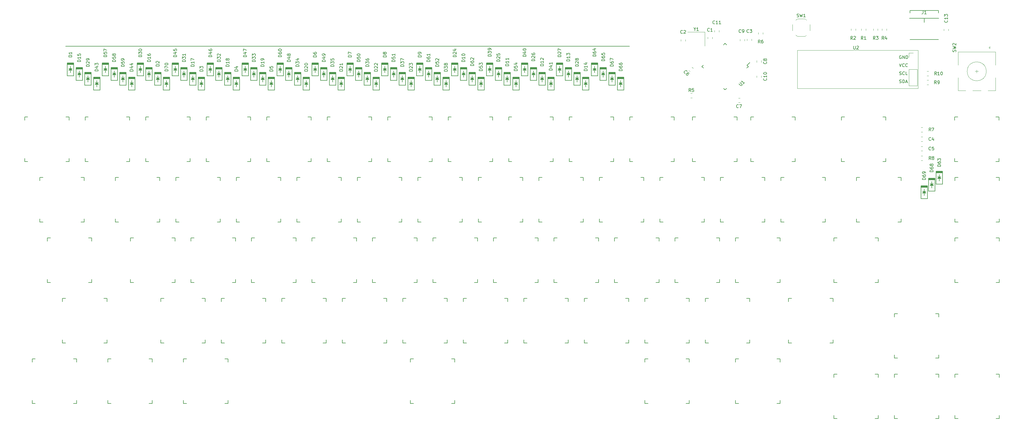
<source format=gbr>
%TF.GenerationSoftware,KiCad,Pcbnew,(5.1.6)-1*%
%TF.CreationDate,2020-08-12T01:37:34-04:00*%
%TF.ProjectId,keybored,6b657962-6f72-4656-942e-6b696361645f,rev?*%
%TF.SameCoordinates,Original*%
%TF.FileFunction,Legend,Top*%
%TF.FilePolarity,Positive*%
%FSLAX46Y46*%
G04 Gerber Fmt 4.6, Leading zero omitted, Abs format (unit mm)*
G04 Created by KiCad (PCBNEW (5.1.6)-1) date 2020-08-12 01:37:34*
%MOMM*%
%LPD*%
G01*
G04 APERTURE LIST*
%ADD10C,0.200000*%
%ADD11C,0.150000*%
%ADD12C,0.120000*%
G04 APERTURE END LIST*
D10*
X75000000Y-85000000D02*
X252500000Y-85000000D01*
D11*
%TO.C,J1*%
X345281250Y-76200000D02*
X345281250Y-77470000D01*
X349756250Y-73690000D02*
X349761250Y-74450000D01*
X349756250Y-73690000D02*
X340806250Y-73690000D01*
X340801250Y-74450000D02*
X340806250Y-73690000D01*
X349756250Y-82860000D02*
X340806250Y-82860000D01*
X349906250Y-76200000D02*
X340656250Y-76200000D01*
D12*
%TO.C,C13*%
X352910000Y-80086252D02*
X352910000Y-79563748D01*
X351490000Y-80086252D02*
X351490000Y-79563748D01*
D11*
%TO.C,K4*%
X133206250Y-107300000D02*
X133206250Y-108300000D01*
X132206250Y-121300000D02*
X133206250Y-121300000D01*
X133206250Y-107300000D02*
X132206250Y-107300000D01*
X133206250Y-120300000D02*
X133206250Y-121300000D01*
X119206250Y-121300000D02*
X119206250Y-120300000D01*
X120206250Y-107300000D02*
X119206250Y-107300000D01*
X119206250Y-121300000D02*
X120206250Y-121300000D01*
X119206250Y-108300000D02*
X119206250Y-107300000D01*
%TO.C,D37*%
G36*
X182016000Y-93218000D02*
G01*
X182016000Y-93726000D01*
X179984000Y-93726000D01*
X179984000Y-93218000D01*
X182016000Y-93218000D01*
G37*
X182016000Y-93218000D02*
X182016000Y-93726000D01*
X179984000Y-93726000D01*
X179984000Y-93218000D01*
X182016000Y-93218000D01*
X181000000Y-94996000D02*
X181000000Y-94234000D01*
X181000000Y-96266000D02*
X181000000Y-95504000D01*
X181508000Y-94996000D02*
X180492000Y-94996000D01*
G36*
X181508000Y-95504000D02*
G01*
X181000000Y-94996000D01*
X180492000Y-95504000D01*
X181508000Y-95504000D01*
G37*
X181508000Y-95504000D02*
X181000000Y-94996000D01*
X180492000Y-95504000D01*
X181508000Y-95504000D01*
X182016000Y-97282000D02*
X182016000Y-93218000D01*
X179984000Y-97282000D02*
X182016000Y-97282000D01*
X179984000Y-93218000D02*
X179984000Y-97282000D01*
X182016000Y-93218000D02*
X179984000Y-93218000D01*
%TO.C,K7*%
X190356250Y-107300000D02*
X190356250Y-108300000D01*
X189356250Y-121300000D02*
X190356250Y-121300000D01*
X190356250Y-107300000D02*
X189356250Y-107300000D01*
X190356250Y-120300000D02*
X190356250Y-121300000D01*
X176356250Y-121300000D02*
X176356250Y-120300000D01*
X177356250Y-107300000D02*
X176356250Y-107300000D01*
X176356250Y-121300000D02*
X177356250Y-121300000D01*
X176356250Y-108300000D02*
X176356250Y-107300000D01*
%TO.C,K29*%
X69200000Y-146400000D02*
X69200000Y-145400000D01*
X69200000Y-159400000D02*
X70200000Y-159400000D01*
X70200000Y-145400000D02*
X69200000Y-145400000D01*
X69200000Y-159400000D02*
X69200000Y-158400000D01*
X83200000Y-158400000D02*
X83200000Y-159400000D01*
X83200000Y-145400000D02*
X82200000Y-145400000D01*
X82200000Y-159400000D02*
X83200000Y-159400000D01*
X83200000Y-145400000D02*
X83200000Y-146400000D01*
%TO.C,K3*%
X114156250Y-107300000D02*
X114156250Y-108300000D01*
X113156250Y-121300000D02*
X114156250Y-121300000D01*
X114156250Y-107300000D02*
X113156250Y-107300000D01*
X114156250Y-120300000D02*
X114156250Y-121300000D01*
X100156250Y-121300000D02*
X100156250Y-120300000D01*
X101156250Y-107300000D02*
X100156250Y-107300000D01*
X100156250Y-121300000D02*
X101156250Y-121300000D01*
X100156250Y-108300000D02*
X100156250Y-107300000D01*
%TO.C,K16*%
X104631250Y-126350000D02*
X104631250Y-127350000D01*
X103631250Y-140350000D02*
X104631250Y-140350000D01*
X104631250Y-126350000D02*
X103631250Y-126350000D01*
X104631250Y-139350000D02*
X104631250Y-140350000D01*
X90631250Y-140350000D02*
X90631250Y-139350000D01*
X91631250Y-126350000D02*
X90631250Y-126350000D01*
X90631250Y-140350000D02*
X91631250Y-140350000D01*
X90631250Y-127350000D02*
X90631250Y-126350000D01*
%TO.C,K1*%
X76056250Y-107300000D02*
X76056250Y-108300000D01*
X75056250Y-121300000D02*
X76056250Y-121300000D01*
X76056250Y-107300000D02*
X75056250Y-107300000D01*
X76056250Y-120300000D02*
X76056250Y-121300000D01*
X62056250Y-121300000D02*
X62056250Y-120300000D01*
X63056250Y-107300000D02*
X62056250Y-107300000D01*
X62056250Y-121300000D02*
X63056250Y-121300000D01*
X62056250Y-108300000D02*
X62056250Y-107300000D01*
%TO.C,D43*%
X85766000Y-94718000D02*
X83734000Y-94718000D01*
X83734000Y-94718000D02*
X83734000Y-98782000D01*
X83734000Y-98782000D02*
X85766000Y-98782000D01*
X85766000Y-98782000D02*
X85766000Y-94718000D01*
G36*
X85258000Y-97004000D02*
G01*
X84750000Y-96496000D01*
X84242000Y-97004000D01*
X85258000Y-97004000D01*
G37*
X85258000Y-97004000D02*
X84750000Y-96496000D01*
X84242000Y-97004000D01*
X85258000Y-97004000D01*
X85258000Y-96496000D02*
X84242000Y-96496000D01*
X84750000Y-97766000D02*
X84750000Y-97004000D01*
X84750000Y-96496000D02*
X84750000Y-95734000D01*
G36*
X85766000Y-94718000D02*
G01*
X85766000Y-95226000D01*
X83734000Y-95226000D01*
X83734000Y-94718000D01*
X85766000Y-94718000D01*
G37*
X85766000Y-94718000D02*
X85766000Y-95226000D01*
X83734000Y-95226000D01*
X83734000Y-94718000D01*
X85766000Y-94718000D01*
%TO.C,K2*%
X95106250Y-107300000D02*
X95106250Y-108300000D01*
X94106250Y-121300000D02*
X95106250Y-121300000D01*
X95106250Y-107300000D02*
X94106250Y-107300000D01*
X95106250Y-120300000D02*
X95106250Y-121300000D01*
X81106250Y-121300000D02*
X81106250Y-120300000D01*
X82106250Y-107300000D02*
X81106250Y-107300000D01*
X81106250Y-121300000D02*
X82106250Y-121300000D01*
X81106250Y-108300000D02*
X81106250Y-107300000D01*
%TO.C,K18*%
X128731250Y-127350000D02*
X128731250Y-126350000D01*
X128731250Y-140350000D02*
X129731250Y-140350000D01*
X129731250Y-126350000D02*
X128731250Y-126350000D01*
X128731250Y-140350000D02*
X128731250Y-139350000D01*
X142731250Y-139350000D02*
X142731250Y-140350000D01*
X142731250Y-126350000D02*
X141731250Y-126350000D01*
X141731250Y-140350000D02*
X142731250Y-140350000D01*
X142731250Y-126350000D02*
X142731250Y-127350000D01*
D12*
%TO.C,R1*%
X325490000Y-79488748D02*
X325490000Y-80011252D01*
X326910000Y-79488748D02*
X326910000Y-80011252D01*
%TO.C,R2*%
X323710000Y-79488748D02*
X323710000Y-80011252D01*
X322290000Y-79488748D02*
X322290000Y-80011252D01*
%TO.C,R3*%
X330682750Y-80036252D02*
X330682750Y-79513748D01*
X329262750Y-80036252D02*
X329262750Y-79513748D01*
%TO.C,R4*%
X333460000Y-79513748D02*
X333460000Y-80036252D01*
X332040000Y-79513748D02*
X332040000Y-80036252D01*
%TO.C,R5*%
X271713748Y-101210000D02*
X272236252Y-101210000D01*
X271713748Y-99790000D02*
X272236252Y-99790000D01*
%TO.C,R6*%
X293090000Y-81186252D02*
X293090000Y-80663748D01*
X294510000Y-81186252D02*
X294510000Y-80663748D01*
%TO.C,R7*%
X344836252Y-111960000D02*
X344313748Y-111960000D01*
X344836252Y-110540000D02*
X344313748Y-110540000D01*
%TO.C,R8*%
X344313748Y-120960000D02*
X344836252Y-120960000D01*
X344313748Y-119540000D02*
X344836252Y-119540000D01*
%TO.C,SW1*%
X304850000Y-81400000D02*
X305300000Y-81850000D01*
X308250000Y-81400000D02*
X307800000Y-81850000D01*
X308250000Y-76800000D02*
X307800000Y-76350000D01*
X304850000Y-76800000D02*
X305300000Y-76350000D01*
X309300000Y-78100000D02*
X309300000Y-80100000D01*
X305300000Y-81850000D02*
X307800000Y-81850000D01*
X303800000Y-78100000D02*
X303800000Y-80100000D01*
X305300000Y-76350000D02*
X307800000Y-76350000D01*
%TO.C,SW2*%
X361831250Y-92400000D02*
X361831250Y-93400000D01*
X362331250Y-92900000D02*
X361331250Y-92900000D01*
X358331250Y-99000000D02*
X355931250Y-99000000D01*
X363131250Y-99000000D02*
X360531250Y-99000000D01*
X367731250Y-99000000D02*
X365331250Y-99000000D01*
X365931250Y-85700000D02*
X365631250Y-85400000D01*
X365931250Y-85100000D02*
X365931250Y-85700000D01*
X365631250Y-85400000D02*
X365931250Y-85100000D01*
X367731250Y-86800000D02*
X355931250Y-86800000D01*
X367731250Y-90900000D02*
X367731250Y-86800000D01*
X355931250Y-90900000D02*
X355931250Y-86800000D01*
X355931250Y-99000000D02*
X355931250Y-94900000D01*
X367731250Y-94900000D02*
X367731250Y-99000000D01*
X364831250Y-92900000D02*
G75*
G03*
X364831250Y-92900000I-3000000J0D01*
G01*
D11*
%TO.C,U1*%
X289918555Y-91400000D02*
X289511969Y-90993414D01*
X282600000Y-98718555D02*
X282122703Y-98241258D01*
X275281445Y-91400000D02*
X275758742Y-91877297D01*
X282600000Y-84081445D02*
X283077297Y-84558742D01*
X289918555Y-91400000D02*
X289441258Y-91877297D01*
X282600000Y-84081445D02*
X282122703Y-84558742D01*
X275281445Y-91400000D02*
X275758742Y-90922703D01*
X282600000Y-98718555D02*
X283077297Y-98241258D01*
X289511969Y-90993414D02*
X290413530Y-90091852D01*
D12*
%TO.C,Y1*%
X276200000Y-84880000D02*
X276200000Y-80480000D01*
X276200000Y-80480000D02*
X270800000Y-80480000D01*
%TO.C,C1*%
X277140000Y-82103748D02*
X277140000Y-82626252D01*
X278560000Y-82103748D02*
X278560000Y-82626252D01*
%TO.C,C2*%
X270090000Y-83376252D02*
X270090000Y-82853748D01*
X268670000Y-83376252D02*
X268670000Y-82853748D01*
%TO.C,C3*%
X290960000Y-83236252D02*
X290960000Y-82713748D01*
X289540000Y-83236252D02*
X289540000Y-82713748D01*
%TO.C,C4*%
X344313748Y-113540000D02*
X344836252Y-113540000D01*
X344313748Y-114960000D02*
X344836252Y-114960000D01*
%TO.C,C5*%
X344836252Y-116540000D02*
X344313748Y-116540000D01*
X344836252Y-117960000D02*
X344313748Y-117960000D01*
D11*
%TO.C,D1*%
X77516000Y-90218000D02*
X75484000Y-90218000D01*
X75484000Y-90218000D02*
X75484000Y-94282000D01*
X75484000Y-94282000D02*
X77516000Y-94282000D01*
X77516000Y-94282000D02*
X77516000Y-90218000D01*
G36*
X77008000Y-92504000D02*
G01*
X76500000Y-91996000D01*
X75992000Y-92504000D01*
X77008000Y-92504000D01*
G37*
X77008000Y-92504000D02*
X76500000Y-91996000D01*
X75992000Y-92504000D01*
X77008000Y-92504000D01*
X77008000Y-91996000D02*
X75992000Y-91996000D01*
X76500000Y-93266000D02*
X76500000Y-92504000D01*
X76500000Y-91996000D02*
X76500000Y-91234000D01*
G36*
X77516000Y-90218000D02*
G01*
X77516000Y-90726000D01*
X75484000Y-90726000D01*
X75484000Y-90218000D01*
X77516000Y-90218000D01*
G37*
X77516000Y-90218000D02*
X77516000Y-90726000D01*
X75484000Y-90726000D01*
X75484000Y-90218000D01*
X77516000Y-90218000D01*
%TO.C,D2*%
X105016000Y-93218000D02*
X102984000Y-93218000D01*
X102984000Y-93218000D02*
X102984000Y-97282000D01*
X102984000Y-97282000D02*
X105016000Y-97282000D01*
X105016000Y-97282000D02*
X105016000Y-93218000D01*
G36*
X104508000Y-95504000D02*
G01*
X104000000Y-94996000D01*
X103492000Y-95504000D01*
X104508000Y-95504000D01*
G37*
X104508000Y-95504000D02*
X104000000Y-94996000D01*
X103492000Y-95504000D01*
X104508000Y-95504000D01*
X104508000Y-94996000D02*
X103492000Y-94996000D01*
X104000000Y-96266000D02*
X104000000Y-95504000D01*
X104000000Y-94996000D02*
X104000000Y-94234000D01*
G36*
X105016000Y-93218000D02*
G01*
X105016000Y-93726000D01*
X102984000Y-93726000D01*
X102984000Y-93218000D01*
X105016000Y-93218000D01*
G37*
X105016000Y-93218000D02*
X105016000Y-93726000D01*
X102984000Y-93726000D01*
X102984000Y-93218000D01*
X105016000Y-93218000D01*
%TO.C,D3*%
X118766000Y-94718000D02*
X116734000Y-94718000D01*
X116734000Y-94718000D02*
X116734000Y-98782000D01*
X116734000Y-98782000D02*
X118766000Y-98782000D01*
X118766000Y-98782000D02*
X118766000Y-94718000D01*
G36*
X118258000Y-97004000D02*
G01*
X117750000Y-96496000D01*
X117242000Y-97004000D01*
X118258000Y-97004000D01*
G37*
X118258000Y-97004000D02*
X117750000Y-96496000D01*
X117242000Y-97004000D01*
X118258000Y-97004000D01*
X118258000Y-96496000D02*
X117242000Y-96496000D01*
X117750000Y-97766000D02*
X117750000Y-97004000D01*
X117750000Y-96496000D02*
X117750000Y-95734000D01*
G36*
X118766000Y-94718000D02*
G01*
X118766000Y-95226000D01*
X116734000Y-95226000D01*
X116734000Y-94718000D01*
X118766000Y-94718000D01*
G37*
X118766000Y-94718000D02*
X118766000Y-95226000D01*
X116734000Y-95226000D01*
X116734000Y-94718000D01*
X118766000Y-94718000D01*
%TO.C,D4*%
X129766000Y-94718000D02*
X127734000Y-94718000D01*
X127734000Y-94718000D02*
X127734000Y-98782000D01*
X127734000Y-98782000D02*
X129766000Y-98782000D01*
X129766000Y-98782000D02*
X129766000Y-94718000D01*
G36*
X129258000Y-97004000D02*
G01*
X128750000Y-96496000D01*
X128242000Y-97004000D01*
X129258000Y-97004000D01*
G37*
X129258000Y-97004000D02*
X128750000Y-96496000D01*
X128242000Y-97004000D01*
X129258000Y-97004000D01*
X129258000Y-96496000D02*
X128242000Y-96496000D01*
X128750000Y-97766000D02*
X128750000Y-97004000D01*
X128750000Y-96496000D02*
X128750000Y-95734000D01*
G36*
X129766000Y-94718000D02*
G01*
X129766000Y-95226000D01*
X127734000Y-95226000D01*
X127734000Y-94718000D01*
X129766000Y-94718000D01*
G37*
X129766000Y-94718000D02*
X129766000Y-95226000D01*
X127734000Y-95226000D01*
X127734000Y-94718000D01*
X129766000Y-94718000D01*
%TO.C,D5*%
X140766000Y-94718000D02*
X138734000Y-94718000D01*
X138734000Y-94718000D02*
X138734000Y-98782000D01*
X138734000Y-98782000D02*
X140766000Y-98782000D01*
X140766000Y-98782000D02*
X140766000Y-94718000D01*
G36*
X140258000Y-97004000D02*
G01*
X139750000Y-96496000D01*
X139242000Y-97004000D01*
X140258000Y-97004000D01*
G37*
X140258000Y-97004000D02*
X139750000Y-96496000D01*
X139242000Y-97004000D01*
X140258000Y-97004000D01*
X140258000Y-96496000D02*
X139242000Y-96496000D01*
X139750000Y-97766000D02*
X139750000Y-97004000D01*
X139750000Y-96496000D02*
X139750000Y-95734000D01*
G36*
X140766000Y-94718000D02*
G01*
X140766000Y-95226000D01*
X138734000Y-95226000D01*
X138734000Y-94718000D01*
X140766000Y-94718000D01*
G37*
X140766000Y-94718000D02*
X140766000Y-95226000D01*
X138734000Y-95226000D01*
X138734000Y-94718000D01*
X140766000Y-94718000D01*
%TO.C,D6*%
G36*
X154516000Y-90218000D02*
G01*
X154516000Y-90726000D01*
X152484000Y-90726000D01*
X152484000Y-90218000D01*
X154516000Y-90218000D01*
G37*
X154516000Y-90218000D02*
X154516000Y-90726000D01*
X152484000Y-90726000D01*
X152484000Y-90218000D01*
X154516000Y-90218000D01*
X153500000Y-91996000D02*
X153500000Y-91234000D01*
X153500000Y-93266000D02*
X153500000Y-92504000D01*
X154008000Y-91996000D02*
X152992000Y-91996000D01*
G36*
X154008000Y-92504000D02*
G01*
X153500000Y-91996000D01*
X152992000Y-92504000D01*
X154008000Y-92504000D01*
G37*
X154008000Y-92504000D02*
X153500000Y-91996000D01*
X152992000Y-92504000D01*
X154008000Y-92504000D01*
X154516000Y-94282000D02*
X154516000Y-90218000D01*
X152484000Y-94282000D02*
X154516000Y-94282000D01*
X152484000Y-90218000D02*
X152484000Y-94282000D01*
X154516000Y-90218000D02*
X152484000Y-90218000D01*
%TO.C,D7*%
X165516000Y-90218000D02*
X163484000Y-90218000D01*
X163484000Y-90218000D02*
X163484000Y-94282000D01*
X163484000Y-94282000D02*
X165516000Y-94282000D01*
X165516000Y-94282000D02*
X165516000Y-90218000D01*
G36*
X165008000Y-92504000D02*
G01*
X164500000Y-91996000D01*
X163992000Y-92504000D01*
X165008000Y-92504000D01*
G37*
X165008000Y-92504000D02*
X164500000Y-91996000D01*
X163992000Y-92504000D01*
X165008000Y-92504000D01*
X165008000Y-91996000D02*
X163992000Y-91996000D01*
X164500000Y-93266000D02*
X164500000Y-92504000D01*
X164500000Y-91996000D02*
X164500000Y-91234000D01*
G36*
X165516000Y-90218000D02*
G01*
X165516000Y-90726000D01*
X163484000Y-90726000D01*
X163484000Y-90218000D01*
X165516000Y-90218000D01*
G37*
X165516000Y-90218000D02*
X165516000Y-90726000D01*
X163484000Y-90726000D01*
X163484000Y-90218000D01*
X165516000Y-90218000D01*
%TO.C,D8*%
G36*
X176516000Y-90218000D02*
G01*
X176516000Y-90726000D01*
X174484000Y-90726000D01*
X174484000Y-90218000D01*
X176516000Y-90218000D01*
G37*
X176516000Y-90218000D02*
X176516000Y-90726000D01*
X174484000Y-90726000D01*
X174484000Y-90218000D01*
X176516000Y-90218000D01*
X175500000Y-91996000D02*
X175500000Y-91234000D01*
X175500000Y-93266000D02*
X175500000Y-92504000D01*
X176008000Y-91996000D02*
X174992000Y-91996000D01*
G36*
X176008000Y-92504000D02*
G01*
X175500000Y-91996000D01*
X174992000Y-92504000D01*
X176008000Y-92504000D01*
G37*
X176008000Y-92504000D02*
X175500000Y-91996000D01*
X174992000Y-92504000D01*
X176008000Y-92504000D01*
X176516000Y-94282000D02*
X176516000Y-90218000D01*
X174484000Y-94282000D02*
X176516000Y-94282000D01*
X174484000Y-90218000D02*
X174484000Y-94282000D01*
X176516000Y-90218000D02*
X174484000Y-90218000D01*
%TO.C,D9*%
G36*
X187516000Y-90218000D02*
G01*
X187516000Y-90726000D01*
X185484000Y-90726000D01*
X185484000Y-90218000D01*
X187516000Y-90218000D01*
G37*
X187516000Y-90218000D02*
X187516000Y-90726000D01*
X185484000Y-90726000D01*
X185484000Y-90218000D01*
X187516000Y-90218000D01*
X186500000Y-91996000D02*
X186500000Y-91234000D01*
X186500000Y-93266000D02*
X186500000Y-92504000D01*
X187008000Y-91996000D02*
X185992000Y-91996000D01*
G36*
X187008000Y-92504000D02*
G01*
X186500000Y-91996000D01*
X185992000Y-92504000D01*
X187008000Y-92504000D01*
G37*
X187008000Y-92504000D02*
X186500000Y-91996000D01*
X185992000Y-92504000D01*
X187008000Y-92504000D01*
X187516000Y-94282000D02*
X187516000Y-90218000D01*
X185484000Y-94282000D02*
X187516000Y-94282000D01*
X185484000Y-90218000D02*
X185484000Y-94282000D01*
X187516000Y-90218000D02*
X185484000Y-90218000D01*
%TO.C,D10*%
G36*
X201266000Y-91718000D02*
G01*
X201266000Y-92226000D01*
X199234000Y-92226000D01*
X199234000Y-91718000D01*
X201266000Y-91718000D01*
G37*
X201266000Y-91718000D02*
X201266000Y-92226000D01*
X199234000Y-92226000D01*
X199234000Y-91718000D01*
X201266000Y-91718000D01*
X200250000Y-93496000D02*
X200250000Y-92734000D01*
X200250000Y-94766000D02*
X200250000Y-94004000D01*
X200758000Y-93496000D02*
X199742000Y-93496000D01*
G36*
X200758000Y-94004000D02*
G01*
X200250000Y-93496000D01*
X199742000Y-94004000D01*
X200758000Y-94004000D01*
G37*
X200758000Y-94004000D02*
X200250000Y-93496000D01*
X199742000Y-94004000D01*
X200758000Y-94004000D01*
X201266000Y-95782000D02*
X201266000Y-91718000D01*
X199234000Y-95782000D02*
X201266000Y-95782000D01*
X199234000Y-91718000D02*
X199234000Y-95782000D01*
X201266000Y-91718000D02*
X199234000Y-91718000D01*
%TO.C,D11*%
G36*
X215016000Y-93218000D02*
G01*
X215016000Y-93726000D01*
X212984000Y-93726000D01*
X212984000Y-93218000D01*
X215016000Y-93218000D01*
G37*
X215016000Y-93218000D02*
X215016000Y-93726000D01*
X212984000Y-93726000D01*
X212984000Y-93218000D01*
X215016000Y-93218000D01*
X214000000Y-94996000D02*
X214000000Y-94234000D01*
X214000000Y-96266000D02*
X214000000Y-95504000D01*
X214508000Y-94996000D02*
X213492000Y-94996000D01*
G36*
X214508000Y-95504000D02*
G01*
X214000000Y-94996000D01*
X213492000Y-95504000D01*
X214508000Y-95504000D01*
G37*
X214508000Y-95504000D02*
X214000000Y-94996000D01*
X213492000Y-95504000D01*
X214508000Y-95504000D01*
X215016000Y-97282000D02*
X215016000Y-93218000D01*
X212984000Y-97282000D02*
X215016000Y-97282000D01*
X212984000Y-93218000D02*
X212984000Y-97282000D01*
X215016000Y-93218000D02*
X212984000Y-93218000D01*
%TO.C,D12*%
X226016000Y-93218000D02*
X223984000Y-93218000D01*
X223984000Y-93218000D02*
X223984000Y-97282000D01*
X223984000Y-97282000D02*
X226016000Y-97282000D01*
X226016000Y-97282000D02*
X226016000Y-93218000D01*
G36*
X225508000Y-95504000D02*
G01*
X225000000Y-94996000D01*
X224492000Y-95504000D01*
X225508000Y-95504000D01*
G37*
X225508000Y-95504000D02*
X225000000Y-94996000D01*
X224492000Y-95504000D01*
X225508000Y-95504000D01*
X225508000Y-94996000D02*
X224492000Y-94996000D01*
X225000000Y-96266000D02*
X225000000Y-95504000D01*
X225000000Y-94996000D02*
X225000000Y-94234000D01*
G36*
X226016000Y-93218000D02*
G01*
X226016000Y-93726000D01*
X223984000Y-93726000D01*
X223984000Y-93218000D01*
X226016000Y-93218000D01*
G37*
X226016000Y-93218000D02*
X226016000Y-93726000D01*
X223984000Y-93726000D01*
X223984000Y-93218000D01*
X226016000Y-93218000D01*
%TO.C,D13*%
G36*
X234266000Y-91718000D02*
G01*
X234266000Y-92226000D01*
X232234000Y-92226000D01*
X232234000Y-91718000D01*
X234266000Y-91718000D01*
G37*
X234266000Y-91718000D02*
X234266000Y-92226000D01*
X232234000Y-92226000D01*
X232234000Y-91718000D01*
X234266000Y-91718000D01*
X233250000Y-93496000D02*
X233250000Y-92734000D01*
X233250000Y-94766000D02*
X233250000Y-94004000D01*
X233758000Y-93496000D02*
X232742000Y-93496000D01*
G36*
X233758000Y-94004000D02*
G01*
X233250000Y-93496000D01*
X232742000Y-94004000D01*
X233758000Y-94004000D01*
G37*
X233758000Y-94004000D02*
X233250000Y-93496000D01*
X232742000Y-94004000D01*
X233758000Y-94004000D01*
X234266000Y-95782000D02*
X234266000Y-91718000D01*
X232234000Y-95782000D02*
X234266000Y-95782000D01*
X232234000Y-91718000D02*
X232234000Y-95782000D01*
X234266000Y-91718000D02*
X232234000Y-91718000D01*
%TO.C,D14*%
G36*
X239766000Y-94718000D02*
G01*
X239766000Y-95226000D01*
X237734000Y-95226000D01*
X237734000Y-94718000D01*
X239766000Y-94718000D01*
G37*
X239766000Y-94718000D02*
X239766000Y-95226000D01*
X237734000Y-95226000D01*
X237734000Y-94718000D01*
X239766000Y-94718000D01*
X238750000Y-96496000D02*
X238750000Y-95734000D01*
X238750000Y-97766000D02*
X238750000Y-97004000D01*
X239258000Y-96496000D02*
X238242000Y-96496000D01*
G36*
X239258000Y-97004000D02*
G01*
X238750000Y-96496000D01*
X238242000Y-97004000D01*
X239258000Y-97004000D01*
G37*
X239258000Y-97004000D02*
X238750000Y-96496000D01*
X238242000Y-97004000D01*
X239258000Y-97004000D01*
X239766000Y-98782000D02*
X239766000Y-94718000D01*
X237734000Y-98782000D02*
X239766000Y-98782000D01*
X237734000Y-94718000D02*
X237734000Y-98782000D01*
X239766000Y-94718000D02*
X237734000Y-94718000D01*
%TO.C,D15*%
X80266000Y-91718000D02*
X78234000Y-91718000D01*
X78234000Y-91718000D02*
X78234000Y-95782000D01*
X78234000Y-95782000D02*
X80266000Y-95782000D01*
X80266000Y-95782000D02*
X80266000Y-91718000D01*
G36*
X79758000Y-94004000D02*
G01*
X79250000Y-93496000D01*
X78742000Y-94004000D01*
X79758000Y-94004000D01*
G37*
X79758000Y-94004000D02*
X79250000Y-93496000D01*
X78742000Y-94004000D01*
X79758000Y-94004000D01*
X79758000Y-93496000D02*
X78742000Y-93496000D01*
X79250000Y-94766000D02*
X79250000Y-94004000D01*
X79250000Y-93496000D02*
X79250000Y-92734000D01*
G36*
X80266000Y-91718000D02*
G01*
X80266000Y-92226000D01*
X78234000Y-92226000D01*
X78234000Y-91718000D01*
X80266000Y-91718000D01*
G37*
X80266000Y-91718000D02*
X80266000Y-92226000D01*
X78234000Y-92226000D01*
X78234000Y-91718000D01*
X80266000Y-91718000D01*
%TO.C,D16*%
X102266000Y-91718000D02*
X100234000Y-91718000D01*
X100234000Y-91718000D02*
X100234000Y-95782000D01*
X100234000Y-95782000D02*
X102266000Y-95782000D01*
X102266000Y-95782000D02*
X102266000Y-91718000D01*
G36*
X101758000Y-94004000D02*
G01*
X101250000Y-93496000D01*
X100742000Y-94004000D01*
X101758000Y-94004000D01*
G37*
X101758000Y-94004000D02*
X101250000Y-93496000D01*
X100742000Y-94004000D01*
X101758000Y-94004000D01*
X101758000Y-93496000D02*
X100742000Y-93496000D01*
X101250000Y-94766000D02*
X101250000Y-94004000D01*
X101250000Y-93496000D02*
X101250000Y-92734000D01*
G36*
X102266000Y-91718000D02*
G01*
X102266000Y-92226000D01*
X100234000Y-92226000D01*
X100234000Y-91718000D01*
X102266000Y-91718000D01*
G37*
X102266000Y-91718000D02*
X102266000Y-92226000D01*
X100234000Y-92226000D01*
X100234000Y-91718000D01*
X102266000Y-91718000D01*
%TO.C,D17*%
X116016000Y-93218000D02*
X113984000Y-93218000D01*
X113984000Y-93218000D02*
X113984000Y-97282000D01*
X113984000Y-97282000D02*
X116016000Y-97282000D01*
X116016000Y-97282000D02*
X116016000Y-93218000D01*
G36*
X115508000Y-95504000D02*
G01*
X115000000Y-94996000D01*
X114492000Y-95504000D01*
X115508000Y-95504000D01*
G37*
X115508000Y-95504000D02*
X115000000Y-94996000D01*
X114492000Y-95504000D01*
X115508000Y-95504000D01*
X115508000Y-94996000D02*
X114492000Y-94996000D01*
X115000000Y-96266000D02*
X115000000Y-95504000D01*
X115000000Y-94996000D02*
X115000000Y-94234000D01*
G36*
X116016000Y-93218000D02*
G01*
X116016000Y-93726000D01*
X113984000Y-93726000D01*
X113984000Y-93218000D01*
X116016000Y-93218000D01*
G37*
X116016000Y-93218000D02*
X116016000Y-93726000D01*
X113984000Y-93726000D01*
X113984000Y-93218000D01*
X116016000Y-93218000D01*
%TO.C,D18*%
X127016000Y-93218000D02*
X124984000Y-93218000D01*
X124984000Y-93218000D02*
X124984000Y-97282000D01*
X124984000Y-97282000D02*
X127016000Y-97282000D01*
X127016000Y-97282000D02*
X127016000Y-93218000D01*
G36*
X126508000Y-95504000D02*
G01*
X126000000Y-94996000D01*
X125492000Y-95504000D01*
X126508000Y-95504000D01*
G37*
X126508000Y-95504000D02*
X126000000Y-94996000D01*
X125492000Y-95504000D01*
X126508000Y-95504000D01*
X126508000Y-94996000D02*
X125492000Y-94996000D01*
X126000000Y-96266000D02*
X126000000Y-95504000D01*
X126000000Y-94996000D02*
X126000000Y-94234000D01*
G36*
X127016000Y-93218000D02*
G01*
X127016000Y-93726000D01*
X124984000Y-93726000D01*
X124984000Y-93218000D01*
X127016000Y-93218000D01*
G37*
X127016000Y-93218000D02*
X127016000Y-93726000D01*
X124984000Y-93726000D01*
X124984000Y-93218000D01*
X127016000Y-93218000D01*
%TO.C,D19*%
X138016000Y-93218000D02*
X135984000Y-93218000D01*
X135984000Y-93218000D02*
X135984000Y-97282000D01*
X135984000Y-97282000D02*
X138016000Y-97282000D01*
X138016000Y-97282000D02*
X138016000Y-93218000D01*
G36*
X137508000Y-95504000D02*
G01*
X137000000Y-94996000D01*
X136492000Y-95504000D01*
X137508000Y-95504000D01*
G37*
X137508000Y-95504000D02*
X137000000Y-94996000D01*
X136492000Y-95504000D01*
X137508000Y-95504000D01*
X137508000Y-94996000D02*
X136492000Y-94996000D01*
X137000000Y-96266000D02*
X137000000Y-95504000D01*
X137000000Y-94996000D02*
X137000000Y-94234000D01*
G36*
X138016000Y-93218000D02*
G01*
X138016000Y-93726000D01*
X135984000Y-93726000D01*
X135984000Y-93218000D01*
X138016000Y-93218000D01*
G37*
X138016000Y-93218000D02*
X138016000Y-93726000D01*
X135984000Y-93726000D01*
X135984000Y-93218000D01*
X138016000Y-93218000D01*
%TO.C,D20*%
X151766000Y-94718000D02*
X149734000Y-94718000D01*
X149734000Y-94718000D02*
X149734000Y-98782000D01*
X149734000Y-98782000D02*
X151766000Y-98782000D01*
X151766000Y-98782000D02*
X151766000Y-94718000D01*
G36*
X151258000Y-97004000D02*
G01*
X150750000Y-96496000D01*
X150242000Y-97004000D01*
X151258000Y-97004000D01*
G37*
X151258000Y-97004000D02*
X150750000Y-96496000D01*
X150242000Y-97004000D01*
X151258000Y-97004000D01*
X151258000Y-96496000D02*
X150242000Y-96496000D01*
X150750000Y-97766000D02*
X150750000Y-97004000D01*
X150750000Y-96496000D02*
X150750000Y-95734000D01*
G36*
X151766000Y-94718000D02*
G01*
X151766000Y-95226000D01*
X149734000Y-95226000D01*
X149734000Y-94718000D01*
X151766000Y-94718000D01*
G37*
X151766000Y-94718000D02*
X151766000Y-95226000D01*
X149734000Y-95226000D01*
X149734000Y-94718000D01*
X151766000Y-94718000D01*
%TO.C,D21*%
X162766000Y-94718000D02*
X160734000Y-94718000D01*
X160734000Y-94718000D02*
X160734000Y-98782000D01*
X160734000Y-98782000D02*
X162766000Y-98782000D01*
X162766000Y-98782000D02*
X162766000Y-94718000D01*
G36*
X162258000Y-97004000D02*
G01*
X161750000Y-96496000D01*
X161242000Y-97004000D01*
X162258000Y-97004000D01*
G37*
X162258000Y-97004000D02*
X161750000Y-96496000D01*
X161242000Y-97004000D01*
X162258000Y-97004000D01*
X162258000Y-96496000D02*
X161242000Y-96496000D01*
X161750000Y-97766000D02*
X161750000Y-97004000D01*
X161750000Y-96496000D02*
X161750000Y-95734000D01*
G36*
X162766000Y-94718000D02*
G01*
X162766000Y-95226000D01*
X160734000Y-95226000D01*
X160734000Y-94718000D01*
X162766000Y-94718000D01*
G37*
X162766000Y-94718000D02*
X162766000Y-95226000D01*
X160734000Y-95226000D01*
X160734000Y-94718000D01*
X162766000Y-94718000D01*
%TO.C,D22*%
G36*
X173766000Y-94718000D02*
G01*
X173766000Y-95226000D01*
X171734000Y-95226000D01*
X171734000Y-94718000D01*
X173766000Y-94718000D01*
G37*
X173766000Y-94718000D02*
X173766000Y-95226000D01*
X171734000Y-95226000D01*
X171734000Y-94718000D01*
X173766000Y-94718000D01*
X172750000Y-96496000D02*
X172750000Y-95734000D01*
X172750000Y-97766000D02*
X172750000Y-97004000D01*
X173258000Y-96496000D02*
X172242000Y-96496000D01*
G36*
X173258000Y-97004000D02*
G01*
X172750000Y-96496000D01*
X172242000Y-97004000D01*
X173258000Y-97004000D01*
G37*
X173258000Y-97004000D02*
X172750000Y-96496000D01*
X172242000Y-97004000D01*
X173258000Y-97004000D01*
X173766000Y-98782000D02*
X173766000Y-94718000D01*
X171734000Y-98782000D02*
X173766000Y-98782000D01*
X171734000Y-94718000D02*
X171734000Y-98782000D01*
X173766000Y-94718000D02*
X171734000Y-94718000D01*
%TO.C,D23*%
G36*
X184766000Y-94718000D02*
G01*
X184766000Y-95226000D01*
X182734000Y-95226000D01*
X182734000Y-94718000D01*
X184766000Y-94718000D01*
G37*
X184766000Y-94718000D02*
X184766000Y-95226000D01*
X182734000Y-95226000D01*
X182734000Y-94718000D01*
X184766000Y-94718000D01*
X183750000Y-96496000D02*
X183750000Y-95734000D01*
X183750000Y-97766000D02*
X183750000Y-97004000D01*
X184258000Y-96496000D02*
X183242000Y-96496000D01*
G36*
X184258000Y-97004000D02*
G01*
X183750000Y-96496000D01*
X183242000Y-97004000D01*
X184258000Y-97004000D01*
G37*
X184258000Y-97004000D02*
X183750000Y-96496000D01*
X183242000Y-97004000D01*
X184258000Y-97004000D01*
X184766000Y-98782000D02*
X184766000Y-94718000D01*
X182734000Y-98782000D02*
X184766000Y-98782000D01*
X182734000Y-94718000D02*
X182734000Y-98782000D01*
X184766000Y-94718000D02*
X182734000Y-94718000D01*
%TO.C,D24*%
G36*
X198516000Y-90218000D02*
G01*
X198516000Y-90726000D01*
X196484000Y-90726000D01*
X196484000Y-90218000D01*
X198516000Y-90218000D01*
G37*
X198516000Y-90218000D02*
X198516000Y-90726000D01*
X196484000Y-90726000D01*
X196484000Y-90218000D01*
X198516000Y-90218000D01*
X197500000Y-91996000D02*
X197500000Y-91234000D01*
X197500000Y-93266000D02*
X197500000Y-92504000D01*
X198008000Y-91996000D02*
X196992000Y-91996000D01*
G36*
X198008000Y-92504000D02*
G01*
X197500000Y-91996000D01*
X196992000Y-92504000D01*
X198008000Y-92504000D01*
G37*
X198008000Y-92504000D02*
X197500000Y-91996000D01*
X196992000Y-92504000D01*
X198008000Y-92504000D01*
X198516000Y-94282000D02*
X198516000Y-90218000D01*
X196484000Y-94282000D02*
X198516000Y-94282000D01*
X196484000Y-90218000D02*
X196484000Y-94282000D01*
X198516000Y-90218000D02*
X196484000Y-90218000D01*
%TO.C,D25*%
G36*
X212266000Y-91718000D02*
G01*
X212266000Y-92226000D01*
X210234000Y-92226000D01*
X210234000Y-91718000D01*
X212266000Y-91718000D01*
G37*
X212266000Y-91718000D02*
X212266000Y-92226000D01*
X210234000Y-92226000D01*
X210234000Y-91718000D01*
X212266000Y-91718000D01*
X211250000Y-93496000D02*
X211250000Y-92734000D01*
X211250000Y-94766000D02*
X211250000Y-94004000D01*
X211758000Y-93496000D02*
X210742000Y-93496000D01*
G36*
X211758000Y-94004000D02*
G01*
X211250000Y-93496000D01*
X210742000Y-94004000D01*
X211758000Y-94004000D01*
G37*
X211758000Y-94004000D02*
X211250000Y-93496000D01*
X210742000Y-94004000D01*
X211758000Y-94004000D01*
X212266000Y-95782000D02*
X212266000Y-91718000D01*
X210234000Y-95782000D02*
X212266000Y-95782000D01*
X210234000Y-91718000D02*
X210234000Y-95782000D01*
X212266000Y-91718000D02*
X210234000Y-91718000D01*
%TO.C,D26*%
G36*
X223266000Y-91718000D02*
G01*
X223266000Y-92226000D01*
X221234000Y-92226000D01*
X221234000Y-91718000D01*
X223266000Y-91718000D01*
G37*
X223266000Y-91718000D02*
X223266000Y-92226000D01*
X221234000Y-92226000D01*
X221234000Y-91718000D01*
X223266000Y-91718000D01*
X222250000Y-93496000D02*
X222250000Y-92734000D01*
X222250000Y-94766000D02*
X222250000Y-94004000D01*
X222758000Y-93496000D02*
X221742000Y-93496000D01*
G36*
X222758000Y-94004000D02*
G01*
X222250000Y-93496000D01*
X221742000Y-94004000D01*
X222758000Y-94004000D01*
G37*
X222758000Y-94004000D02*
X222250000Y-93496000D01*
X221742000Y-94004000D01*
X222758000Y-94004000D01*
X223266000Y-95782000D02*
X223266000Y-91718000D01*
X221234000Y-95782000D02*
X223266000Y-95782000D01*
X221234000Y-91718000D02*
X221234000Y-95782000D01*
X223266000Y-91718000D02*
X221234000Y-91718000D01*
%TO.C,D27*%
G36*
X231516000Y-90218000D02*
G01*
X231516000Y-90726000D01*
X229484000Y-90726000D01*
X229484000Y-90218000D01*
X231516000Y-90218000D01*
G37*
X231516000Y-90218000D02*
X231516000Y-90726000D01*
X229484000Y-90726000D01*
X229484000Y-90218000D01*
X231516000Y-90218000D01*
X230500000Y-91996000D02*
X230500000Y-91234000D01*
X230500000Y-93266000D02*
X230500000Y-92504000D01*
X231008000Y-91996000D02*
X229992000Y-91996000D01*
G36*
X231008000Y-92504000D02*
G01*
X230500000Y-91996000D01*
X229992000Y-92504000D01*
X231008000Y-92504000D01*
G37*
X231008000Y-92504000D02*
X230500000Y-91996000D01*
X229992000Y-92504000D01*
X231008000Y-92504000D01*
X231516000Y-94282000D02*
X231516000Y-90218000D01*
X229484000Y-94282000D02*
X231516000Y-94282000D01*
X229484000Y-90218000D02*
X229484000Y-94282000D01*
X231516000Y-90218000D02*
X229484000Y-90218000D01*
%TO.C,D28*%
G36*
X237016000Y-93218000D02*
G01*
X237016000Y-93726000D01*
X234984000Y-93726000D01*
X234984000Y-93218000D01*
X237016000Y-93218000D01*
G37*
X237016000Y-93218000D02*
X237016000Y-93726000D01*
X234984000Y-93726000D01*
X234984000Y-93218000D01*
X237016000Y-93218000D01*
X236000000Y-94996000D02*
X236000000Y-94234000D01*
X236000000Y-96266000D02*
X236000000Y-95504000D01*
X236508000Y-94996000D02*
X235492000Y-94996000D01*
G36*
X236508000Y-95504000D02*
G01*
X236000000Y-94996000D01*
X235492000Y-95504000D01*
X236508000Y-95504000D01*
G37*
X236508000Y-95504000D02*
X236000000Y-94996000D01*
X235492000Y-95504000D01*
X236508000Y-95504000D01*
X237016000Y-97282000D02*
X237016000Y-93218000D01*
X234984000Y-97282000D02*
X237016000Y-97282000D01*
X234984000Y-93218000D02*
X234984000Y-97282000D01*
X237016000Y-93218000D02*
X234984000Y-93218000D01*
%TO.C,D29*%
X83016000Y-93218000D02*
X80984000Y-93218000D01*
X80984000Y-93218000D02*
X80984000Y-97282000D01*
X80984000Y-97282000D02*
X83016000Y-97282000D01*
X83016000Y-97282000D02*
X83016000Y-93218000D01*
G36*
X82508000Y-95504000D02*
G01*
X82000000Y-94996000D01*
X81492000Y-95504000D01*
X82508000Y-95504000D01*
G37*
X82508000Y-95504000D02*
X82000000Y-94996000D01*
X81492000Y-95504000D01*
X82508000Y-95504000D01*
X82508000Y-94996000D02*
X81492000Y-94996000D01*
X82000000Y-96266000D02*
X82000000Y-95504000D01*
X82000000Y-94996000D02*
X82000000Y-94234000D01*
G36*
X83016000Y-93218000D02*
G01*
X83016000Y-93726000D01*
X80984000Y-93726000D01*
X80984000Y-93218000D01*
X83016000Y-93218000D01*
G37*
X83016000Y-93218000D02*
X83016000Y-93726000D01*
X80984000Y-93726000D01*
X80984000Y-93218000D01*
X83016000Y-93218000D01*
%TO.C,D30*%
X99516000Y-90218000D02*
X97484000Y-90218000D01*
X97484000Y-90218000D02*
X97484000Y-94282000D01*
X97484000Y-94282000D02*
X99516000Y-94282000D01*
X99516000Y-94282000D02*
X99516000Y-90218000D01*
G36*
X99008000Y-92504000D02*
G01*
X98500000Y-91996000D01*
X97992000Y-92504000D01*
X99008000Y-92504000D01*
G37*
X99008000Y-92504000D02*
X98500000Y-91996000D01*
X97992000Y-92504000D01*
X99008000Y-92504000D01*
X99008000Y-91996000D02*
X97992000Y-91996000D01*
X98500000Y-93266000D02*
X98500000Y-92504000D01*
X98500000Y-91996000D02*
X98500000Y-91234000D01*
G36*
X99516000Y-90218000D02*
G01*
X99516000Y-90726000D01*
X97484000Y-90726000D01*
X97484000Y-90218000D01*
X99516000Y-90218000D01*
G37*
X99516000Y-90218000D02*
X99516000Y-90726000D01*
X97484000Y-90726000D01*
X97484000Y-90218000D01*
X99516000Y-90218000D01*
%TO.C,D31*%
X113266000Y-91718000D02*
X111234000Y-91718000D01*
X111234000Y-91718000D02*
X111234000Y-95782000D01*
X111234000Y-95782000D02*
X113266000Y-95782000D01*
X113266000Y-95782000D02*
X113266000Y-91718000D01*
G36*
X112758000Y-94004000D02*
G01*
X112250000Y-93496000D01*
X111742000Y-94004000D01*
X112758000Y-94004000D01*
G37*
X112758000Y-94004000D02*
X112250000Y-93496000D01*
X111742000Y-94004000D01*
X112758000Y-94004000D01*
X112758000Y-93496000D02*
X111742000Y-93496000D01*
X112250000Y-94766000D02*
X112250000Y-94004000D01*
X112250000Y-93496000D02*
X112250000Y-92734000D01*
G36*
X113266000Y-91718000D02*
G01*
X113266000Y-92226000D01*
X111234000Y-92226000D01*
X111234000Y-91718000D01*
X113266000Y-91718000D01*
G37*
X113266000Y-91718000D02*
X113266000Y-92226000D01*
X111234000Y-92226000D01*
X111234000Y-91718000D01*
X113266000Y-91718000D01*
%TO.C,D32*%
X124266000Y-91718000D02*
X122234000Y-91718000D01*
X122234000Y-91718000D02*
X122234000Y-95782000D01*
X122234000Y-95782000D02*
X124266000Y-95782000D01*
X124266000Y-95782000D02*
X124266000Y-91718000D01*
G36*
X123758000Y-94004000D02*
G01*
X123250000Y-93496000D01*
X122742000Y-94004000D01*
X123758000Y-94004000D01*
G37*
X123758000Y-94004000D02*
X123250000Y-93496000D01*
X122742000Y-94004000D01*
X123758000Y-94004000D01*
X123758000Y-93496000D02*
X122742000Y-93496000D01*
X123250000Y-94766000D02*
X123250000Y-94004000D01*
X123250000Y-93496000D02*
X123250000Y-92734000D01*
G36*
X124266000Y-91718000D02*
G01*
X124266000Y-92226000D01*
X122234000Y-92226000D01*
X122234000Y-91718000D01*
X124266000Y-91718000D01*
G37*
X124266000Y-91718000D02*
X124266000Y-92226000D01*
X122234000Y-92226000D01*
X122234000Y-91718000D01*
X124266000Y-91718000D01*
%TO.C,D33*%
X135266000Y-91718000D02*
X133234000Y-91718000D01*
X133234000Y-91718000D02*
X133234000Y-95782000D01*
X133234000Y-95782000D02*
X135266000Y-95782000D01*
X135266000Y-95782000D02*
X135266000Y-91718000D01*
G36*
X134758000Y-94004000D02*
G01*
X134250000Y-93496000D01*
X133742000Y-94004000D01*
X134758000Y-94004000D01*
G37*
X134758000Y-94004000D02*
X134250000Y-93496000D01*
X133742000Y-94004000D01*
X134758000Y-94004000D01*
X134758000Y-93496000D02*
X133742000Y-93496000D01*
X134250000Y-94766000D02*
X134250000Y-94004000D01*
X134250000Y-93496000D02*
X134250000Y-92734000D01*
G36*
X135266000Y-91718000D02*
G01*
X135266000Y-92226000D01*
X133234000Y-92226000D01*
X133234000Y-91718000D01*
X135266000Y-91718000D01*
G37*
X135266000Y-91718000D02*
X135266000Y-92226000D01*
X133234000Y-92226000D01*
X133234000Y-91718000D01*
X135266000Y-91718000D01*
%TO.C,D34*%
X149016000Y-93218000D02*
X146984000Y-93218000D01*
X146984000Y-93218000D02*
X146984000Y-97282000D01*
X146984000Y-97282000D02*
X149016000Y-97282000D01*
X149016000Y-97282000D02*
X149016000Y-93218000D01*
G36*
X148508000Y-95504000D02*
G01*
X148000000Y-94996000D01*
X147492000Y-95504000D01*
X148508000Y-95504000D01*
G37*
X148508000Y-95504000D02*
X148000000Y-94996000D01*
X147492000Y-95504000D01*
X148508000Y-95504000D01*
X148508000Y-94996000D02*
X147492000Y-94996000D01*
X148000000Y-96266000D02*
X148000000Y-95504000D01*
X148000000Y-94996000D02*
X148000000Y-94234000D01*
G36*
X149016000Y-93218000D02*
G01*
X149016000Y-93726000D01*
X146984000Y-93726000D01*
X146984000Y-93218000D01*
X149016000Y-93218000D01*
G37*
X149016000Y-93218000D02*
X149016000Y-93726000D01*
X146984000Y-93726000D01*
X146984000Y-93218000D01*
X149016000Y-93218000D01*
%TO.C,D35*%
X160016000Y-93218000D02*
X157984000Y-93218000D01*
X157984000Y-93218000D02*
X157984000Y-97282000D01*
X157984000Y-97282000D02*
X160016000Y-97282000D01*
X160016000Y-97282000D02*
X160016000Y-93218000D01*
G36*
X159508000Y-95504000D02*
G01*
X159000000Y-94996000D01*
X158492000Y-95504000D01*
X159508000Y-95504000D01*
G37*
X159508000Y-95504000D02*
X159000000Y-94996000D01*
X158492000Y-95504000D01*
X159508000Y-95504000D01*
X159508000Y-94996000D02*
X158492000Y-94996000D01*
X159000000Y-96266000D02*
X159000000Y-95504000D01*
X159000000Y-94996000D02*
X159000000Y-94234000D01*
G36*
X160016000Y-93218000D02*
G01*
X160016000Y-93726000D01*
X157984000Y-93726000D01*
X157984000Y-93218000D01*
X160016000Y-93218000D01*
G37*
X160016000Y-93218000D02*
X160016000Y-93726000D01*
X157984000Y-93726000D01*
X157984000Y-93218000D01*
X160016000Y-93218000D01*
%TO.C,D36*%
G36*
X171016000Y-93218000D02*
G01*
X171016000Y-93726000D01*
X168984000Y-93726000D01*
X168984000Y-93218000D01*
X171016000Y-93218000D01*
G37*
X171016000Y-93218000D02*
X171016000Y-93726000D01*
X168984000Y-93726000D01*
X168984000Y-93218000D01*
X171016000Y-93218000D01*
X170000000Y-94996000D02*
X170000000Y-94234000D01*
X170000000Y-96266000D02*
X170000000Y-95504000D01*
X170508000Y-94996000D02*
X169492000Y-94996000D01*
G36*
X170508000Y-95504000D02*
G01*
X170000000Y-94996000D01*
X169492000Y-95504000D01*
X170508000Y-95504000D01*
G37*
X170508000Y-95504000D02*
X170000000Y-94996000D01*
X169492000Y-95504000D01*
X170508000Y-95504000D01*
X171016000Y-97282000D02*
X171016000Y-93218000D01*
X168984000Y-97282000D02*
X171016000Y-97282000D01*
X168984000Y-93218000D02*
X168984000Y-97282000D01*
X171016000Y-93218000D02*
X168984000Y-93218000D01*
%TO.C,D38*%
G36*
X195766000Y-94718000D02*
G01*
X195766000Y-95226000D01*
X193734000Y-95226000D01*
X193734000Y-94718000D01*
X195766000Y-94718000D01*
G37*
X195766000Y-94718000D02*
X195766000Y-95226000D01*
X193734000Y-95226000D01*
X193734000Y-94718000D01*
X195766000Y-94718000D01*
X194750000Y-96496000D02*
X194750000Y-95734000D01*
X194750000Y-97766000D02*
X194750000Y-97004000D01*
X195258000Y-96496000D02*
X194242000Y-96496000D01*
G36*
X195258000Y-97004000D02*
G01*
X194750000Y-96496000D01*
X194242000Y-97004000D01*
X195258000Y-97004000D01*
G37*
X195258000Y-97004000D02*
X194750000Y-96496000D01*
X194242000Y-97004000D01*
X195258000Y-97004000D01*
X195766000Y-98782000D02*
X195766000Y-94718000D01*
X193734000Y-98782000D02*
X195766000Y-98782000D01*
X193734000Y-94718000D02*
X193734000Y-98782000D01*
X195766000Y-94718000D02*
X193734000Y-94718000D01*
%TO.C,D39*%
G36*
X209516000Y-90218000D02*
G01*
X209516000Y-90726000D01*
X207484000Y-90726000D01*
X207484000Y-90218000D01*
X209516000Y-90218000D01*
G37*
X209516000Y-90218000D02*
X209516000Y-90726000D01*
X207484000Y-90726000D01*
X207484000Y-90218000D01*
X209516000Y-90218000D01*
X208500000Y-91996000D02*
X208500000Y-91234000D01*
X208500000Y-93266000D02*
X208500000Y-92504000D01*
X209008000Y-91996000D02*
X207992000Y-91996000D01*
G36*
X209008000Y-92504000D02*
G01*
X208500000Y-91996000D01*
X207992000Y-92504000D01*
X209008000Y-92504000D01*
G37*
X209008000Y-92504000D02*
X208500000Y-91996000D01*
X207992000Y-92504000D01*
X209008000Y-92504000D01*
X209516000Y-94282000D02*
X209516000Y-90218000D01*
X207484000Y-94282000D02*
X209516000Y-94282000D01*
X207484000Y-90218000D02*
X207484000Y-94282000D01*
X209516000Y-90218000D02*
X207484000Y-90218000D01*
%TO.C,D40*%
G36*
X220516000Y-90218000D02*
G01*
X220516000Y-90726000D01*
X218484000Y-90726000D01*
X218484000Y-90218000D01*
X220516000Y-90218000D01*
G37*
X220516000Y-90218000D02*
X220516000Y-90726000D01*
X218484000Y-90726000D01*
X218484000Y-90218000D01*
X220516000Y-90218000D01*
X219500000Y-91996000D02*
X219500000Y-91234000D01*
X219500000Y-93266000D02*
X219500000Y-92504000D01*
X220008000Y-91996000D02*
X218992000Y-91996000D01*
G36*
X220008000Y-92504000D02*
G01*
X219500000Y-91996000D01*
X218992000Y-92504000D01*
X220008000Y-92504000D01*
G37*
X220008000Y-92504000D02*
X219500000Y-91996000D01*
X218992000Y-92504000D01*
X220008000Y-92504000D01*
X220516000Y-94282000D02*
X220516000Y-90218000D01*
X218484000Y-94282000D02*
X220516000Y-94282000D01*
X218484000Y-90218000D02*
X218484000Y-94282000D01*
X220516000Y-90218000D02*
X218484000Y-90218000D01*
%TO.C,D41*%
G36*
X228766000Y-94718000D02*
G01*
X228766000Y-95226000D01*
X226734000Y-95226000D01*
X226734000Y-94718000D01*
X228766000Y-94718000D01*
G37*
X228766000Y-94718000D02*
X228766000Y-95226000D01*
X226734000Y-95226000D01*
X226734000Y-94718000D01*
X228766000Y-94718000D01*
X227750000Y-96496000D02*
X227750000Y-95734000D01*
X227750000Y-97766000D02*
X227750000Y-97004000D01*
X228258000Y-96496000D02*
X227242000Y-96496000D01*
G36*
X228258000Y-97004000D02*
G01*
X227750000Y-96496000D01*
X227242000Y-97004000D01*
X228258000Y-97004000D01*
G37*
X228258000Y-97004000D02*
X227750000Y-96496000D01*
X227242000Y-97004000D01*
X228258000Y-97004000D01*
X228766000Y-98782000D02*
X228766000Y-94718000D01*
X226734000Y-98782000D02*
X228766000Y-98782000D01*
X226734000Y-94718000D02*
X226734000Y-98782000D01*
X228766000Y-94718000D02*
X226734000Y-94718000D01*
%TO.C,D44*%
X96766000Y-94718000D02*
X94734000Y-94718000D01*
X94734000Y-94718000D02*
X94734000Y-98782000D01*
X94734000Y-98782000D02*
X96766000Y-98782000D01*
X96766000Y-98782000D02*
X96766000Y-94718000D01*
G36*
X96258000Y-97004000D02*
G01*
X95750000Y-96496000D01*
X95242000Y-97004000D01*
X96258000Y-97004000D01*
G37*
X96258000Y-97004000D02*
X95750000Y-96496000D01*
X95242000Y-97004000D01*
X96258000Y-97004000D01*
X96258000Y-96496000D02*
X95242000Y-96496000D01*
X95750000Y-97766000D02*
X95750000Y-97004000D01*
X95750000Y-96496000D02*
X95750000Y-95734000D01*
G36*
X96766000Y-94718000D02*
G01*
X96766000Y-95226000D01*
X94734000Y-95226000D01*
X94734000Y-94718000D01*
X96766000Y-94718000D01*
G37*
X96766000Y-94718000D02*
X96766000Y-95226000D01*
X94734000Y-95226000D01*
X94734000Y-94718000D01*
X96766000Y-94718000D01*
%TO.C,D45*%
X110516000Y-90218000D02*
X108484000Y-90218000D01*
X108484000Y-90218000D02*
X108484000Y-94282000D01*
X108484000Y-94282000D02*
X110516000Y-94282000D01*
X110516000Y-94282000D02*
X110516000Y-90218000D01*
G36*
X110008000Y-92504000D02*
G01*
X109500000Y-91996000D01*
X108992000Y-92504000D01*
X110008000Y-92504000D01*
G37*
X110008000Y-92504000D02*
X109500000Y-91996000D01*
X108992000Y-92504000D01*
X110008000Y-92504000D01*
X110008000Y-91996000D02*
X108992000Y-91996000D01*
X109500000Y-93266000D02*
X109500000Y-92504000D01*
X109500000Y-91996000D02*
X109500000Y-91234000D01*
G36*
X110516000Y-90218000D02*
G01*
X110516000Y-90726000D01*
X108484000Y-90726000D01*
X108484000Y-90218000D01*
X110516000Y-90218000D01*
G37*
X110516000Y-90218000D02*
X110516000Y-90726000D01*
X108484000Y-90726000D01*
X108484000Y-90218000D01*
X110516000Y-90218000D01*
%TO.C,D46*%
X121516000Y-90218000D02*
X119484000Y-90218000D01*
X119484000Y-90218000D02*
X119484000Y-94282000D01*
X119484000Y-94282000D02*
X121516000Y-94282000D01*
X121516000Y-94282000D02*
X121516000Y-90218000D01*
G36*
X121008000Y-92504000D02*
G01*
X120500000Y-91996000D01*
X119992000Y-92504000D01*
X121008000Y-92504000D01*
G37*
X121008000Y-92504000D02*
X120500000Y-91996000D01*
X119992000Y-92504000D01*
X121008000Y-92504000D01*
X121008000Y-91996000D02*
X119992000Y-91996000D01*
X120500000Y-93266000D02*
X120500000Y-92504000D01*
X120500000Y-91996000D02*
X120500000Y-91234000D01*
G36*
X121516000Y-90218000D02*
G01*
X121516000Y-90726000D01*
X119484000Y-90726000D01*
X119484000Y-90218000D01*
X121516000Y-90218000D01*
G37*
X121516000Y-90218000D02*
X121516000Y-90726000D01*
X119484000Y-90726000D01*
X119484000Y-90218000D01*
X121516000Y-90218000D01*
%TO.C,D47*%
X132516000Y-90218000D02*
X130484000Y-90218000D01*
X130484000Y-90218000D02*
X130484000Y-94282000D01*
X130484000Y-94282000D02*
X132516000Y-94282000D01*
X132516000Y-94282000D02*
X132516000Y-90218000D01*
G36*
X132008000Y-92504000D02*
G01*
X131500000Y-91996000D01*
X130992000Y-92504000D01*
X132008000Y-92504000D01*
G37*
X132008000Y-92504000D02*
X131500000Y-91996000D01*
X130992000Y-92504000D01*
X132008000Y-92504000D01*
X132008000Y-91996000D02*
X130992000Y-91996000D01*
X131500000Y-93266000D02*
X131500000Y-92504000D01*
X131500000Y-91996000D02*
X131500000Y-91234000D01*
G36*
X132516000Y-90218000D02*
G01*
X132516000Y-90726000D01*
X130484000Y-90726000D01*
X130484000Y-90218000D01*
X132516000Y-90218000D01*
G37*
X132516000Y-90218000D02*
X132516000Y-90726000D01*
X130484000Y-90726000D01*
X130484000Y-90218000D01*
X132516000Y-90218000D01*
%TO.C,D48*%
X146266000Y-91718000D02*
X144234000Y-91718000D01*
X144234000Y-91718000D02*
X144234000Y-95782000D01*
X144234000Y-95782000D02*
X146266000Y-95782000D01*
X146266000Y-95782000D02*
X146266000Y-91718000D01*
G36*
X145758000Y-94004000D02*
G01*
X145250000Y-93496000D01*
X144742000Y-94004000D01*
X145758000Y-94004000D01*
G37*
X145758000Y-94004000D02*
X145250000Y-93496000D01*
X144742000Y-94004000D01*
X145758000Y-94004000D01*
X145758000Y-93496000D02*
X144742000Y-93496000D01*
X145250000Y-94766000D02*
X145250000Y-94004000D01*
X145250000Y-93496000D02*
X145250000Y-92734000D01*
G36*
X146266000Y-91718000D02*
G01*
X146266000Y-92226000D01*
X144234000Y-92226000D01*
X144234000Y-91718000D01*
X146266000Y-91718000D01*
G37*
X146266000Y-91718000D02*
X146266000Y-92226000D01*
X144234000Y-92226000D01*
X144234000Y-91718000D01*
X146266000Y-91718000D01*
%TO.C,D49*%
X157266000Y-91718000D02*
X155234000Y-91718000D01*
X155234000Y-91718000D02*
X155234000Y-95782000D01*
X155234000Y-95782000D02*
X157266000Y-95782000D01*
X157266000Y-95782000D02*
X157266000Y-91718000D01*
G36*
X156758000Y-94004000D02*
G01*
X156250000Y-93496000D01*
X155742000Y-94004000D01*
X156758000Y-94004000D01*
G37*
X156758000Y-94004000D02*
X156250000Y-93496000D01*
X155742000Y-94004000D01*
X156758000Y-94004000D01*
X156758000Y-93496000D02*
X155742000Y-93496000D01*
X156250000Y-94766000D02*
X156250000Y-94004000D01*
X156250000Y-93496000D02*
X156250000Y-92734000D01*
G36*
X157266000Y-91718000D02*
G01*
X157266000Y-92226000D01*
X155234000Y-92226000D01*
X155234000Y-91718000D01*
X157266000Y-91718000D01*
G37*
X157266000Y-91718000D02*
X157266000Y-92226000D01*
X155234000Y-92226000D01*
X155234000Y-91718000D01*
X157266000Y-91718000D01*
%TO.C,D50*%
G36*
X168266000Y-91718000D02*
G01*
X168266000Y-92226000D01*
X166234000Y-92226000D01*
X166234000Y-91718000D01*
X168266000Y-91718000D01*
G37*
X168266000Y-91718000D02*
X168266000Y-92226000D01*
X166234000Y-92226000D01*
X166234000Y-91718000D01*
X168266000Y-91718000D01*
X167250000Y-93496000D02*
X167250000Y-92734000D01*
X167250000Y-94766000D02*
X167250000Y-94004000D01*
X167758000Y-93496000D02*
X166742000Y-93496000D01*
G36*
X167758000Y-94004000D02*
G01*
X167250000Y-93496000D01*
X166742000Y-94004000D01*
X167758000Y-94004000D01*
G37*
X167758000Y-94004000D02*
X167250000Y-93496000D01*
X166742000Y-94004000D01*
X167758000Y-94004000D01*
X168266000Y-95782000D02*
X168266000Y-91718000D01*
X166234000Y-95782000D02*
X168266000Y-95782000D01*
X166234000Y-91718000D02*
X166234000Y-95782000D01*
X168266000Y-91718000D02*
X166234000Y-91718000D01*
%TO.C,D51*%
G36*
X179266000Y-91718000D02*
G01*
X179266000Y-92226000D01*
X177234000Y-92226000D01*
X177234000Y-91718000D01*
X179266000Y-91718000D01*
G37*
X179266000Y-91718000D02*
X179266000Y-92226000D01*
X177234000Y-92226000D01*
X177234000Y-91718000D01*
X179266000Y-91718000D01*
X178250000Y-93496000D02*
X178250000Y-92734000D01*
X178250000Y-94766000D02*
X178250000Y-94004000D01*
X178758000Y-93496000D02*
X177742000Y-93496000D01*
G36*
X178758000Y-94004000D02*
G01*
X178250000Y-93496000D01*
X177742000Y-94004000D01*
X178758000Y-94004000D01*
G37*
X178758000Y-94004000D02*
X178250000Y-93496000D01*
X177742000Y-94004000D01*
X178758000Y-94004000D01*
X179266000Y-95782000D02*
X179266000Y-91718000D01*
X177234000Y-95782000D02*
X179266000Y-95782000D01*
X177234000Y-91718000D02*
X177234000Y-95782000D01*
X179266000Y-91718000D02*
X177234000Y-91718000D01*
%TO.C,D52*%
G36*
X193016000Y-93218000D02*
G01*
X193016000Y-93726000D01*
X190984000Y-93726000D01*
X190984000Y-93218000D01*
X193016000Y-93218000D01*
G37*
X193016000Y-93218000D02*
X193016000Y-93726000D01*
X190984000Y-93726000D01*
X190984000Y-93218000D01*
X193016000Y-93218000D01*
X192000000Y-94996000D02*
X192000000Y-94234000D01*
X192000000Y-96266000D02*
X192000000Y-95504000D01*
X192508000Y-94996000D02*
X191492000Y-94996000D01*
G36*
X192508000Y-95504000D02*
G01*
X192000000Y-94996000D01*
X191492000Y-95504000D01*
X192508000Y-95504000D01*
G37*
X192508000Y-95504000D02*
X192000000Y-94996000D01*
X191492000Y-95504000D01*
X192508000Y-95504000D01*
X193016000Y-97282000D02*
X193016000Y-93218000D01*
X190984000Y-97282000D02*
X193016000Y-97282000D01*
X190984000Y-93218000D02*
X190984000Y-97282000D01*
X193016000Y-93218000D02*
X190984000Y-93218000D01*
%TO.C,D53*%
G36*
X206766000Y-94718000D02*
G01*
X206766000Y-95226000D01*
X204734000Y-95226000D01*
X204734000Y-94718000D01*
X206766000Y-94718000D01*
G37*
X206766000Y-94718000D02*
X206766000Y-95226000D01*
X204734000Y-95226000D01*
X204734000Y-94718000D01*
X206766000Y-94718000D01*
X205750000Y-96496000D02*
X205750000Y-95734000D01*
X205750000Y-97766000D02*
X205750000Y-97004000D01*
X206258000Y-96496000D02*
X205242000Y-96496000D01*
G36*
X206258000Y-97004000D02*
G01*
X205750000Y-96496000D01*
X205242000Y-97004000D01*
X206258000Y-97004000D01*
G37*
X206258000Y-97004000D02*
X205750000Y-96496000D01*
X205242000Y-97004000D01*
X206258000Y-97004000D01*
X206766000Y-98782000D02*
X206766000Y-94718000D01*
X204734000Y-98782000D02*
X206766000Y-98782000D01*
X204734000Y-94718000D02*
X204734000Y-98782000D01*
X206766000Y-94718000D02*
X204734000Y-94718000D01*
%TO.C,D54*%
G36*
X217766000Y-94718000D02*
G01*
X217766000Y-95226000D01*
X215734000Y-95226000D01*
X215734000Y-94718000D01*
X217766000Y-94718000D01*
G37*
X217766000Y-94718000D02*
X217766000Y-95226000D01*
X215734000Y-95226000D01*
X215734000Y-94718000D01*
X217766000Y-94718000D01*
X216750000Y-96496000D02*
X216750000Y-95734000D01*
X216750000Y-97766000D02*
X216750000Y-97004000D01*
X217258000Y-96496000D02*
X216242000Y-96496000D01*
G36*
X217258000Y-97004000D02*
G01*
X216750000Y-96496000D01*
X216242000Y-97004000D01*
X217258000Y-97004000D01*
G37*
X217258000Y-97004000D02*
X216750000Y-96496000D01*
X216242000Y-97004000D01*
X217258000Y-97004000D01*
X217766000Y-98782000D02*
X217766000Y-94718000D01*
X215734000Y-98782000D02*
X217766000Y-98782000D01*
X215734000Y-94718000D02*
X215734000Y-98782000D01*
X217766000Y-94718000D02*
X215734000Y-94718000D01*
%TO.C,D57*%
X88516000Y-90218000D02*
X86484000Y-90218000D01*
X86484000Y-90218000D02*
X86484000Y-94282000D01*
X86484000Y-94282000D02*
X88516000Y-94282000D01*
X88516000Y-94282000D02*
X88516000Y-90218000D01*
G36*
X88008000Y-92504000D02*
G01*
X87500000Y-91996000D01*
X86992000Y-92504000D01*
X88008000Y-92504000D01*
G37*
X88008000Y-92504000D02*
X87500000Y-91996000D01*
X86992000Y-92504000D01*
X88008000Y-92504000D01*
X88008000Y-91996000D02*
X86992000Y-91996000D01*
X87500000Y-93266000D02*
X87500000Y-92504000D01*
X87500000Y-91996000D02*
X87500000Y-91234000D01*
G36*
X88516000Y-90218000D02*
G01*
X88516000Y-90726000D01*
X86484000Y-90726000D01*
X86484000Y-90218000D01*
X88516000Y-90218000D01*
G37*
X88516000Y-90218000D02*
X88516000Y-90726000D01*
X86484000Y-90726000D01*
X86484000Y-90218000D01*
X88516000Y-90218000D01*
%TO.C,D58*%
X91266000Y-91718000D02*
X89234000Y-91718000D01*
X89234000Y-91718000D02*
X89234000Y-95782000D01*
X89234000Y-95782000D02*
X91266000Y-95782000D01*
X91266000Y-95782000D02*
X91266000Y-91718000D01*
G36*
X90758000Y-94004000D02*
G01*
X90250000Y-93496000D01*
X89742000Y-94004000D01*
X90758000Y-94004000D01*
G37*
X90758000Y-94004000D02*
X90250000Y-93496000D01*
X89742000Y-94004000D01*
X90758000Y-94004000D01*
X90758000Y-93496000D02*
X89742000Y-93496000D01*
X90250000Y-94766000D02*
X90250000Y-94004000D01*
X90250000Y-93496000D02*
X90250000Y-92734000D01*
G36*
X91266000Y-91718000D02*
G01*
X91266000Y-92226000D01*
X89234000Y-92226000D01*
X89234000Y-91718000D01*
X91266000Y-91718000D01*
G37*
X91266000Y-91718000D02*
X91266000Y-92226000D01*
X89234000Y-92226000D01*
X89234000Y-91718000D01*
X91266000Y-91718000D01*
%TO.C,D59*%
X94016000Y-93218000D02*
X91984000Y-93218000D01*
X91984000Y-93218000D02*
X91984000Y-97282000D01*
X91984000Y-97282000D02*
X94016000Y-97282000D01*
X94016000Y-97282000D02*
X94016000Y-93218000D01*
G36*
X93508000Y-95504000D02*
G01*
X93000000Y-94996000D01*
X92492000Y-95504000D01*
X93508000Y-95504000D01*
G37*
X93508000Y-95504000D02*
X93000000Y-94996000D01*
X92492000Y-95504000D01*
X93508000Y-95504000D01*
X93508000Y-94996000D02*
X92492000Y-94996000D01*
X93000000Y-96266000D02*
X93000000Y-95504000D01*
X93000000Y-94996000D02*
X93000000Y-94234000D01*
G36*
X94016000Y-93218000D02*
G01*
X94016000Y-93726000D01*
X91984000Y-93726000D01*
X91984000Y-93218000D01*
X94016000Y-93218000D01*
G37*
X94016000Y-93218000D02*
X94016000Y-93726000D01*
X91984000Y-93726000D01*
X91984000Y-93218000D01*
X94016000Y-93218000D01*
%TO.C,D60*%
G36*
X143516000Y-90218000D02*
G01*
X143516000Y-90726000D01*
X141484000Y-90726000D01*
X141484000Y-90218000D01*
X143516000Y-90218000D01*
G37*
X143516000Y-90218000D02*
X143516000Y-90726000D01*
X141484000Y-90726000D01*
X141484000Y-90218000D01*
X143516000Y-90218000D01*
X142500000Y-91996000D02*
X142500000Y-91234000D01*
X142500000Y-93266000D02*
X142500000Y-92504000D01*
X143008000Y-91996000D02*
X141992000Y-91996000D01*
G36*
X143008000Y-92504000D02*
G01*
X142500000Y-91996000D01*
X141992000Y-92504000D01*
X143008000Y-92504000D01*
G37*
X143008000Y-92504000D02*
X142500000Y-91996000D01*
X141992000Y-92504000D01*
X143008000Y-92504000D01*
X143516000Y-94282000D02*
X143516000Y-90218000D01*
X141484000Y-94282000D02*
X143516000Y-94282000D01*
X141484000Y-90218000D02*
X141484000Y-94282000D01*
X143516000Y-90218000D02*
X141484000Y-90218000D01*
%TO.C,D61*%
X190266000Y-91718000D02*
X188234000Y-91718000D01*
X188234000Y-91718000D02*
X188234000Y-95782000D01*
X188234000Y-95782000D02*
X190266000Y-95782000D01*
X190266000Y-95782000D02*
X190266000Y-91718000D01*
G36*
X189758000Y-94004000D02*
G01*
X189250000Y-93496000D01*
X188742000Y-94004000D01*
X189758000Y-94004000D01*
G37*
X189758000Y-94004000D02*
X189250000Y-93496000D01*
X188742000Y-94004000D01*
X189758000Y-94004000D01*
X189758000Y-93496000D02*
X188742000Y-93496000D01*
X189250000Y-94766000D02*
X189250000Y-94004000D01*
X189250000Y-93496000D02*
X189250000Y-92734000D01*
G36*
X190266000Y-91718000D02*
G01*
X190266000Y-92226000D01*
X188234000Y-92226000D01*
X188234000Y-91718000D01*
X190266000Y-91718000D01*
G37*
X190266000Y-91718000D02*
X190266000Y-92226000D01*
X188234000Y-92226000D01*
X188234000Y-91718000D01*
X190266000Y-91718000D01*
%TO.C,D62*%
X204016000Y-93218000D02*
X201984000Y-93218000D01*
X201984000Y-93218000D02*
X201984000Y-97282000D01*
X201984000Y-97282000D02*
X204016000Y-97282000D01*
X204016000Y-97282000D02*
X204016000Y-93218000D01*
G36*
X203508000Y-95504000D02*
G01*
X203000000Y-94996000D01*
X202492000Y-95504000D01*
X203508000Y-95504000D01*
G37*
X203508000Y-95504000D02*
X203000000Y-94996000D01*
X202492000Y-95504000D01*
X203508000Y-95504000D01*
X203508000Y-94996000D02*
X202492000Y-94996000D01*
X203000000Y-96266000D02*
X203000000Y-95504000D01*
X203000000Y-94996000D02*
X203000000Y-94234000D01*
G36*
X204016000Y-93218000D02*
G01*
X204016000Y-93726000D01*
X201984000Y-93726000D01*
X201984000Y-93218000D01*
X204016000Y-93218000D01*
G37*
X204016000Y-93218000D02*
X204016000Y-93726000D01*
X201984000Y-93726000D01*
X201984000Y-93218000D01*
X204016000Y-93218000D01*
%TO.C,D63*%
X351059750Y-124333000D02*
X349027750Y-124333000D01*
X349027750Y-124333000D02*
X349027750Y-128397000D01*
X349027750Y-128397000D02*
X351059750Y-128397000D01*
X351059750Y-128397000D02*
X351059750Y-124333000D01*
G36*
X350551750Y-126619000D02*
G01*
X350043750Y-126111000D01*
X349535750Y-126619000D01*
X350551750Y-126619000D01*
G37*
X350551750Y-126619000D02*
X350043750Y-126111000D01*
X349535750Y-126619000D01*
X350551750Y-126619000D01*
X350551750Y-126111000D02*
X349535750Y-126111000D01*
X350043750Y-127381000D02*
X350043750Y-126619000D01*
X350043750Y-126111000D02*
X350043750Y-125349000D01*
G36*
X351059750Y-124333000D02*
G01*
X351059750Y-124841000D01*
X349027750Y-124841000D01*
X349027750Y-124333000D01*
X351059750Y-124333000D01*
G37*
X351059750Y-124333000D02*
X351059750Y-124841000D01*
X349027750Y-124841000D01*
X349027750Y-124333000D01*
X351059750Y-124333000D01*
%TO.C,D64*%
X242516000Y-90218000D02*
X240484000Y-90218000D01*
X240484000Y-90218000D02*
X240484000Y-94282000D01*
X240484000Y-94282000D02*
X242516000Y-94282000D01*
X242516000Y-94282000D02*
X242516000Y-90218000D01*
G36*
X242008000Y-92504000D02*
G01*
X241500000Y-91996000D01*
X240992000Y-92504000D01*
X242008000Y-92504000D01*
G37*
X242008000Y-92504000D02*
X241500000Y-91996000D01*
X240992000Y-92504000D01*
X242008000Y-92504000D01*
X242008000Y-91996000D02*
X240992000Y-91996000D01*
X241500000Y-93266000D02*
X241500000Y-92504000D01*
X241500000Y-91996000D02*
X241500000Y-91234000D01*
G36*
X242516000Y-90218000D02*
G01*
X242516000Y-90726000D01*
X240484000Y-90726000D01*
X240484000Y-90218000D01*
X242516000Y-90218000D01*
G37*
X242516000Y-90218000D02*
X242516000Y-90726000D01*
X240484000Y-90726000D01*
X240484000Y-90218000D01*
X242516000Y-90218000D01*
%TO.C,D65*%
G36*
X245266000Y-91718000D02*
G01*
X245266000Y-92226000D01*
X243234000Y-92226000D01*
X243234000Y-91718000D01*
X245266000Y-91718000D01*
G37*
X245266000Y-91718000D02*
X245266000Y-92226000D01*
X243234000Y-92226000D01*
X243234000Y-91718000D01*
X245266000Y-91718000D01*
X244250000Y-93496000D02*
X244250000Y-92734000D01*
X244250000Y-94766000D02*
X244250000Y-94004000D01*
X244758000Y-93496000D02*
X243742000Y-93496000D01*
G36*
X244758000Y-94004000D02*
G01*
X244250000Y-93496000D01*
X243742000Y-94004000D01*
X244758000Y-94004000D01*
G37*
X244758000Y-94004000D02*
X244250000Y-93496000D01*
X243742000Y-94004000D01*
X244758000Y-94004000D01*
X245266000Y-95782000D02*
X245266000Y-91718000D01*
X243234000Y-95782000D02*
X245266000Y-95782000D01*
X243234000Y-91718000D02*
X243234000Y-95782000D01*
X245266000Y-91718000D02*
X243234000Y-91718000D01*
%TO.C,D66*%
X250766000Y-94718000D02*
X248734000Y-94718000D01*
X248734000Y-94718000D02*
X248734000Y-98782000D01*
X248734000Y-98782000D02*
X250766000Y-98782000D01*
X250766000Y-98782000D02*
X250766000Y-94718000D01*
G36*
X250258000Y-97004000D02*
G01*
X249750000Y-96496000D01*
X249242000Y-97004000D01*
X250258000Y-97004000D01*
G37*
X250258000Y-97004000D02*
X249750000Y-96496000D01*
X249242000Y-97004000D01*
X250258000Y-97004000D01*
X250258000Y-96496000D02*
X249242000Y-96496000D01*
X249750000Y-97766000D02*
X249750000Y-97004000D01*
X249750000Y-96496000D02*
X249750000Y-95734000D01*
G36*
X250766000Y-94718000D02*
G01*
X250766000Y-95226000D01*
X248734000Y-95226000D01*
X248734000Y-94718000D01*
X250766000Y-94718000D01*
G37*
X250766000Y-94718000D02*
X250766000Y-95226000D01*
X248734000Y-95226000D01*
X248734000Y-94718000D01*
X250766000Y-94718000D01*
%TO.C,D67*%
G36*
X248016000Y-93218000D02*
G01*
X248016000Y-93726000D01*
X245984000Y-93726000D01*
X245984000Y-93218000D01*
X248016000Y-93218000D01*
G37*
X248016000Y-93218000D02*
X248016000Y-93726000D01*
X245984000Y-93726000D01*
X245984000Y-93218000D01*
X248016000Y-93218000D01*
X247000000Y-94996000D02*
X247000000Y-94234000D01*
X247000000Y-96266000D02*
X247000000Y-95504000D01*
X247508000Y-94996000D02*
X246492000Y-94996000D01*
G36*
X247508000Y-95504000D02*
G01*
X247000000Y-94996000D01*
X246492000Y-95504000D01*
X247508000Y-95504000D01*
G37*
X247508000Y-95504000D02*
X247000000Y-94996000D01*
X246492000Y-95504000D01*
X247508000Y-95504000D01*
X248016000Y-97282000D02*
X248016000Y-93218000D01*
X245984000Y-97282000D02*
X248016000Y-97282000D01*
X245984000Y-93218000D02*
X245984000Y-97282000D01*
X248016000Y-93218000D02*
X245984000Y-93218000D01*
%TO.C,D68*%
G36*
X348678500Y-126555500D02*
G01*
X348678500Y-127063500D01*
X346646500Y-127063500D01*
X346646500Y-126555500D01*
X348678500Y-126555500D01*
G37*
X348678500Y-126555500D02*
X348678500Y-127063500D01*
X346646500Y-127063500D01*
X346646500Y-126555500D01*
X348678500Y-126555500D01*
X347662500Y-128333500D02*
X347662500Y-127571500D01*
X347662500Y-129603500D02*
X347662500Y-128841500D01*
X348170500Y-128333500D02*
X347154500Y-128333500D01*
G36*
X348170500Y-128841500D02*
G01*
X347662500Y-128333500D01*
X347154500Y-128841500D01*
X348170500Y-128841500D01*
G37*
X348170500Y-128841500D02*
X347662500Y-128333500D01*
X347154500Y-128841500D01*
X348170500Y-128841500D01*
X348678500Y-130619500D02*
X348678500Y-126555500D01*
X346646500Y-130619500D02*
X348678500Y-130619500D01*
X346646500Y-126555500D02*
X346646500Y-130619500D01*
X348678500Y-126555500D02*
X346646500Y-126555500D01*
%TO.C,D69*%
G36*
X346297250Y-128936750D02*
G01*
X346297250Y-129444750D01*
X344265250Y-129444750D01*
X344265250Y-128936750D01*
X346297250Y-128936750D01*
G37*
X346297250Y-128936750D02*
X346297250Y-129444750D01*
X344265250Y-129444750D01*
X344265250Y-128936750D01*
X346297250Y-128936750D01*
X345281250Y-130714750D02*
X345281250Y-129952750D01*
X345281250Y-131984750D02*
X345281250Y-131222750D01*
X345789250Y-130714750D02*
X344773250Y-130714750D01*
G36*
X345789250Y-131222750D02*
G01*
X345281250Y-130714750D01*
X344773250Y-131222750D01*
X345789250Y-131222750D01*
G37*
X345789250Y-131222750D02*
X345281250Y-130714750D01*
X344773250Y-131222750D01*
X345789250Y-131222750D01*
X346297250Y-133000750D02*
X346297250Y-128936750D01*
X344265250Y-133000750D02*
X346297250Y-133000750D01*
X344265250Y-128936750D02*
X344265250Y-133000750D01*
X346297250Y-128936750D02*
X344265250Y-128936750D01*
%TO.C,D70*%
G36*
X107766000Y-94718000D02*
G01*
X107766000Y-95226000D01*
X105734000Y-95226000D01*
X105734000Y-94718000D01*
X107766000Y-94718000D01*
G37*
X107766000Y-94718000D02*
X107766000Y-95226000D01*
X105734000Y-95226000D01*
X105734000Y-94718000D01*
X107766000Y-94718000D01*
X106750000Y-96496000D02*
X106750000Y-95734000D01*
X106750000Y-97766000D02*
X106750000Y-97004000D01*
X107258000Y-96496000D02*
X106242000Y-96496000D01*
G36*
X107258000Y-97004000D02*
G01*
X106750000Y-96496000D01*
X106242000Y-97004000D01*
X107258000Y-97004000D01*
G37*
X107258000Y-97004000D02*
X106750000Y-96496000D01*
X106242000Y-97004000D01*
X107258000Y-97004000D01*
X107766000Y-98782000D02*
X107766000Y-94718000D01*
X105734000Y-98782000D02*
X107766000Y-98782000D01*
X105734000Y-94718000D02*
X105734000Y-98782000D01*
X107766000Y-94718000D02*
X105734000Y-94718000D01*
%TO.C,K5*%
X138256250Y-108300000D02*
X138256250Y-107300000D01*
X138256250Y-121300000D02*
X139256250Y-121300000D01*
X139256250Y-107300000D02*
X138256250Y-107300000D01*
X138256250Y-121300000D02*
X138256250Y-120300000D01*
X152256250Y-120300000D02*
X152256250Y-121300000D01*
X152256250Y-107300000D02*
X151256250Y-107300000D01*
X151256250Y-121300000D02*
X152256250Y-121300000D01*
X152256250Y-107300000D02*
X152256250Y-108300000D01*
%TO.C,K6*%
X157306250Y-108300000D02*
X157306250Y-107300000D01*
X157306250Y-121300000D02*
X158306250Y-121300000D01*
X158306250Y-107300000D02*
X157306250Y-107300000D01*
X157306250Y-121300000D02*
X157306250Y-120300000D01*
X171306250Y-120300000D02*
X171306250Y-121300000D01*
X171306250Y-107300000D02*
X170306250Y-107300000D01*
X170306250Y-121300000D02*
X171306250Y-121300000D01*
X171306250Y-107300000D02*
X171306250Y-108300000D01*
%TO.C,K8*%
X195406250Y-108300000D02*
X195406250Y-107300000D01*
X195406250Y-121300000D02*
X196406250Y-121300000D01*
X196406250Y-107300000D02*
X195406250Y-107300000D01*
X195406250Y-121300000D02*
X195406250Y-120300000D01*
X209406250Y-120300000D02*
X209406250Y-121300000D01*
X209406250Y-107300000D02*
X208406250Y-107300000D01*
X208406250Y-121300000D02*
X209406250Y-121300000D01*
X209406250Y-107300000D02*
X209406250Y-108300000D01*
%TO.C,K9*%
X214456250Y-108300000D02*
X214456250Y-107300000D01*
X214456250Y-121300000D02*
X215456250Y-121300000D01*
X215456250Y-107300000D02*
X214456250Y-107300000D01*
X214456250Y-121300000D02*
X214456250Y-120300000D01*
X228456250Y-120300000D02*
X228456250Y-121300000D01*
X228456250Y-107300000D02*
X227456250Y-107300000D01*
X227456250Y-121300000D02*
X228456250Y-121300000D01*
X228456250Y-107300000D02*
X228456250Y-108300000D01*
%TO.C,K10*%
X233506250Y-108300000D02*
X233506250Y-107300000D01*
X233506250Y-121300000D02*
X234506250Y-121300000D01*
X234506250Y-107300000D02*
X233506250Y-107300000D01*
X233506250Y-121300000D02*
X233506250Y-120300000D01*
X247506250Y-120300000D02*
X247506250Y-121300000D01*
X247506250Y-107300000D02*
X246506250Y-107300000D01*
X246506250Y-121300000D02*
X247506250Y-121300000D01*
X247506250Y-107300000D02*
X247506250Y-108300000D01*
%TO.C,K11*%
X252556250Y-108300000D02*
X252556250Y-107300000D01*
X252556250Y-121300000D02*
X253556250Y-121300000D01*
X253556250Y-107300000D02*
X252556250Y-107300000D01*
X252556250Y-121300000D02*
X252556250Y-120300000D01*
X266556250Y-120300000D02*
X266556250Y-121300000D01*
X266556250Y-107300000D02*
X265556250Y-107300000D01*
X265556250Y-121300000D02*
X266556250Y-121300000D01*
X266556250Y-107300000D02*
X266556250Y-108300000D01*
%TO.C,K12*%
X272343750Y-108300000D02*
X272343750Y-107300000D01*
X272343750Y-121300000D02*
X273343750Y-121300000D01*
X273343750Y-107300000D02*
X272343750Y-107300000D01*
X272343750Y-121300000D02*
X272343750Y-120300000D01*
X286343750Y-120300000D02*
X286343750Y-121300000D01*
X286343750Y-107300000D02*
X285343750Y-107300000D01*
X285343750Y-121300000D02*
X286343750Y-121300000D01*
X286343750Y-107300000D02*
X286343750Y-108300000D01*
%TO.C,K13*%
X304656250Y-107300000D02*
X304656250Y-108300000D01*
X303656250Y-121300000D02*
X304656250Y-121300000D01*
X304656250Y-107300000D02*
X303656250Y-107300000D01*
X304656250Y-120300000D02*
X304656250Y-121300000D01*
X290656250Y-121300000D02*
X290656250Y-120300000D01*
X291656250Y-107300000D02*
X290656250Y-107300000D01*
X290656250Y-121300000D02*
X291656250Y-121300000D01*
X290656250Y-108300000D02*
X290656250Y-107300000D01*
%TO.C,K14*%
X319231250Y-108300000D02*
X319231250Y-107300000D01*
X319231250Y-121300000D02*
X320231250Y-121300000D01*
X320231250Y-107300000D02*
X319231250Y-107300000D01*
X319231250Y-121300000D02*
X319231250Y-120300000D01*
X333231250Y-120300000D02*
X333231250Y-121300000D01*
X333231250Y-107300000D02*
X332231250Y-107300000D01*
X332231250Y-121300000D02*
X333231250Y-121300000D01*
X333231250Y-107300000D02*
X333231250Y-108300000D01*
%TO.C,K15*%
X80818750Y-126350000D02*
X80818750Y-127350000D01*
X79818750Y-140350000D02*
X80818750Y-140350000D01*
X80818750Y-126350000D02*
X79818750Y-126350000D01*
X80818750Y-139350000D02*
X80818750Y-140350000D01*
X66818750Y-140350000D02*
X66818750Y-139350000D01*
X67818750Y-126350000D02*
X66818750Y-126350000D01*
X66818750Y-140350000D02*
X67818750Y-140350000D01*
X66818750Y-127350000D02*
X66818750Y-126350000D01*
%TO.C,K17*%
X123681250Y-126350000D02*
X123681250Y-127350000D01*
X122681250Y-140350000D02*
X123681250Y-140350000D01*
X123681250Y-126350000D02*
X122681250Y-126350000D01*
X123681250Y-139350000D02*
X123681250Y-140350000D01*
X109681250Y-140350000D02*
X109681250Y-139350000D01*
X110681250Y-126350000D02*
X109681250Y-126350000D01*
X109681250Y-140350000D02*
X110681250Y-140350000D01*
X109681250Y-127350000D02*
X109681250Y-126350000D01*
%TO.C,K19*%
X161781250Y-126350000D02*
X161781250Y-127350000D01*
X160781250Y-140350000D02*
X161781250Y-140350000D01*
X161781250Y-126350000D02*
X160781250Y-126350000D01*
X161781250Y-139350000D02*
X161781250Y-140350000D01*
X147781250Y-140350000D02*
X147781250Y-139350000D01*
X148781250Y-126350000D02*
X147781250Y-126350000D01*
X147781250Y-140350000D02*
X148781250Y-140350000D01*
X147781250Y-127350000D02*
X147781250Y-126350000D01*
%TO.C,K20*%
X166831250Y-127350000D02*
X166831250Y-126350000D01*
X166831250Y-140350000D02*
X167831250Y-140350000D01*
X167831250Y-126350000D02*
X166831250Y-126350000D01*
X166831250Y-140350000D02*
X166831250Y-139350000D01*
X180831250Y-139350000D02*
X180831250Y-140350000D01*
X180831250Y-126350000D02*
X179831250Y-126350000D01*
X179831250Y-140350000D02*
X180831250Y-140350000D01*
X180831250Y-126350000D02*
X180831250Y-127350000D01*
%TO.C,K21*%
X199881250Y-126350000D02*
X199881250Y-127350000D01*
X198881250Y-140350000D02*
X199881250Y-140350000D01*
X199881250Y-126350000D02*
X198881250Y-126350000D01*
X199881250Y-139350000D02*
X199881250Y-140350000D01*
X185881250Y-140350000D02*
X185881250Y-139350000D01*
X186881250Y-126350000D02*
X185881250Y-126350000D01*
X185881250Y-140350000D02*
X186881250Y-140350000D01*
X185881250Y-127350000D02*
X185881250Y-126350000D01*
%TO.C,K22*%
X204931250Y-127350000D02*
X204931250Y-126350000D01*
X204931250Y-140350000D02*
X205931250Y-140350000D01*
X205931250Y-126350000D02*
X204931250Y-126350000D01*
X204931250Y-140350000D02*
X204931250Y-139350000D01*
X218931250Y-139350000D02*
X218931250Y-140350000D01*
X218931250Y-126350000D02*
X217931250Y-126350000D01*
X217931250Y-140350000D02*
X218931250Y-140350000D01*
X218931250Y-126350000D02*
X218931250Y-127350000D01*
%TO.C,K23*%
X223981250Y-127350000D02*
X223981250Y-126350000D01*
X223981250Y-140350000D02*
X224981250Y-140350000D01*
X224981250Y-126350000D02*
X223981250Y-126350000D01*
X223981250Y-140350000D02*
X223981250Y-139350000D01*
X237981250Y-139350000D02*
X237981250Y-140350000D01*
X237981250Y-126350000D02*
X236981250Y-126350000D01*
X236981250Y-140350000D02*
X237981250Y-140350000D01*
X237981250Y-126350000D02*
X237981250Y-127350000D01*
%TO.C,K24*%
X243031250Y-127350000D02*
X243031250Y-126350000D01*
X243031250Y-140350000D02*
X244031250Y-140350000D01*
X244031250Y-126350000D02*
X243031250Y-126350000D01*
X243031250Y-140350000D02*
X243031250Y-139350000D01*
X257031250Y-139350000D02*
X257031250Y-140350000D01*
X257031250Y-126350000D02*
X256031250Y-126350000D01*
X256031250Y-140350000D02*
X257031250Y-140350000D01*
X257031250Y-126350000D02*
X257031250Y-127350000D01*
%TO.C,K25*%
X262081250Y-127350000D02*
X262081250Y-126350000D01*
X262081250Y-140350000D02*
X263081250Y-140350000D01*
X263081250Y-126350000D02*
X262081250Y-126350000D01*
X262081250Y-140350000D02*
X262081250Y-139350000D01*
X276081250Y-139350000D02*
X276081250Y-140350000D01*
X276081250Y-126350000D02*
X275081250Y-126350000D01*
X275081250Y-140350000D02*
X276081250Y-140350000D01*
X276081250Y-126350000D02*
X276081250Y-127350000D01*
%TO.C,K26*%
X281131250Y-127350000D02*
X281131250Y-126350000D01*
X281131250Y-140350000D02*
X282131250Y-140350000D01*
X282131250Y-126350000D02*
X281131250Y-126350000D01*
X281131250Y-140350000D02*
X281131250Y-139350000D01*
X295131250Y-139350000D02*
X295131250Y-140350000D01*
X295131250Y-126350000D02*
X294131250Y-126350000D01*
X294131250Y-140350000D02*
X295131250Y-140350000D01*
X295131250Y-126350000D02*
X295131250Y-127350000D01*
%TO.C,K27*%
X314181250Y-126350000D02*
X314181250Y-127350000D01*
X313181250Y-140350000D02*
X314181250Y-140350000D01*
X314181250Y-126350000D02*
X313181250Y-126350000D01*
X314181250Y-139350000D02*
X314181250Y-140350000D01*
X300181250Y-140350000D02*
X300181250Y-139350000D01*
X301181250Y-126350000D02*
X300181250Y-126350000D01*
X300181250Y-140350000D02*
X301181250Y-140350000D01*
X300181250Y-127350000D02*
X300181250Y-126350000D01*
%TO.C,K28*%
X337993750Y-126350000D02*
X337993750Y-127350000D01*
X336993750Y-140350000D02*
X337993750Y-140350000D01*
X337993750Y-126350000D02*
X336993750Y-126350000D01*
X337993750Y-139350000D02*
X337993750Y-140350000D01*
X323993750Y-140350000D02*
X323993750Y-139350000D01*
X324993750Y-126350000D02*
X323993750Y-126350000D01*
X323993750Y-140350000D02*
X324993750Y-140350000D01*
X323993750Y-127350000D02*
X323993750Y-126350000D01*
%TO.C,K30*%
X95393750Y-146400000D02*
X95393750Y-145400000D01*
X95393750Y-159400000D02*
X96393750Y-159400000D01*
X96393750Y-145400000D02*
X95393750Y-145400000D01*
X95393750Y-159400000D02*
X95393750Y-158400000D01*
X109393750Y-158400000D02*
X109393750Y-159400000D01*
X109393750Y-145400000D02*
X108393750Y-145400000D01*
X108393750Y-159400000D02*
X109393750Y-159400000D01*
X109393750Y-145400000D02*
X109393750Y-146400000D01*
%TO.C,K31*%
X128443750Y-145400000D02*
X128443750Y-146400000D01*
X127443750Y-159400000D02*
X128443750Y-159400000D01*
X128443750Y-145400000D02*
X127443750Y-145400000D01*
X128443750Y-158400000D02*
X128443750Y-159400000D01*
X114443750Y-159400000D02*
X114443750Y-158400000D01*
X115443750Y-145400000D02*
X114443750Y-145400000D01*
X114443750Y-159400000D02*
X115443750Y-159400000D01*
X114443750Y-146400000D02*
X114443750Y-145400000D01*
%TO.C,K32*%
X133493750Y-146400000D02*
X133493750Y-145400000D01*
X133493750Y-159400000D02*
X134493750Y-159400000D01*
X134493750Y-145400000D02*
X133493750Y-145400000D01*
X133493750Y-159400000D02*
X133493750Y-158400000D01*
X147493750Y-158400000D02*
X147493750Y-159400000D01*
X147493750Y-145400000D02*
X146493750Y-145400000D01*
X146493750Y-159400000D02*
X147493750Y-159400000D01*
X147493750Y-145400000D02*
X147493750Y-146400000D01*
%TO.C,K33*%
X152543750Y-146400000D02*
X152543750Y-145400000D01*
X152543750Y-159400000D02*
X153543750Y-159400000D01*
X153543750Y-145400000D02*
X152543750Y-145400000D01*
X152543750Y-159400000D02*
X152543750Y-158400000D01*
X166543750Y-158400000D02*
X166543750Y-159400000D01*
X166543750Y-145400000D02*
X165543750Y-145400000D01*
X165543750Y-159400000D02*
X166543750Y-159400000D01*
X166543750Y-145400000D02*
X166543750Y-146400000D01*
%TO.C,K34*%
X171593750Y-146400000D02*
X171593750Y-145400000D01*
X171593750Y-159400000D02*
X172593750Y-159400000D01*
X172593750Y-145400000D02*
X171593750Y-145400000D01*
X171593750Y-159400000D02*
X171593750Y-158400000D01*
X185593750Y-158400000D02*
X185593750Y-159400000D01*
X185593750Y-145400000D02*
X184593750Y-145400000D01*
X184593750Y-159400000D02*
X185593750Y-159400000D01*
X185593750Y-145400000D02*
X185593750Y-146400000D01*
%TO.C,K35*%
X190643750Y-146400000D02*
X190643750Y-145400000D01*
X190643750Y-159400000D02*
X191643750Y-159400000D01*
X191643750Y-145400000D02*
X190643750Y-145400000D01*
X190643750Y-159400000D02*
X190643750Y-158400000D01*
X204643750Y-158400000D02*
X204643750Y-159400000D01*
X204643750Y-145400000D02*
X203643750Y-145400000D01*
X203643750Y-159400000D02*
X204643750Y-159400000D01*
X204643750Y-145400000D02*
X204643750Y-146400000D01*
%TO.C,K36*%
X223693750Y-145400000D02*
X223693750Y-146400000D01*
X222693750Y-159400000D02*
X223693750Y-159400000D01*
X223693750Y-145400000D02*
X222693750Y-145400000D01*
X223693750Y-158400000D02*
X223693750Y-159400000D01*
X209693750Y-159400000D02*
X209693750Y-158400000D01*
X210693750Y-145400000D02*
X209693750Y-145400000D01*
X209693750Y-159400000D02*
X210693750Y-159400000D01*
X209693750Y-146400000D02*
X209693750Y-145400000D01*
%TO.C,K37*%
X228743750Y-146400000D02*
X228743750Y-145400000D01*
X228743750Y-159400000D02*
X229743750Y-159400000D01*
X229743750Y-145400000D02*
X228743750Y-145400000D01*
X228743750Y-159400000D02*
X228743750Y-158400000D01*
X242743750Y-158400000D02*
X242743750Y-159400000D01*
X242743750Y-145400000D02*
X241743750Y-145400000D01*
X241743750Y-159400000D02*
X242743750Y-159400000D01*
X242743750Y-145400000D02*
X242743750Y-146400000D01*
%TO.C,K38*%
X247793750Y-146400000D02*
X247793750Y-145400000D01*
X247793750Y-159400000D02*
X248793750Y-159400000D01*
X248793750Y-145400000D02*
X247793750Y-145400000D01*
X247793750Y-159400000D02*
X247793750Y-158400000D01*
X261793750Y-158400000D02*
X261793750Y-159400000D01*
X261793750Y-145400000D02*
X260793750Y-145400000D01*
X260793750Y-159400000D02*
X261793750Y-159400000D01*
X261793750Y-145400000D02*
X261793750Y-146400000D01*
%TO.C,K39*%
X266843750Y-146400000D02*
X266843750Y-145400000D01*
X266843750Y-159400000D02*
X267843750Y-159400000D01*
X267843750Y-145400000D02*
X266843750Y-145400000D01*
X266843750Y-159400000D02*
X266843750Y-158400000D01*
X280843750Y-158400000D02*
X280843750Y-159400000D01*
X280843750Y-145400000D02*
X279843750Y-145400000D01*
X279843750Y-159400000D02*
X280843750Y-159400000D01*
X280843750Y-145400000D02*
X280843750Y-146400000D01*
%TO.C,K40*%
X285893750Y-146400000D02*
X285893750Y-145400000D01*
X285893750Y-159400000D02*
X286893750Y-159400000D01*
X286893750Y-145400000D02*
X285893750Y-145400000D01*
X285893750Y-159400000D02*
X285893750Y-158400000D01*
X299893750Y-158400000D02*
X299893750Y-159400000D01*
X299893750Y-145400000D02*
X298893750Y-145400000D01*
X298893750Y-159400000D02*
X299893750Y-159400000D01*
X299893750Y-145400000D02*
X299893750Y-146400000D01*
%TO.C,K41*%
X316850000Y-146400000D02*
X316850000Y-145400000D01*
X316850000Y-159400000D02*
X317850000Y-159400000D01*
X317850000Y-145400000D02*
X316850000Y-145400000D01*
X316850000Y-159400000D02*
X316850000Y-158400000D01*
X330850000Y-158400000D02*
X330850000Y-159400000D01*
X330850000Y-145400000D02*
X329850000Y-145400000D01*
X329850000Y-159400000D02*
X330850000Y-159400000D01*
X330850000Y-145400000D02*
X330850000Y-146400000D01*
%TO.C,K43*%
X73962500Y-165450000D02*
X73962500Y-164450000D01*
X73962500Y-178450000D02*
X74962500Y-178450000D01*
X74962500Y-164450000D02*
X73962500Y-164450000D01*
X73962500Y-178450000D02*
X73962500Y-177450000D01*
X87962500Y-177450000D02*
X87962500Y-178450000D01*
X87962500Y-164450000D02*
X86962500Y-164450000D01*
X86962500Y-178450000D02*
X87962500Y-178450000D01*
X87962500Y-164450000D02*
X87962500Y-165450000D01*
%TO.C,K44*%
X118918750Y-164450000D02*
X118918750Y-165450000D01*
X117918750Y-178450000D02*
X118918750Y-178450000D01*
X118918750Y-164450000D02*
X117918750Y-164450000D01*
X118918750Y-177450000D02*
X118918750Y-178450000D01*
X104918750Y-178450000D02*
X104918750Y-177450000D01*
X105918750Y-164450000D02*
X104918750Y-164450000D01*
X104918750Y-178450000D02*
X105918750Y-178450000D01*
X104918750Y-165450000D02*
X104918750Y-164450000D01*
%TO.C,K45*%
X137968750Y-164450000D02*
X137968750Y-165450000D01*
X136968750Y-178450000D02*
X137968750Y-178450000D01*
X137968750Y-164450000D02*
X136968750Y-164450000D01*
X137968750Y-177450000D02*
X137968750Y-178450000D01*
X123968750Y-178450000D02*
X123968750Y-177450000D01*
X124968750Y-164450000D02*
X123968750Y-164450000D01*
X123968750Y-178450000D02*
X124968750Y-178450000D01*
X123968750Y-165450000D02*
X123968750Y-164450000D01*
%TO.C,K46*%
X157018750Y-164450000D02*
X157018750Y-165450000D01*
X156018750Y-178450000D02*
X157018750Y-178450000D01*
X157018750Y-164450000D02*
X156018750Y-164450000D01*
X157018750Y-177450000D02*
X157018750Y-178450000D01*
X143018750Y-178450000D02*
X143018750Y-177450000D01*
X144018750Y-164450000D02*
X143018750Y-164450000D01*
X143018750Y-178450000D02*
X144018750Y-178450000D01*
X143018750Y-165450000D02*
X143018750Y-164450000D01*
%TO.C,K47*%
X162068750Y-165450000D02*
X162068750Y-164450000D01*
X162068750Y-178450000D02*
X163068750Y-178450000D01*
X163068750Y-164450000D02*
X162068750Y-164450000D01*
X162068750Y-178450000D02*
X162068750Y-177450000D01*
X176068750Y-177450000D02*
X176068750Y-178450000D01*
X176068750Y-164450000D02*
X175068750Y-164450000D01*
X175068750Y-178450000D02*
X176068750Y-178450000D01*
X176068750Y-164450000D02*
X176068750Y-165450000D01*
%TO.C,K48*%
X195118750Y-164450000D02*
X195118750Y-165450000D01*
X194118750Y-178450000D02*
X195118750Y-178450000D01*
X195118750Y-164450000D02*
X194118750Y-164450000D01*
X195118750Y-177450000D02*
X195118750Y-178450000D01*
X181118750Y-178450000D02*
X181118750Y-177450000D01*
X182118750Y-164450000D02*
X181118750Y-164450000D01*
X181118750Y-178450000D02*
X182118750Y-178450000D01*
X181118750Y-165450000D02*
X181118750Y-164450000D01*
%TO.C,K49*%
X200168750Y-165450000D02*
X200168750Y-164450000D01*
X200168750Y-178450000D02*
X201168750Y-178450000D01*
X201168750Y-164450000D02*
X200168750Y-164450000D01*
X200168750Y-178450000D02*
X200168750Y-177450000D01*
X214168750Y-177450000D02*
X214168750Y-178450000D01*
X214168750Y-164450000D02*
X213168750Y-164450000D01*
X213168750Y-178450000D02*
X214168750Y-178450000D01*
X214168750Y-164450000D02*
X214168750Y-165450000D01*
%TO.C,K50*%
X233218750Y-164450000D02*
X233218750Y-165450000D01*
X232218750Y-178450000D02*
X233218750Y-178450000D01*
X233218750Y-164450000D02*
X232218750Y-164450000D01*
X233218750Y-177450000D02*
X233218750Y-178450000D01*
X219218750Y-178450000D02*
X219218750Y-177450000D01*
X220218750Y-164450000D02*
X219218750Y-164450000D01*
X219218750Y-178450000D02*
X220218750Y-178450000D01*
X219218750Y-165450000D02*
X219218750Y-164450000D01*
%TO.C,K51*%
X238268750Y-165450000D02*
X238268750Y-164450000D01*
X238268750Y-178450000D02*
X239268750Y-178450000D01*
X239268750Y-164450000D02*
X238268750Y-164450000D01*
X238268750Y-178450000D02*
X238268750Y-177450000D01*
X252268750Y-177450000D02*
X252268750Y-178450000D01*
X252268750Y-164450000D02*
X251268750Y-164450000D01*
X251268750Y-178450000D02*
X252268750Y-178450000D01*
X252268750Y-164450000D02*
X252268750Y-165450000D01*
%TO.C,K52*%
X257318750Y-165450000D02*
X257318750Y-164450000D01*
X257318750Y-178450000D02*
X258318750Y-178450000D01*
X258318750Y-164450000D02*
X257318750Y-164450000D01*
X257318750Y-178450000D02*
X257318750Y-177450000D01*
X271318750Y-177450000D02*
X271318750Y-178450000D01*
X271318750Y-164450000D02*
X270318750Y-164450000D01*
X270318750Y-178450000D02*
X271318750Y-178450000D01*
X271318750Y-164450000D02*
X271318750Y-165450000D01*
%TO.C,K53*%
X276368750Y-165450000D02*
X276368750Y-164450000D01*
X276368750Y-178450000D02*
X277368750Y-178450000D01*
X277368750Y-164450000D02*
X276368750Y-164450000D01*
X276368750Y-178450000D02*
X276368750Y-177450000D01*
X290368750Y-177450000D02*
X290368750Y-178450000D01*
X290368750Y-164450000D02*
X289368750Y-164450000D01*
X289368750Y-178450000D02*
X290368750Y-178450000D01*
X290368750Y-164450000D02*
X290368750Y-165450000D01*
%TO.C,K54*%
X316562500Y-164450000D02*
X316562500Y-165450000D01*
X315562500Y-178450000D02*
X316562500Y-178450000D01*
X316562500Y-164450000D02*
X315562500Y-164450000D01*
X316562500Y-177450000D02*
X316562500Y-178450000D01*
X302562500Y-178450000D02*
X302562500Y-177450000D01*
X303562500Y-164450000D02*
X302562500Y-164450000D01*
X302562500Y-178450000D02*
X303562500Y-178450000D01*
X302562500Y-165450000D02*
X302562500Y-164450000D01*
%TO.C,K57*%
X64437500Y-184500000D02*
X64437500Y-183500000D01*
X64437500Y-197500000D02*
X65437500Y-197500000D01*
X65437500Y-183500000D02*
X64437500Y-183500000D01*
X64437500Y-197500000D02*
X64437500Y-196500000D01*
X78437500Y-196500000D02*
X78437500Y-197500000D01*
X78437500Y-183500000D02*
X77437500Y-183500000D01*
X77437500Y-197500000D02*
X78437500Y-197500000D01*
X78437500Y-183500000D02*
X78437500Y-184500000D01*
%TO.C,K58*%
X102250000Y-183500000D02*
X102250000Y-184500000D01*
X101250000Y-197500000D02*
X102250000Y-197500000D01*
X102250000Y-183500000D02*
X101250000Y-183500000D01*
X102250000Y-196500000D02*
X102250000Y-197500000D01*
X88250000Y-197500000D02*
X88250000Y-196500000D01*
X89250000Y-183500000D02*
X88250000Y-183500000D01*
X88250000Y-197500000D02*
X89250000Y-197500000D01*
X88250000Y-184500000D02*
X88250000Y-183500000D01*
%TO.C,K59*%
X126062500Y-183500000D02*
X126062500Y-184500000D01*
X125062500Y-197500000D02*
X126062500Y-197500000D01*
X126062500Y-183500000D02*
X125062500Y-183500000D01*
X126062500Y-196500000D02*
X126062500Y-197500000D01*
X112062500Y-197500000D02*
X112062500Y-196500000D01*
X113062500Y-183500000D02*
X112062500Y-183500000D01*
X112062500Y-197500000D02*
X113062500Y-197500000D01*
X112062500Y-184500000D02*
X112062500Y-183500000D01*
%TO.C,K60*%
X197500000Y-183500000D02*
X197500000Y-184500000D01*
X196500000Y-197500000D02*
X197500000Y-197500000D01*
X197500000Y-183500000D02*
X196500000Y-183500000D01*
X197500000Y-196500000D02*
X197500000Y-197500000D01*
X183500000Y-197500000D02*
X183500000Y-196500000D01*
X184500000Y-183500000D02*
X183500000Y-183500000D01*
X183500000Y-197500000D02*
X184500000Y-197500000D01*
X183500000Y-184500000D02*
X183500000Y-183500000D01*
%TO.C,K61*%
X271318750Y-183500000D02*
X271318750Y-184500000D01*
X270318750Y-197500000D02*
X271318750Y-197500000D01*
X271318750Y-183500000D02*
X270318750Y-183500000D01*
X271318750Y-196500000D02*
X271318750Y-197500000D01*
X257318750Y-197500000D02*
X257318750Y-196500000D01*
X258318750Y-183500000D02*
X257318750Y-183500000D01*
X257318750Y-197500000D02*
X258318750Y-197500000D01*
X257318750Y-184500000D02*
X257318750Y-183500000D01*
%TO.C,K62*%
X299893750Y-183500000D02*
X299893750Y-184500000D01*
X298893750Y-197500000D02*
X299893750Y-197500000D01*
X299893750Y-183500000D02*
X298893750Y-183500000D01*
X299893750Y-196500000D02*
X299893750Y-197500000D01*
X285893750Y-197500000D02*
X285893750Y-196500000D01*
X286893750Y-183500000D02*
X285893750Y-183500000D01*
X285893750Y-197500000D02*
X286893750Y-197500000D01*
X285893750Y-184500000D02*
X285893750Y-183500000D01*
%TO.C,K63*%
X354850000Y-108300000D02*
X354850000Y-107300000D01*
X354850000Y-121300000D02*
X355850000Y-121300000D01*
X355850000Y-107300000D02*
X354850000Y-107300000D01*
X354850000Y-121300000D02*
X354850000Y-120300000D01*
X368850000Y-120300000D02*
X368850000Y-121300000D01*
X368850000Y-107300000D02*
X367850000Y-107300000D01*
X367850000Y-121300000D02*
X368850000Y-121300000D01*
X368850000Y-107300000D02*
X368850000Y-108300000D01*
%TO.C,K64*%
X330850000Y-188262500D02*
X330850000Y-189262500D01*
X329850000Y-202262500D02*
X330850000Y-202262500D01*
X330850000Y-188262500D02*
X329850000Y-188262500D01*
X330850000Y-201262500D02*
X330850000Y-202262500D01*
X316850000Y-202262500D02*
X316850000Y-201262500D01*
X317850000Y-188262500D02*
X316850000Y-188262500D01*
X316850000Y-202262500D02*
X317850000Y-202262500D01*
X316850000Y-189262500D02*
X316850000Y-188262500D01*
%TO.C,K65*%
X349900000Y-188262500D02*
X349900000Y-189262500D01*
X348900000Y-202262500D02*
X349900000Y-202262500D01*
X349900000Y-188262500D02*
X348900000Y-188262500D01*
X349900000Y-201262500D02*
X349900000Y-202262500D01*
X335900000Y-202262500D02*
X335900000Y-201262500D01*
X336900000Y-188262500D02*
X335900000Y-188262500D01*
X335900000Y-202262500D02*
X336900000Y-202262500D01*
X335900000Y-189262500D02*
X335900000Y-188262500D01*
%TO.C,K66*%
X368950000Y-188262500D02*
X368950000Y-189262500D01*
X367950000Y-202262500D02*
X368950000Y-202262500D01*
X368950000Y-188262500D02*
X367950000Y-188262500D01*
X368950000Y-201262500D02*
X368950000Y-202262500D01*
X354950000Y-202262500D02*
X354950000Y-201262500D01*
X355950000Y-188262500D02*
X354950000Y-188262500D01*
X354950000Y-202262500D02*
X355950000Y-202262500D01*
X354950000Y-189262500D02*
X354950000Y-188262500D01*
%TO.C,K67*%
X349900000Y-169212500D02*
X349900000Y-170212500D01*
X348900000Y-183212500D02*
X349900000Y-183212500D01*
X349900000Y-169212500D02*
X348900000Y-169212500D01*
X349900000Y-182212500D02*
X349900000Y-183212500D01*
X335900000Y-183212500D02*
X335900000Y-182212500D01*
X336900000Y-169212500D02*
X335900000Y-169212500D01*
X335900000Y-183212500D02*
X336900000Y-183212500D01*
X335900000Y-170212500D02*
X335900000Y-169212500D01*
%TO.C,K68*%
X354950000Y-127350000D02*
X354950000Y-126350000D01*
X354950000Y-140350000D02*
X355950000Y-140350000D01*
X355950000Y-126350000D02*
X354950000Y-126350000D01*
X354950000Y-140350000D02*
X354950000Y-139350000D01*
X368950000Y-139350000D02*
X368950000Y-140350000D01*
X368950000Y-126350000D02*
X367950000Y-126350000D01*
X367950000Y-140350000D02*
X368950000Y-140350000D01*
X368950000Y-126350000D02*
X368950000Y-127350000D01*
%TO.C,K69*%
X368950000Y-145400000D02*
X368950000Y-146400000D01*
X367950000Y-159400000D02*
X368950000Y-159400000D01*
X368950000Y-145400000D02*
X367950000Y-145400000D01*
X368950000Y-158400000D02*
X368950000Y-159400000D01*
X354950000Y-159400000D02*
X354950000Y-158400000D01*
X355950000Y-145400000D02*
X354950000Y-145400000D01*
X354950000Y-159400000D02*
X355950000Y-159400000D01*
X354950000Y-146400000D02*
X354950000Y-145400000D01*
D12*
%TO.C,C6*%
X272561995Y-91957903D02*
X272192529Y-91588437D01*
X271557903Y-92961995D02*
X271188437Y-92592529D01*
%TO.C,C7*%
X286763748Y-101290000D02*
X287286252Y-101290000D01*
X286763748Y-102710000D02*
X287286252Y-102710000D01*
%TO.C,C8*%
X292540000Y-90036252D02*
X292540000Y-89513748D01*
X293960000Y-90036252D02*
X293960000Y-89513748D01*
%TO.C,C9*%
X288710000Y-83286252D02*
X288710000Y-82763748D01*
X287290000Y-83286252D02*
X287290000Y-82763748D01*
%TO.C,C10*%
X293960000Y-94263748D02*
X293960000Y-94786252D01*
X292540000Y-94263748D02*
X292540000Y-94786252D01*
%TO.C,C11*%
X280710000Y-80486252D02*
X280710000Y-79963748D01*
X279290000Y-80486252D02*
X279290000Y-79963748D01*
%TO.C,R9*%
X346113748Y-95690000D02*
X346636252Y-95690000D01*
X346113748Y-97110000D02*
X346636252Y-97110000D01*
%TO.C,R10*%
X346138748Y-94310000D02*
X346661252Y-94310000D01*
X346138748Y-92890000D02*
X346661252Y-92890000D01*
%TO.C,U2*%
X305330000Y-86290000D02*
X305330000Y-98290000D01*
X343330000Y-86290000D02*
X343330000Y-98290000D01*
X305330000Y-98290000D02*
X343330000Y-98290000D01*
X305330000Y-86290000D02*
X343330000Y-86290000D01*
X340480000Y-87130000D02*
X341810000Y-87130000D01*
X340480000Y-88460000D02*
X340480000Y-87130000D01*
X340480000Y-92290000D02*
X343130000Y-92290000D01*
X343130000Y-92290000D02*
X343140000Y-97410000D01*
X340480000Y-92290000D02*
X340480000Y-97410000D01*
X340480000Y-97410000D02*
X343140000Y-97410000D01*
%TO.C,J1*%
D11*
X344947916Y-73802380D02*
X344947916Y-74516666D01*
X344900297Y-74659523D01*
X344805059Y-74754761D01*
X344662202Y-74802380D01*
X344566964Y-74802380D01*
X345947916Y-74802380D02*
X345376488Y-74802380D01*
X345662202Y-74802380D02*
X345662202Y-73802380D01*
X345566964Y-73945238D01*
X345471726Y-74040476D01*
X345376488Y-74088095D01*
%TO.C,C13*%
X352557142Y-76842857D02*
X352604761Y-76890476D01*
X352652380Y-77033333D01*
X352652380Y-77128571D01*
X352604761Y-77271428D01*
X352509523Y-77366666D01*
X352414285Y-77414285D01*
X352223809Y-77461904D01*
X352080952Y-77461904D01*
X351890476Y-77414285D01*
X351795238Y-77366666D01*
X351700000Y-77271428D01*
X351652380Y-77128571D01*
X351652380Y-77033333D01*
X351700000Y-76890476D01*
X351747619Y-76842857D01*
X352652380Y-75890476D02*
X352652380Y-76461904D01*
X352652380Y-76176190D02*
X351652380Y-76176190D01*
X351795238Y-76271428D01*
X351890476Y-76366666D01*
X351938095Y-76461904D01*
X351652380Y-75557142D02*
X351652380Y-74938095D01*
X352033333Y-75271428D01*
X352033333Y-75128571D01*
X352080952Y-75033333D01*
X352128571Y-74985714D01*
X352223809Y-74938095D01*
X352461904Y-74938095D01*
X352557142Y-74985714D01*
X352604761Y-75033333D01*
X352652380Y-75128571D01*
X352652380Y-75414285D01*
X352604761Y-75509523D01*
X352557142Y-75557142D01*
%TO.C,D37*%
X181452380Y-91333035D02*
X180452380Y-91333035D01*
X180452380Y-91094940D01*
X180500000Y-90952083D01*
X180595238Y-90856845D01*
X180690476Y-90809226D01*
X180880952Y-90761607D01*
X181023809Y-90761607D01*
X181214285Y-90809226D01*
X181309523Y-90856845D01*
X181404761Y-90952083D01*
X181452380Y-91094940D01*
X181452380Y-91333035D01*
X180452380Y-90428273D02*
X180452380Y-89809226D01*
X180833333Y-90142559D01*
X180833333Y-89999702D01*
X180880952Y-89904464D01*
X180928571Y-89856845D01*
X181023809Y-89809226D01*
X181261904Y-89809226D01*
X181357142Y-89856845D01*
X181404761Y-89904464D01*
X181452380Y-89999702D01*
X181452380Y-90285416D01*
X181404761Y-90380654D01*
X181357142Y-90428273D01*
X180452380Y-89475892D02*
X180452380Y-88809226D01*
X181452380Y-89237797D01*
%TO.C,D43*%
X85202380Y-92789035D02*
X84202380Y-92789035D01*
X84202380Y-92550940D01*
X84250000Y-92408083D01*
X84345238Y-92312845D01*
X84440476Y-92265226D01*
X84630952Y-92217607D01*
X84773809Y-92217607D01*
X84964285Y-92265226D01*
X85059523Y-92312845D01*
X85154761Y-92408083D01*
X85202380Y-92550940D01*
X85202380Y-92789035D01*
X84535714Y-91360464D02*
X85202380Y-91360464D01*
X84154761Y-91598559D02*
X84869047Y-91836654D01*
X84869047Y-91217607D01*
X84202380Y-90931892D02*
X84202380Y-90312845D01*
X84583333Y-90646178D01*
X84583333Y-90503321D01*
X84630952Y-90408083D01*
X84678571Y-90360464D01*
X84773809Y-90312845D01*
X85011904Y-90312845D01*
X85107142Y-90360464D01*
X85154761Y-90408083D01*
X85202380Y-90503321D01*
X85202380Y-90789035D01*
X85154761Y-90884273D01*
X85107142Y-90931892D01*
%TO.C,R1*%
X326033333Y-82852380D02*
X325700000Y-82376190D01*
X325461904Y-82852380D02*
X325461904Y-81852380D01*
X325842857Y-81852380D01*
X325938095Y-81900000D01*
X325985714Y-81947619D01*
X326033333Y-82042857D01*
X326033333Y-82185714D01*
X325985714Y-82280952D01*
X325938095Y-82328571D01*
X325842857Y-82376190D01*
X325461904Y-82376190D01*
X326985714Y-82852380D02*
X326414285Y-82852380D01*
X326700000Y-82852380D02*
X326700000Y-81852380D01*
X326604761Y-81995238D01*
X326509523Y-82090476D01*
X326414285Y-82138095D01*
%TO.C,R2*%
X322722583Y-82852380D02*
X322389250Y-82376190D01*
X322151154Y-82852380D02*
X322151154Y-81852380D01*
X322532107Y-81852380D01*
X322627345Y-81900000D01*
X322674964Y-81947619D01*
X322722583Y-82042857D01*
X322722583Y-82185714D01*
X322674964Y-82280952D01*
X322627345Y-82328571D01*
X322532107Y-82376190D01*
X322151154Y-82376190D01*
X323103535Y-81947619D02*
X323151154Y-81900000D01*
X323246392Y-81852380D01*
X323484488Y-81852380D01*
X323579726Y-81900000D01*
X323627345Y-81947619D01*
X323674964Y-82042857D01*
X323674964Y-82138095D01*
X323627345Y-82280952D01*
X323055916Y-82852380D01*
X323674964Y-82852380D01*
%TO.C,R3*%
X329833333Y-82852380D02*
X329500000Y-82376190D01*
X329261904Y-82852380D02*
X329261904Y-81852380D01*
X329642857Y-81852380D01*
X329738095Y-81900000D01*
X329785714Y-81947619D01*
X329833333Y-82042857D01*
X329833333Y-82185714D01*
X329785714Y-82280952D01*
X329738095Y-82328571D01*
X329642857Y-82376190D01*
X329261904Y-82376190D01*
X330166666Y-81852380D02*
X330785714Y-81852380D01*
X330452380Y-82233333D01*
X330595238Y-82233333D01*
X330690476Y-82280952D01*
X330738095Y-82328571D01*
X330785714Y-82423809D01*
X330785714Y-82661904D01*
X330738095Y-82757142D01*
X330690476Y-82804761D01*
X330595238Y-82852380D01*
X330309523Y-82852380D01*
X330214285Y-82804761D01*
X330166666Y-82757142D01*
%TO.C,R4*%
X332600083Y-82852380D02*
X332266750Y-82376190D01*
X332028654Y-82852380D02*
X332028654Y-81852380D01*
X332409607Y-81852380D01*
X332504845Y-81900000D01*
X332552464Y-81947619D01*
X332600083Y-82042857D01*
X332600083Y-82185714D01*
X332552464Y-82280952D01*
X332504845Y-82328571D01*
X332409607Y-82376190D01*
X332028654Y-82376190D01*
X333457226Y-82185714D02*
X333457226Y-82852380D01*
X333219130Y-81804761D02*
X332981035Y-82519047D01*
X333600083Y-82519047D01*
%TO.C,R5*%
X271808333Y-99302380D02*
X271475000Y-98826190D01*
X271236904Y-99302380D02*
X271236904Y-98302380D01*
X271617857Y-98302380D01*
X271713095Y-98350000D01*
X271760714Y-98397619D01*
X271808333Y-98492857D01*
X271808333Y-98635714D01*
X271760714Y-98730952D01*
X271713095Y-98778571D01*
X271617857Y-98826190D01*
X271236904Y-98826190D01*
X272713095Y-98302380D02*
X272236904Y-98302380D01*
X272189285Y-98778571D01*
X272236904Y-98730952D01*
X272332142Y-98683333D01*
X272570238Y-98683333D01*
X272665476Y-98730952D01*
X272713095Y-98778571D01*
X272760714Y-98873809D01*
X272760714Y-99111904D01*
X272713095Y-99207142D01*
X272665476Y-99254761D01*
X272570238Y-99302380D01*
X272332142Y-99302380D01*
X272236904Y-99254761D01*
X272189285Y-99207142D01*
%TO.C,R6*%
X293633333Y-84002380D02*
X293300000Y-83526190D01*
X293061904Y-84002380D02*
X293061904Y-83002380D01*
X293442857Y-83002380D01*
X293538095Y-83050000D01*
X293585714Y-83097619D01*
X293633333Y-83192857D01*
X293633333Y-83335714D01*
X293585714Y-83430952D01*
X293538095Y-83478571D01*
X293442857Y-83526190D01*
X293061904Y-83526190D01*
X294490476Y-83002380D02*
X294300000Y-83002380D01*
X294204761Y-83050000D01*
X294157142Y-83097619D01*
X294061904Y-83240476D01*
X294014285Y-83430952D01*
X294014285Y-83811904D01*
X294061904Y-83907142D01*
X294109523Y-83954761D01*
X294204761Y-84002380D01*
X294395238Y-84002380D01*
X294490476Y-83954761D01*
X294538095Y-83907142D01*
X294585714Y-83811904D01*
X294585714Y-83573809D01*
X294538095Y-83478571D01*
X294490476Y-83430952D01*
X294395238Y-83383333D01*
X294204761Y-83383333D01*
X294109523Y-83430952D01*
X294061904Y-83478571D01*
X294014285Y-83573809D01*
%TO.C,R7*%
X347383333Y-111702380D02*
X347050000Y-111226190D01*
X346811904Y-111702380D02*
X346811904Y-110702380D01*
X347192857Y-110702380D01*
X347288095Y-110750000D01*
X347335714Y-110797619D01*
X347383333Y-110892857D01*
X347383333Y-111035714D01*
X347335714Y-111130952D01*
X347288095Y-111178571D01*
X347192857Y-111226190D01*
X346811904Y-111226190D01*
X347716666Y-110702380D02*
X348383333Y-110702380D01*
X347954761Y-111702380D01*
%TO.C,R8*%
X347383333Y-120702380D02*
X347050000Y-120226190D01*
X346811904Y-120702380D02*
X346811904Y-119702380D01*
X347192857Y-119702380D01*
X347288095Y-119750000D01*
X347335714Y-119797619D01*
X347383333Y-119892857D01*
X347383333Y-120035714D01*
X347335714Y-120130952D01*
X347288095Y-120178571D01*
X347192857Y-120226190D01*
X346811904Y-120226190D01*
X347954761Y-120130952D02*
X347859523Y-120083333D01*
X347811904Y-120035714D01*
X347764285Y-119940476D01*
X347764285Y-119892857D01*
X347811904Y-119797619D01*
X347859523Y-119750000D01*
X347954761Y-119702380D01*
X348145238Y-119702380D01*
X348240476Y-119750000D01*
X348288095Y-119797619D01*
X348335714Y-119892857D01*
X348335714Y-119940476D01*
X348288095Y-120035714D01*
X348240476Y-120083333D01*
X348145238Y-120130952D01*
X347954761Y-120130952D01*
X347859523Y-120178571D01*
X347811904Y-120226190D01*
X347764285Y-120321428D01*
X347764285Y-120511904D01*
X347811904Y-120607142D01*
X347859523Y-120654761D01*
X347954761Y-120702380D01*
X348145238Y-120702380D01*
X348240476Y-120654761D01*
X348288095Y-120607142D01*
X348335714Y-120511904D01*
X348335714Y-120321428D01*
X348288095Y-120226190D01*
X348240476Y-120178571D01*
X348145238Y-120130952D01*
%TO.C,SW1*%
X305216666Y-75754761D02*
X305359523Y-75802380D01*
X305597619Y-75802380D01*
X305692857Y-75754761D01*
X305740476Y-75707142D01*
X305788095Y-75611904D01*
X305788095Y-75516666D01*
X305740476Y-75421428D01*
X305692857Y-75373809D01*
X305597619Y-75326190D01*
X305407142Y-75278571D01*
X305311904Y-75230952D01*
X305264285Y-75183333D01*
X305216666Y-75088095D01*
X305216666Y-74992857D01*
X305264285Y-74897619D01*
X305311904Y-74850000D01*
X305407142Y-74802380D01*
X305645238Y-74802380D01*
X305788095Y-74850000D01*
X306121428Y-74802380D02*
X306359523Y-75802380D01*
X306550000Y-75088095D01*
X306740476Y-75802380D01*
X306978571Y-74802380D01*
X307883333Y-75802380D02*
X307311904Y-75802380D01*
X307597619Y-75802380D02*
X307597619Y-74802380D01*
X307502380Y-74945238D01*
X307407142Y-75040476D01*
X307311904Y-75088095D01*
%TO.C,SW2*%
X355211011Y-86733333D02*
X355258630Y-86590476D01*
X355258630Y-86352380D01*
X355211011Y-86257142D01*
X355163392Y-86209523D01*
X355068154Y-86161904D01*
X354972916Y-86161904D01*
X354877678Y-86209523D01*
X354830059Y-86257142D01*
X354782440Y-86352380D01*
X354734821Y-86542857D01*
X354687202Y-86638095D01*
X354639583Y-86685714D01*
X354544345Y-86733333D01*
X354449107Y-86733333D01*
X354353869Y-86685714D01*
X354306250Y-86638095D01*
X354258630Y-86542857D01*
X354258630Y-86304761D01*
X354306250Y-86161904D01*
X354258630Y-85828571D02*
X355258630Y-85590476D01*
X354544345Y-85400000D01*
X355258630Y-85209523D01*
X354258630Y-84971428D01*
X354353869Y-84638095D02*
X354306250Y-84590476D01*
X354258630Y-84495238D01*
X354258630Y-84257142D01*
X354306250Y-84161904D01*
X354353869Y-84114285D01*
X354449107Y-84066666D01*
X354544345Y-84066666D01*
X354687202Y-84114285D01*
X355258630Y-84685714D01*
X355258630Y-84066666D01*
%TO.C,U1*%
X286941972Y-96819468D02*
X287514392Y-97391888D01*
X287615407Y-97425560D01*
X287682751Y-97425560D01*
X287783766Y-97391888D01*
X287918453Y-97257201D01*
X287952125Y-97156186D01*
X287952125Y-97088842D01*
X287918453Y-96987827D01*
X287346033Y-96415407D01*
X288760247Y-96415407D02*
X288356186Y-96819468D01*
X288558216Y-96617438D02*
X287851110Y-95910331D01*
X287884781Y-96078690D01*
X287884781Y-96213377D01*
X287851110Y-96314392D01*
%TO.C,Y1*%
X273043809Y-79616190D02*
X273043809Y-80092380D01*
X272710476Y-79092380D02*
X273043809Y-79616190D01*
X273377142Y-79092380D01*
X274234285Y-80092380D02*
X273662857Y-80092380D01*
X273948571Y-80092380D02*
X273948571Y-79092380D01*
X273853333Y-79235238D01*
X273758095Y-79330476D01*
X273662857Y-79378095D01*
%TO.C,C1*%
X277663333Y-80207142D02*
X277615714Y-80254761D01*
X277472857Y-80302380D01*
X277377619Y-80302380D01*
X277234761Y-80254761D01*
X277139523Y-80159523D01*
X277091904Y-80064285D01*
X277044285Y-79873809D01*
X277044285Y-79730952D01*
X277091904Y-79540476D01*
X277139523Y-79445238D01*
X277234761Y-79350000D01*
X277377619Y-79302380D01*
X277472857Y-79302380D01*
X277615714Y-79350000D01*
X277663333Y-79397619D01*
X278615714Y-80302380D02*
X278044285Y-80302380D01*
X278330000Y-80302380D02*
X278330000Y-79302380D01*
X278234761Y-79445238D01*
X278139523Y-79540476D01*
X278044285Y-79588095D01*
%TO.C,C2*%
X269213333Y-80868642D02*
X269165714Y-80916261D01*
X269022857Y-80963880D01*
X268927619Y-80963880D01*
X268784761Y-80916261D01*
X268689523Y-80821023D01*
X268641904Y-80725785D01*
X268594285Y-80535309D01*
X268594285Y-80392452D01*
X268641904Y-80201976D01*
X268689523Y-80106738D01*
X268784761Y-80011500D01*
X268927619Y-79963880D01*
X269022857Y-79963880D01*
X269165714Y-80011500D01*
X269213333Y-80059119D01*
X269594285Y-80059119D02*
X269641904Y-80011500D01*
X269737142Y-79963880D01*
X269975238Y-79963880D01*
X270070476Y-80011500D01*
X270118095Y-80059119D01*
X270165714Y-80154357D01*
X270165714Y-80249595D01*
X270118095Y-80392452D01*
X269546666Y-80963880D01*
X270165714Y-80963880D01*
%TO.C,C3*%
X290083333Y-80607142D02*
X290035714Y-80654761D01*
X289892857Y-80702380D01*
X289797619Y-80702380D01*
X289654761Y-80654761D01*
X289559523Y-80559523D01*
X289511904Y-80464285D01*
X289464285Y-80273809D01*
X289464285Y-80130952D01*
X289511904Y-79940476D01*
X289559523Y-79845238D01*
X289654761Y-79750000D01*
X289797619Y-79702380D01*
X289892857Y-79702380D01*
X290035714Y-79750000D01*
X290083333Y-79797619D01*
X290416666Y-79702380D02*
X291035714Y-79702380D01*
X290702380Y-80083333D01*
X290845238Y-80083333D01*
X290940476Y-80130952D01*
X290988095Y-80178571D01*
X291035714Y-80273809D01*
X291035714Y-80511904D01*
X290988095Y-80607142D01*
X290940476Y-80654761D01*
X290845238Y-80702380D01*
X290559523Y-80702380D01*
X290464285Y-80654761D01*
X290416666Y-80607142D01*
%TO.C,C4*%
X347383333Y-114607142D02*
X347335714Y-114654761D01*
X347192857Y-114702380D01*
X347097619Y-114702380D01*
X346954761Y-114654761D01*
X346859523Y-114559523D01*
X346811904Y-114464285D01*
X346764285Y-114273809D01*
X346764285Y-114130952D01*
X346811904Y-113940476D01*
X346859523Y-113845238D01*
X346954761Y-113750000D01*
X347097619Y-113702380D01*
X347192857Y-113702380D01*
X347335714Y-113750000D01*
X347383333Y-113797619D01*
X348240476Y-114035714D02*
X348240476Y-114702380D01*
X348002380Y-113654761D02*
X347764285Y-114369047D01*
X348383333Y-114369047D01*
%TO.C,C5*%
X347383333Y-117607142D02*
X347335714Y-117654761D01*
X347192857Y-117702380D01*
X347097619Y-117702380D01*
X346954761Y-117654761D01*
X346859523Y-117559523D01*
X346811904Y-117464285D01*
X346764285Y-117273809D01*
X346764285Y-117130952D01*
X346811904Y-116940476D01*
X346859523Y-116845238D01*
X346954761Y-116750000D01*
X347097619Y-116702380D01*
X347192857Y-116702380D01*
X347335714Y-116750000D01*
X347383333Y-116797619D01*
X348288095Y-116702380D02*
X347811904Y-116702380D01*
X347764285Y-117178571D01*
X347811904Y-117130952D01*
X347907142Y-117083333D01*
X348145238Y-117083333D01*
X348240476Y-117130952D01*
X348288095Y-117178571D01*
X348335714Y-117273809D01*
X348335714Y-117511904D01*
X348288095Y-117607142D01*
X348240476Y-117654761D01*
X348145238Y-117702380D01*
X347907142Y-117702380D01*
X347811904Y-117654761D01*
X347764285Y-117607142D01*
%TO.C,D1*%
X76952380Y-88356845D02*
X75952380Y-88356845D01*
X75952380Y-88118750D01*
X76000000Y-87975892D01*
X76095238Y-87880654D01*
X76190476Y-87833035D01*
X76380952Y-87785416D01*
X76523809Y-87785416D01*
X76714285Y-87833035D01*
X76809523Y-87880654D01*
X76904761Y-87975892D01*
X76952380Y-88118750D01*
X76952380Y-88356845D01*
X76952380Y-86833035D02*
X76952380Y-87404464D01*
X76952380Y-87118750D02*
X75952380Y-87118750D01*
X76095238Y-87213988D01*
X76190476Y-87309226D01*
X76238095Y-87404464D01*
%TO.C,D2*%
X104452380Y-91225595D02*
X103452380Y-91225595D01*
X103452380Y-90987500D01*
X103500000Y-90844642D01*
X103595238Y-90749404D01*
X103690476Y-90701785D01*
X103880952Y-90654166D01*
X104023809Y-90654166D01*
X104214285Y-90701785D01*
X104309523Y-90749404D01*
X104404761Y-90844642D01*
X104452380Y-90987500D01*
X104452380Y-91225595D01*
X103547619Y-90273214D02*
X103500000Y-90225595D01*
X103452380Y-90130357D01*
X103452380Y-89892261D01*
X103500000Y-89797023D01*
X103547619Y-89749404D01*
X103642857Y-89701785D01*
X103738095Y-89701785D01*
X103880952Y-89749404D01*
X104452380Y-90320833D01*
X104452380Y-89701785D01*
%TO.C,D3*%
X118202380Y-92856845D02*
X117202380Y-92856845D01*
X117202380Y-92618750D01*
X117250000Y-92475892D01*
X117345238Y-92380654D01*
X117440476Y-92333035D01*
X117630952Y-92285416D01*
X117773809Y-92285416D01*
X117964285Y-92333035D01*
X118059523Y-92380654D01*
X118154761Y-92475892D01*
X118202380Y-92618750D01*
X118202380Y-92856845D01*
X117202380Y-91952083D02*
X117202380Y-91333035D01*
X117583333Y-91666369D01*
X117583333Y-91523511D01*
X117630952Y-91428273D01*
X117678571Y-91380654D01*
X117773809Y-91333035D01*
X118011904Y-91333035D01*
X118107142Y-91380654D01*
X118154761Y-91428273D01*
X118202380Y-91523511D01*
X118202380Y-91809226D01*
X118154761Y-91904464D01*
X118107142Y-91952083D01*
%TO.C,D4*%
X129202380Y-92856845D02*
X128202380Y-92856845D01*
X128202380Y-92618750D01*
X128250000Y-92475892D01*
X128345238Y-92380654D01*
X128440476Y-92333035D01*
X128630952Y-92285416D01*
X128773809Y-92285416D01*
X128964285Y-92333035D01*
X129059523Y-92380654D01*
X129154761Y-92475892D01*
X129202380Y-92618750D01*
X129202380Y-92856845D01*
X128535714Y-91428273D02*
X129202380Y-91428273D01*
X128154761Y-91666369D02*
X128869047Y-91904464D01*
X128869047Y-91285416D01*
%TO.C,D5*%
X140202380Y-92856845D02*
X139202380Y-92856845D01*
X139202380Y-92618750D01*
X139250000Y-92475892D01*
X139345238Y-92380654D01*
X139440476Y-92333035D01*
X139630952Y-92285416D01*
X139773809Y-92285416D01*
X139964285Y-92333035D01*
X140059523Y-92380654D01*
X140154761Y-92475892D01*
X140202380Y-92618750D01*
X140202380Y-92856845D01*
X139202380Y-91380654D02*
X139202380Y-91856845D01*
X139678571Y-91904464D01*
X139630952Y-91856845D01*
X139583333Y-91761607D01*
X139583333Y-91523511D01*
X139630952Y-91428273D01*
X139678571Y-91380654D01*
X139773809Y-91333035D01*
X140011904Y-91333035D01*
X140107142Y-91380654D01*
X140154761Y-91428273D01*
X140202380Y-91523511D01*
X140202380Y-91761607D01*
X140154761Y-91856845D01*
X140107142Y-91904464D01*
%TO.C,D6*%
X153952380Y-88356845D02*
X152952380Y-88356845D01*
X152952380Y-88118750D01*
X153000000Y-87975892D01*
X153095238Y-87880654D01*
X153190476Y-87833035D01*
X153380952Y-87785416D01*
X153523809Y-87785416D01*
X153714285Y-87833035D01*
X153809523Y-87880654D01*
X153904761Y-87975892D01*
X153952380Y-88118750D01*
X153952380Y-88356845D01*
X152952380Y-86928273D02*
X152952380Y-87118750D01*
X153000000Y-87213988D01*
X153047619Y-87261607D01*
X153190476Y-87356845D01*
X153380952Y-87404464D01*
X153761904Y-87404464D01*
X153857142Y-87356845D01*
X153904761Y-87309226D01*
X153952380Y-87213988D01*
X153952380Y-87023511D01*
X153904761Y-86928273D01*
X153857142Y-86880654D01*
X153761904Y-86833035D01*
X153523809Y-86833035D01*
X153428571Y-86880654D01*
X153380952Y-86928273D01*
X153333333Y-87023511D01*
X153333333Y-87213988D01*
X153380952Y-87309226D01*
X153428571Y-87356845D01*
X153523809Y-87404464D01*
%TO.C,D7*%
X164952380Y-88356845D02*
X163952380Y-88356845D01*
X163952380Y-88118750D01*
X164000000Y-87975892D01*
X164095238Y-87880654D01*
X164190476Y-87833035D01*
X164380952Y-87785416D01*
X164523809Y-87785416D01*
X164714285Y-87833035D01*
X164809523Y-87880654D01*
X164904761Y-87975892D01*
X164952380Y-88118750D01*
X164952380Y-88356845D01*
X163952380Y-87452083D02*
X163952380Y-86785416D01*
X164952380Y-87213988D01*
%TO.C,D8*%
X175952380Y-88356845D02*
X174952380Y-88356845D01*
X174952380Y-88118750D01*
X175000000Y-87975892D01*
X175095238Y-87880654D01*
X175190476Y-87833035D01*
X175380952Y-87785416D01*
X175523809Y-87785416D01*
X175714285Y-87833035D01*
X175809523Y-87880654D01*
X175904761Y-87975892D01*
X175952380Y-88118750D01*
X175952380Y-88356845D01*
X175380952Y-87213988D02*
X175333333Y-87309226D01*
X175285714Y-87356845D01*
X175190476Y-87404464D01*
X175142857Y-87404464D01*
X175047619Y-87356845D01*
X175000000Y-87309226D01*
X174952380Y-87213988D01*
X174952380Y-87023511D01*
X175000000Y-86928273D01*
X175047619Y-86880654D01*
X175142857Y-86833035D01*
X175190476Y-86833035D01*
X175285714Y-86880654D01*
X175333333Y-86928273D01*
X175380952Y-87023511D01*
X175380952Y-87213988D01*
X175428571Y-87309226D01*
X175476190Y-87356845D01*
X175571428Y-87404464D01*
X175761904Y-87404464D01*
X175857142Y-87356845D01*
X175904761Y-87309226D01*
X175952380Y-87213988D01*
X175952380Y-87023511D01*
X175904761Y-86928273D01*
X175857142Y-86880654D01*
X175761904Y-86833035D01*
X175571428Y-86833035D01*
X175476190Y-86880654D01*
X175428571Y-86928273D01*
X175380952Y-87023511D01*
%TO.C,D9*%
X186952380Y-88356845D02*
X185952380Y-88356845D01*
X185952380Y-88118750D01*
X186000000Y-87975892D01*
X186095238Y-87880654D01*
X186190476Y-87833035D01*
X186380952Y-87785416D01*
X186523809Y-87785416D01*
X186714285Y-87833035D01*
X186809523Y-87880654D01*
X186904761Y-87975892D01*
X186952380Y-88118750D01*
X186952380Y-88356845D01*
X186952380Y-87309226D02*
X186952380Y-87118750D01*
X186904761Y-87023511D01*
X186857142Y-86975892D01*
X186714285Y-86880654D01*
X186523809Y-86833035D01*
X186142857Y-86833035D01*
X186047619Y-86880654D01*
X186000000Y-86928273D01*
X185952380Y-87023511D01*
X185952380Y-87213988D01*
X186000000Y-87309226D01*
X186047619Y-87356845D01*
X186142857Y-87404464D01*
X186380952Y-87404464D01*
X186476190Y-87356845D01*
X186523809Y-87309226D01*
X186571428Y-87213988D01*
X186571428Y-87023511D01*
X186523809Y-86928273D01*
X186476190Y-86880654D01*
X186380952Y-86833035D01*
%TO.C,D10*%
X200702380Y-89833035D02*
X199702380Y-89833035D01*
X199702380Y-89594940D01*
X199750000Y-89452083D01*
X199845238Y-89356845D01*
X199940476Y-89309226D01*
X200130952Y-89261607D01*
X200273809Y-89261607D01*
X200464285Y-89309226D01*
X200559523Y-89356845D01*
X200654761Y-89452083D01*
X200702380Y-89594940D01*
X200702380Y-89833035D01*
X200702380Y-88309226D02*
X200702380Y-88880654D01*
X200702380Y-88594940D02*
X199702380Y-88594940D01*
X199845238Y-88690178D01*
X199940476Y-88785416D01*
X199988095Y-88880654D01*
X199702380Y-87690178D02*
X199702380Y-87594940D01*
X199750000Y-87499702D01*
X199797619Y-87452083D01*
X199892857Y-87404464D01*
X200083333Y-87356845D01*
X200321428Y-87356845D01*
X200511904Y-87404464D01*
X200607142Y-87452083D01*
X200654761Y-87499702D01*
X200702380Y-87594940D01*
X200702380Y-87690178D01*
X200654761Y-87785416D01*
X200607142Y-87833035D01*
X200511904Y-87880654D01*
X200321428Y-87928273D01*
X200083333Y-87928273D01*
X199892857Y-87880654D01*
X199797619Y-87833035D01*
X199750000Y-87785416D01*
X199702380Y-87690178D01*
%TO.C,D11*%
X214452380Y-91162035D02*
X213452380Y-91162035D01*
X213452380Y-90923940D01*
X213500000Y-90781083D01*
X213595238Y-90685845D01*
X213690476Y-90638226D01*
X213880952Y-90590607D01*
X214023809Y-90590607D01*
X214214285Y-90638226D01*
X214309523Y-90685845D01*
X214404761Y-90781083D01*
X214452380Y-90923940D01*
X214452380Y-91162035D01*
X214452380Y-89638226D02*
X214452380Y-90209654D01*
X214452380Y-89923940D02*
X213452380Y-89923940D01*
X213595238Y-90019178D01*
X213690476Y-90114416D01*
X213738095Y-90209654D01*
X214452380Y-88685845D02*
X214452380Y-89257273D01*
X214452380Y-88971559D02*
X213452380Y-88971559D01*
X213595238Y-89066797D01*
X213690476Y-89162035D01*
X213738095Y-89257273D01*
%TO.C,D12*%
X225452380Y-91162035D02*
X224452380Y-91162035D01*
X224452380Y-90923940D01*
X224500000Y-90781083D01*
X224595238Y-90685845D01*
X224690476Y-90638226D01*
X224880952Y-90590607D01*
X225023809Y-90590607D01*
X225214285Y-90638226D01*
X225309523Y-90685845D01*
X225404761Y-90781083D01*
X225452380Y-90923940D01*
X225452380Y-91162035D01*
X225452380Y-89638226D02*
X225452380Y-90209654D01*
X225452380Y-89923940D02*
X224452380Y-89923940D01*
X224595238Y-90019178D01*
X224690476Y-90114416D01*
X224738095Y-90209654D01*
X224547619Y-89257273D02*
X224500000Y-89209654D01*
X224452380Y-89114416D01*
X224452380Y-88876321D01*
X224500000Y-88781083D01*
X224547619Y-88733464D01*
X224642857Y-88685845D01*
X224738095Y-88685845D01*
X224880952Y-88733464D01*
X225452380Y-89304892D01*
X225452380Y-88685845D01*
%TO.C,D13*%
X233702380Y-89662035D02*
X232702380Y-89662035D01*
X232702380Y-89423940D01*
X232750000Y-89281083D01*
X232845238Y-89185845D01*
X232940476Y-89138226D01*
X233130952Y-89090607D01*
X233273809Y-89090607D01*
X233464285Y-89138226D01*
X233559523Y-89185845D01*
X233654761Y-89281083D01*
X233702380Y-89423940D01*
X233702380Y-89662035D01*
X233702380Y-88138226D02*
X233702380Y-88709654D01*
X233702380Y-88423940D02*
X232702380Y-88423940D01*
X232845238Y-88519178D01*
X232940476Y-88614416D01*
X232988095Y-88709654D01*
X232702380Y-87804892D02*
X232702380Y-87185845D01*
X233083333Y-87519178D01*
X233083333Y-87376321D01*
X233130952Y-87281083D01*
X233178571Y-87233464D01*
X233273809Y-87185845D01*
X233511904Y-87185845D01*
X233607142Y-87233464D01*
X233654761Y-87281083D01*
X233702380Y-87376321D01*
X233702380Y-87662035D01*
X233654761Y-87757273D01*
X233607142Y-87804892D01*
%TO.C,D14*%
X239202380Y-92662035D02*
X238202380Y-92662035D01*
X238202380Y-92423940D01*
X238250000Y-92281083D01*
X238345238Y-92185845D01*
X238440476Y-92138226D01*
X238630952Y-92090607D01*
X238773809Y-92090607D01*
X238964285Y-92138226D01*
X239059523Y-92185845D01*
X239154761Y-92281083D01*
X239202380Y-92423940D01*
X239202380Y-92662035D01*
X239202380Y-91138226D02*
X239202380Y-91709654D01*
X239202380Y-91423940D02*
X238202380Y-91423940D01*
X238345238Y-91519178D01*
X238440476Y-91614416D01*
X238488095Y-91709654D01*
X238535714Y-90281083D02*
X239202380Y-90281083D01*
X238154761Y-90519178D02*
X238869047Y-90757273D01*
X238869047Y-90138226D01*
%TO.C,D15*%
X79702380Y-89852535D02*
X78702380Y-89852535D01*
X78702380Y-89614440D01*
X78750000Y-89471583D01*
X78845238Y-89376345D01*
X78940476Y-89328726D01*
X79130952Y-89281107D01*
X79273809Y-89281107D01*
X79464285Y-89328726D01*
X79559523Y-89376345D01*
X79654761Y-89471583D01*
X79702380Y-89614440D01*
X79702380Y-89852535D01*
X79702380Y-88328726D02*
X79702380Y-88900154D01*
X79702380Y-88614440D02*
X78702380Y-88614440D01*
X78845238Y-88709678D01*
X78940476Y-88804916D01*
X78988095Y-88900154D01*
X78702380Y-87423964D02*
X78702380Y-87900154D01*
X79178571Y-87947773D01*
X79130952Y-87900154D01*
X79083333Y-87804916D01*
X79083333Y-87566821D01*
X79130952Y-87471583D01*
X79178571Y-87423964D01*
X79273809Y-87376345D01*
X79511904Y-87376345D01*
X79607142Y-87423964D01*
X79654761Y-87471583D01*
X79702380Y-87566821D01*
X79702380Y-87804916D01*
X79654761Y-87900154D01*
X79607142Y-87947773D01*
%TO.C,D16*%
X101702380Y-89833035D02*
X100702380Y-89833035D01*
X100702380Y-89594940D01*
X100750000Y-89452083D01*
X100845238Y-89356845D01*
X100940476Y-89309226D01*
X101130952Y-89261607D01*
X101273809Y-89261607D01*
X101464285Y-89309226D01*
X101559523Y-89356845D01*
X101654761Y-89452083D01*
X101702380Y-89594940D01*
X101702380Y-89833035D01*
X101702380Y-88309226D02*
X101702380Y-88880654D01*
X101702380Y-88594940D02*
X100702380Y-88594940D01*
X100845238Y-88690178D01*
X100940476Y-88785416D01*
X100988095Y-88880654D01*
X100702380Y-87452083D02*
X100702380Y-87642559D01*
X100750000Y-87737797D01*
X100797619Y-87785416D01*
X100940476Y-87880654D01*
X101130952Y-87928273D01*
X101511904Y-87928273D01*
X101607142Y-87880654D01*
X101654761Y-87833035D01*
X101702380Y-87737797D01*
X101702380Y-87547321D01*
X101654761Y-87452083D01*
X101607142Y-87404464D01*
X101511904Y-87356845D01*
X101273809Y-87356845D01*
X101178571Y-87404464D01*
X101130952Y-87452083D01*
X101083333Y-87547321D01*
X101083333Y-87737797D01*
X101130952Y-87833035D01*
X101178571Y-87880654D01*
X101273809Y-87928273D01*
%TO.C,D17*%
X115452380Y-91333035D02*
X114452380Y-91333035D01*
X114452380Y-91094940D01*
X114500000Y-90952083D01*
X114595238Y-90856845D01*
X114690476Y-90809226D01*
X114880952Y-90761607D01*
X115023809Y-90761607D01*
X115214285Y-90809226D01*
X115309523Y-90856845D01*
X115404761Y-90952083D01*
X115452380Y-91094940D01*
X115452380Y-91333035D01*
X115452380Y-89809226D02*
X115452380Y-90380654D01*
X115452380Y-90094940D02*
X114452380Y-90094940D01*
X114595238Y-90190178D01*
X114690476Y-90285416D01*
X114738095Y-90380654D01*
X114452380Y-89475892D02*
X114452380Y-88809226D01*
X115452380Y-89237797D01*
%TO.C,D18*%
X126452380Y-91333035D02*
X125452380Y-91333035D01*
X125452380Y-91094940D01*
X125500000Y-90952083D01*
X125595238Y-90856845D01*
X125690476Y-90809226D01*
X125880952Y-90761607D01*
X126023809Y-90761607D01*
X126214285Y-90809226D01*
X126309523Y-90856845D01*
X126404761Y-90952083D01*
X126452380Y-91094940D01*
X126452380Y-91333035D01*
X126452380Y-89809226D02*
X126452380Y-90380654D01*
X126452380Y-90094940D02*
X125452380Y-90094940D01*
X125595238Y-90190178D01*
X125690476Y-90285416D01*
X125738095Y-90380654D01*
X125880952Y-89237797D02*
X125833333Y-89333035D01*
X125785714Y-89380654D01*
X125690476Y-89428273D01*
X125642857Y-89428273D01*
X125547619Y-89380654D01*
X125500000Y-89333035D01*
X125452380Y-89237797D01*
X125452380Y-89047321D01*
X125500000Y-88952083D01*
X125547619Y-88904464D01*
X125642857Y-88856845D01*
X125690476Y-88856845D01*
X125785714Y-88904464D01*
X125833333Y-88952083D01*
X125880952Y-89047321D01*
X125880952Y-89237797D01*
X125928571Y-89333035D01*
X125976190Y-89380654D01*
X126071428Y-89428273D01*
X126261904Y-89428273D01*
X126357142Y-89380654D01*
X126404761Y-89333035D01*
X126452380Y-89237797D01*
X126452380Y-89047321D01*
X126404761Y-88952083D01*
X126357142Y-88904464D01*
X126261904Y-88856845D01*
X126071428Y-88856845D01*
X125976190Y-88904464D01*
X125928571Y-88952083D01*
X125880952Y-89047321D01*
%TO.C,D19*%
X137452380Y-91333035D02*
X136452380Y-91333035D01*
X136452380Y-91094940D01*
X136500000Y-90952083D01*
X136595238Y-90856845D01*
X136690476Y-90809226D01*
X136880952Y-90761607D01*
X137023809Y-90761607D01*
X137214285Y-90809226D01*
X137309523Y-90856845D01*
X137404761Y-90952083D01*
X137452380Y-91094940D01*
X137452380Y-91333035D01*
X137452380Y-89809226D02*
X137452380Y-90380654D01*
X137452380Y-90094940D02*
X136452380Y-90094940D01*
X136595238Y-90190178D01*
X136690476Y-90285416D01*
X136738095Y-90380654D01*
X137452380Y-89333035D02*
X137452380Y-89142559D01*
X137404761Y-89047321D01*
X137357142Y-88999702D01*
X137214285Y-88904464D01*
X137023809Y-88856845D01*
X136642857Y-88856845D01*
X136547619Y-88904464D01*
X136500000Y-88952083D01*
X136452380Y-89047321D01*
X136452380Y-89237797D01*
X136500000Y-89333035D01*
X136547619Y-89380654D01*
X136642857Y-89428273D01*
X136880952Y-89428273D01*
X136976190Y-89380654D01*
X137023809Y-89333035D01*
X137071428Y-89237797D01*
X137071428Y-89047321D01*
X137023809Y-88952083D01*
X136976190Y-88904464D01*
X136880952Y-88856845D01*
%TO.C,D20*%
X151202380Y-92833035D02*
X150202380Y-92833035D01*
X150202380Y-92594940D01*
X150250000Y-92452083D01*
X150345238Y-92356845D01*
X150440476Y-92309226D01*
X150630952Y-92261607D01*
X150773809Y-92261607D01*
X150964285Y-92309226D01*
X151059523Y-92356845D01*
X151154761Y-92452083D01*
X151202380Y-92594940D01*
X151202380Y-92833035D01*
X150297619Y-91880654D02*
X150250000Y-91833035D01*
X150202380Y-91737797D01*
X150202380Y-91499702D01*
X150250000Y-91404464D01*
X150297619Y-91356845D01*
X150392857Y-91309226D01*
X150488095Y-91309226D01*
X150630952Y-91356845D01*
X151202380Y-91928273D01*
X151202380Y-91309226D01*
X150202380Y-90690178D02*
X150202380Y-90594940D01*
X150250000Y-90499702D01*
X150297619Y-90452083D01*
X150392857Y-90404464D01*
X150583333Y-90356845D01*
X150821428Y-90356845D01*
X151011904Y-90404464D01*
X151107142Y-90452083D01*
X151154761Y-90499702D01*
X151202380Y-90594940D01*
X151202380Y-90690178D01*
X151154761Y-90785416D01*
X151107142Y-90833035D01*
X151011904Y-90880654D01*
X150821428Y-90928273D01*
X150583333Y-90928273D01*
X150392857Y-90880654D01*
X150297619Y-90833035D01*
X150250000Y-90785416D01*
X150202380Y-90690178D01*
%TO.C,D21*%
X162202380Y-92833035D02*
X161202380Y-92833035D01*
X161202380Y-92594940D01*
X161250000Y-92452083D01*
X161345238Y-92356845D01*
X161440476Y-92309226D01*
X161630952Y-92261607D01*
X161773809Y-92261607D01*
X161964285Y-92309226D01*
X162059523Y-92356845D01*
X162154761Y-92452083D01*
X162202380Y-92594940D01*
X162202380Y-92833035D01*
X161297619Y-91880654D02*
X161250000Y-91833035D01*
X161202380Y-91737797D01*
X161202380Y-91499702D01*
X161250000Y-91404464D01*
X161297619Y-91356845D01*
X161392857Y-91309226D01*
X161488095Y-91309226D01*
X161630952Y-91356845D01*
X162202380Y-91928273D01*
X162202380Y-91309226D01*
X162202380Y-90356845D02*
X162202380Y-90928273D01*
X162202380Y-90642559D02*
X161202380Y-90642559D01*
X161345238Y-90737797D01*
X161440476Y-90833035D01*
X161488095Y-90928273D01*
%TO.C,D22*%
X173202380Y-92833035D02*
X172202380Y-92833035D01*
X172202380Y-92594940D01*
X172250000Y-92452083D01*
X172345238Y-92356845D01*
X172440476Y-92309226D01*
X172630952Y-92261607D01*
X172773809Y-92261607D01*
X172964285Y-92309226D01*
X173059523Y-92356845D01*
X173154761Y-92452083D01*
X173202380Y-92594940D01*
X173202380Y-92833035D01*
X172297619Y-91880654D02*
X172250000Y-91833035D01*
X172202380Y-91737797D01*
X172202380Y-91499702D01*
X172250000Y-91404464D01*
X172297619Y-91356845D01*
X172392857Y-91309226D01*
X172488095Y-91309226D01*
X172630952Y-91356845D01*
X173202380Y-91928273D01*
X173202380Y-91309226D01*
X172297619Y-90928273D02*
X172250000Y-90880654D01*
X172202380Y-90785416D01*
X172202380Y-90547321D01*
X172250000Y-90452083D01*
X172297619Y-90404464D01*
X172392857Y-90356845D01*
X172488095Y-90356845D01*
X172630952Y-90404464D01*
X173202380Y-90975892D01*
X173202380Y-90356845D01*
%TO.C,D23*%
X184202380Y-92833035D02*
X183202380Y-92833035D01*
X183202380Y-92594940D01*
X183250000Y-92452083D01*
X183345238Y-92356845D01*
X183440476Y-92309226D01*
X183630952Y-92261607D01*
X183773809Y-92261607D01*
X183964285Y-92309226D01*
X184059523Y-92356845D01*
X184154761Y-92452083D01*
X184202380Y-92594940D01*
X184202380Y-92833035D01*
X183297619Y-91880654D02*
X183250000Y-91833035D01*
X183202380Y-91737797D01*
X183202380Y-91499702D01*
X183250000Y-91404464D01*
X183297619Y-91356845D01*
X183392857Y-91309226D01*
X183488095Y-91309226D01*
X183630952Y-91356845D01*
X184202380Y-91928273D01*
X184202380Y-91309226D01*
X183202380Y-90975892D02*
X183202380Y-90356845D01*
X183583333Y-90690178D01*
X183583333Y-90547321D01*
X183630952Y-90452083D01*
X183678571Y-90404464D01*
X183773809Y-90356845D01*
X184011904Y-90356845D01*
X184107142Y-90404464D01*
X184154761Y-90452083D01*
X184202380Y-90547321D01*
X184202380Y-90833035D01*
X184154761Y-90928273D01*
X184107142Y-90975892D01*
%TO.C,D24*%
X197952380Y-88333035D02*
X196952380Y-88333035D01*
X196952380Y-88094940D01*
X197000000Y-87952083D01*
X197095238Y-87856845D01*
X197190476Y-87809226D01*
X197380952Y-87761607D01*
X197523809Y-87761607D01*
X197714285Y-87809226D01*
X197809523Y-87856845D01*
X197904761Y-87952083D01*
X197952380Y-88094940D01*
X197952380Y-88333035D01*
X197047619Y-87380654D02*
X197000000Y-87333035D01*
X196952380Y-87237797D01*
X196952380Y-86999702D01*
X197000000Y-86904464D01*
X197047619Y-86856845D01*
X197142857Y-86809226D01*
X197238095Y-86809226D01*
X197380952Y-86856845D01*
X197952380Y-87428273D01*
X197952380Y-86809226D01*
X197285714Y-85952083D02*
X197952380Y-85952083D01*
X196904761Y-86190178D02*
X197619047Y-86428273D01*
X197619047Y-85809226D01*
%TO.C,D25*%
X211702380Y-89757285D02*
X210702380Y-89757285D01*
X210702380Y-89519190D01*
X210750000Y-89376333D01*
X210845238Y-89281095D01*
X210940476Y-89233476D01*
X211130952Y-89185857D01*
X211273809Y-89185857D01*
X211464285Y-89233476D01*
X211559523Y-89281095D01*
X211654761Y-89376333D01*
X211702380Y-89519190D01*
X211702380Y-89757285D01*
X210797619Y-88804904D02*
X210750000Y-88757285D01*
X210702380Y-88662047D01*
X210702380Y-88423952D01*
X210750000Y-88328714D01*
X210797619Y-88281095D01*
X210892857Y-88233476D01*
X210988095Y-88233476D01*
X211130952Y-88281095D01*
X211702380Y-88852523D01*
X211702380Y-88233476D01*
X210702380Y-87328714D02*
X210702380Y-87804904D01*
X211178571Y-87852523D01*
X211130952Y-87804904D01*
X211083333Y-87709666D01*
X211083333Y-87471571D01*
X211130952Y-87376333D01*
X211178571Y-87328714D01*
X211273809Y-87281095D01*
X211511904Y-87281095D01*
X211607142Y-87328714D01*
X211654761Y-87376333D01*
X211702380Y-87471571D01*
X211702380Y-87709666D01*
X211654761Y-87804904D01*
X211607142Y-87852523D01*
%TO.C,D26*%
X222702380Y-89598535D02*
X221702380Y-89598535D01*
X221702380Y-89360440D01*
X221750000Y-89217583D01*
X221845238Y-89122345D01*
X221940476Y-89074726D01*
X222130952Y-89027107D01*
X222273809Y-89027107D01*
X222464285Y-89074726D01*
X222559523Y-89122345D01*
X222654761Y-89217583D01*
X222702380Y-89360440D01*
X222702380Y-89598535D01*
X221797619Y-88646154D02*
X221750000Y-88598535D01*
X221702380Y-88503297D01*
X221702380Y-88265202D01*
X221750000Y-88169964D01*
X221797619Y-88122345D01*
X221892857Y-88074726D01*
X221988095Y-88074726D01*
X222130952Y-88122345D01*
X222702380Y-88693773D01*
X222702380Y-88074726D01*
X221702380Y-87217583D02*
X221702380Y-87408059D01*
X221750000Y-87503297D01*
X221797619Y-87550916D01*
X221940476Y-87646154D01*
X222130952Y-87693773D01*
X222511904Y-87693773D01*
X222607142Y-87646154D01*
X222654761Y-87598535D01*
X222702380Y-87503297D01*
X222702380Y-87312821D01*
X222654761Y-87217583D01*
X222607142Y-87169964D01*
X222511904Y-87122345D01*
X222273809Y-87122345D01*
X222178571Y-87169964D01*
X222130952Y-87217583D01*
X222083333Y-87312821D01*
X222083333Y-87503297D01*
X222130952Y-87598535D01*
X222178571Y-87646154D01*
X222273809Y-87693773D01*
%TO.C,D27*%
X230952380Y-88257285D02*
X229952380Y-88257285D01*
X229952380Y-88019190D01*
X230000000Y-87876333D01*
X230095238Y-87781095D01*
X230190476Y-87733476D01*
X230380952Y-87685857D01*
X230523809Y-87685857D01*
X230714285Y-87733476D01*
X230809523Y-87781095D01*
X230904761Y-87876333D01*
X230952380Y-88019190D01*
X230952380Y-88257285D01*
X230047619Y-87304904D02*
X230000000Y-87257285D01*
X229952380Y-87162047D01*
X229952380Y-86923952D01*
X230000000Y-86828714D01*
X230047619Y-86781095D01*
X230142857Y-86733476D01*
X230238095Y-86733476D01*
X230380952Y-86781095D01*
X230952380Y-87352523D01*
X230952380Y-86733476D01*
X229952380Y-86400142D02*
X229952380Y-85733476D01*
X230952380Y-86162047D01*
%TO.C,D28*%
X236452380Y-91289035D02*
X235452380Y-91289035D01*
X235452380Y-91050940D01*
X235500000Y-90908083D01*
X235595238Y-90812845D01*
X235690476Y-90765226D01*
X235880952Y-90717607D01*
X236023809Y-90717607D01*
X236214285Y-90765226D01*
X236309523Y-90812845D01*
X236404761Y-90908083D01*
X236452380Y-91050940D01*
X236452380Y-91289035D01*
X235547619Y-90336654D02*
X235500000Y-90289035D01*
X235452380Y-90193797D01*
X235452380Y-89955702D01*
X235500000Y-89860464D01*
X235547619Y-89812845D01*
X235642857Y-89765226D01*
X235738095Y-89765226D01*
X235880952Y-89812845D01*
X236452380Y-90384273D01*
X236452380Y-89765226D01*
X235880952Y-89193797D02*
X235833333Y-89289035D01*
X235785714Y-89336654D01*
X235690476Y-89384273D01*
X235642857Y-89384273D01*
X235547619Y-89336654D01*
X235500000Y-89289035D01*
X235452380Y-89193797D01*
X235452380Y-89003321D01*
X235500000Y-88908083D01*
X235547619Y-88860464D01*
X235642857Y-88812845D01*
X235690476Y-88812845D01*
X235785714Y-88860464D01*
X235833333Y-88908083D01*
X235880952Y-89003321D01*
X235880952Y-89193797D01*
X235928571Y-89289035D01*
X235976190Y-89336654D01*
X236071428Y-89384273D01*
X236261904Y-89384273D01*
X236357142Y-89336654D01*
X236404761Y-89289035D01*
X236452380Y-89193797D01*
X236452380Y-89003321D01*
X236404761Y-88908083D01*
X236357142Y-88860464D01*
X236261904Y-88812845D01*
X236071428Y-88812845D01*
X235976190Y-88860464D01*
X235928571Y-88908083D01*
X235880952Y-89003321D01*
%TO.C,D29*%
X82452380Y-91333035D02*
X81452380Y-91333035D01*
X81452380Y-91094940D01*
X81500000Y-90952083D01*
X81595238Y-90856845D01*
X81690476Y-90809226D01*
X81880952Y-90761607D01*
X82023809Y-90761607D01*
X82214285Y-90809226D01*
X82309523Y-90856845D01*
X82404761Y-90952083D01*
X82452380Y-91094940D01*
X82452380Y-91333035D01*
X81547619Y-90380654D02*
X81500000Y-90333035D01*
X81452380Y-90237797D01*
X81452380Y-89999702D01*
X81500000Y-89904464D01*
X81547619Y-89856845D01*
X81642857Y-89809226D01*
X81738095Y-89809226D01*
X81880952Y-89856845D01*
X82452380Y-90428273D01*
X82452380Y-89809226D01*
X82452380Y-89333035D02*
X82452380Y-89142559D01*
X82404761Y-89047321D01*
X82357142Y-88999702D01*
X82214285Y-88904464D01*
X82023809Y-88856845D01*
X81642857Y-88856845D01*
X81547619Y-88904464D01*
X81500000Y-88952083D01*
X81452380Y-89047321D01*
X81452380Y-89237797D01*
X81500000Y-89333035D01*
X81547619Y-89380654D01*
X81642857Y-89428273D01*
X81880952Y-89428273D01*
X81976190Y-89380654D01*
X82023809Y-89333035D01*
X82071428Y-89237797D01*
X82071428Y-89047321D01*
X82023809Y-88952083D01*
X81976190Y-88904464D01*
X81880952Y-88856845D01*
%TO.C,D30*%
X98964880Y-88333035D02*
X97964880Y-88333035D01*
X97964880Y-88094940D01*
X98012500Y-87952083D01*
X98107738Y-87856845D01*
X98202976Y-87809226D01*
X98393452Y-87761607D01*
X98536309Y-87761607D01*
X98726785Y-87809226D01*
X98822023Y-87856845D01*
X98917261Y-87952083D01*
X98964880Y-88094940D01*
X98964880Y-88333035D01*
X97964880Y-87428273D02*
X97964880Y-86809226D01*
X98345833Y-87142559D01*
X98345833Y-86999702D01*
X98393452Y-86904464D01*
X98441071Y-86856845D01*
X98536309Y-86809226D01*
X98774404Y-86809226D01*
X98869642Y-86856845D01*
X98917261Y-86904464D01*
X98964880Y-86999702D01*
X98964880Y-87285416D01*
X98917261Y-87380654D01*
X98869642Y-87428273D01*
X97964880Y-86190178D02*
X97964880Y-86094940D01*
X98012500Y-85999702D01*
X98060119Y-85952083D01*
X98155357Y-85904464D01*
X98345833Y-85856845D01*
X98583928Y-85856845D01*
X98774404Y-85904464D01*
X98869642Y-85952083D01*
X98917261Y-85999702D01*
X98964880Y-86094940D01*
X98964880Y-86190178D01*
X98917261Y-86285416D01*
X98869642Y-86333035D01*
X98774404Y-86380654D01*
X98583928Y-86428273D01*
X98345833Y-86428273D01*
X98155357Y-86380654D01*
X98060119Y-86333035D01*
X98012500Y-86285416D01*
X97964880Y-86190178D01*
%TO.C,D31*%
X112702380Y-89833035D02*
X111702380Y-89833035D01*
X111702380Y-89594940D01*
X111750000Y-89452083D01*
X111845238Y-89356845D01*
X111940476Y-89309226D01*
X112130952Y-89261607D01*
X112273809Y-89261607D01*
X112464285Y-89309226D01*
X112559523Y-89356845D01*
X112654761Y-89452083D01*
X112702380Y-89594940D01*
X112702380Y-89833035D01*
X111702380Y-88928273D02*
X111702380Y-88309226D01*
X112083333Y-88642559D01*
X112083333Y-88499702D01*
X112130952Y-88404464D01*
X112178571Y-88356845D01*
X112273809Y-88309226D01*
X112511904Y-88309226D01*
X112607142Y-88356845D01*
X112654761Y-88404464D01*
X112702380Y-88499702D01*
X112702380Y-88785416D01*
X112654761Y-88880654D01*
X112607142Y-88928273D01*
X112702380Y-87356845D02*
X112702380Y-87928273D01*
X112702380Y-87642559D02*
X111702380Y-87642559D01*
X111845238Y-87737797D01*
X111940476Y-87833035D01*
X111988095Y-87928273D01*
%TO.C,D32*%
X123702380Y-89852535D02*
X122702380Y-89852535D01*
X122702380Y-89614440D01*
X122750000Y-89471583D01*
X122845238Y-89376345D01*
X122940476Y-89328726D01*
X123130952Y-89281107D01*
X123273809Y-89281107D01*
X123464285Y-89328726D01*
X123559523Y-89376345D01*
X123654761Y-89471583D01*
X123702380Y-89614440D01*
X123702380Y-89852535D01*
X122702380Y-88947773D02*
X122702380Y-88328726D01*
X123083333Y-88662059D01*
X123083333Y-88519202D01*
X123130952Y-88423964D01*
X123178571Y-88376345D01*
X123273809Y-88328726D01*
X123511904Y-88328726D01*
X123607142Y-88376345D01*
X123654761Y-88423964D01*
X123702380Y-88519202D01*
X123702380Y-88804916D01*
X123654761Y-88900154D01*
X123607142Y-88947773D01*
X122797619Y-87947773D02*
X122750000Y-87900154D01*
X122702380Y-87804916D01*
X122702380Y-87566821D01*
X122750000Y-87471583D01*
X122797619Y-87423964D01*
X122892857Y-87376345D01*
X122988095Y-87376345D01*
X123130952Y-87423964D01*
X123702380Y-87995392D01*
X123702380Y-87376345D01*
%TO.C,D33*%
X134702380Y-89852535D02*
X133702380Y-89852535D01*
X133702380Y-89614440D01*
X133750000Y-89471583D01*
X133845238Y-89376345D01*
X133940476Y-89328726D01*
X134130952Y-89281107D01*
X134273809Y-89281107D01*
X134464285Y-89328726D01*
X134559523Y-89376345D01*
X134654761Y-89471583D01*
X134702380Y-89614440D01*
X134702380Y-89852535D01*
X133702380Y-88947773D02*
X133702380Y-88328726D01*
X134083333Y-88662059D01*
X134083333Y-88519202D01*
X134130952Y-88423964D01*
X134178571Y-88376345D01*
X134273809Y-88328726D01*
X134511904Y-88328726D01*
X134607142Y-88376345D01*
X134654761Y-88423964D01*
X134702380Y-88519202D01*
X134702380Y-88804916D01*
X134654761Y-88900154D01*
X134607142Y-88947773D01*
X133702380Y-87995392D02*
X133702380Y-87376345D01*
X134083333Y-87709678D01*
X134083333Y-87566821D01*
X134130952Y-87471583D01*
X134178571Y-87423964D01*
X134273809Y-87376345D01*
X134511904Y-87376345D01*
X134607142Y-87423964D01*
X134654761Y-87471583D01*
X134702380Y-87566821D01*
X134702380Y-87852535D01*
X134654761Y-87947773D01*
X134607142Y-87995392D01*
%TO.C,D34*%
X148452380Y-91333035D02*
X147452380Y-91333035D01*
X147452380Y-91094940D01*
X147500000Y-90952083D01*
X147595238Y-90856845D01*
X147690476Y-90809226D01*
X147880952Y-90761607D01*
X148023809Y-90761607D01*
X148214285Y-90809226D01*
X148309523Y-90856845D01*
X148404761Y-90952083D01*
X148452380Y-91094940D01*
X148452380Y-91333035D01*
X147452380Y-90428273D02*
X147452380Y-89809226D01*
X147833333Y-90142559D01*
X147833333Y-89999702D01*
X147880952Y-89904464D01*
X147928571Y-89856845D01*
X148023809Y-89809226D01*
X148261904Y-89809226D01*
X148357142Y-89856845D01*
X148404761Y-89904464D01*
X148452380Y-89999702D01*
X148452380Y-90285416D01*
X148404761Y-90380654D01*
X148357142Y-90428273D01*
X147785714Y-88952083D02*
X148452380Y-88952083D01*
X147404761Y-89190178D02*
X148119047Y-89428273D01*
X148119047Y-88809226D01*
%TO.C,D35*%
X159452380Y-91333035D02*
X158452380Y-91333035D01*
X158452380Y-91094940D01*
X158500000Y-90952083D01*
X158595238Y-90856845D01*
X158690476Y-90809226D01*
X158880952Y-90761607D01*
X159023809Y-90761607D01*
X159214285Y-90809226D01*
X159309523Y-90856845D01*
X159404761Y-90952083D01*
X159452380Y-91094940D01*
X159452380Y-91333035D01*
X158452380Y-90428273D02*
X158452380Y-89809226D01*
X158833333Y-90142559D01*
X158833333Y-89999702D01*
X158880952Y-89904464D01*
X158928571Y-89856845D01*
X159023809Y-89809226D01*
X159261904Y-89809226D01*
X159357142Y-89856845D01*
X159404761Y-89904464D01*
X159452380Y-89999702D01*
X159452380Y-90285416D01*
X159404761Y-90380654D01*
X159357142Y-90428273D01*
X158452380Y-88904464D02*
X158452380Y-89380654D01*
X158928571Y-89428273D01*
X158880952Y-89380654D01*
X158833333Y-89285416D01*
X158833333Y-89047321D01*
X158880952Y-88952083D01*
X158928571Y-88904464D01*
X159023809Y-88856845D01*
X159261904Y-88856845D01*
X159357142Y-88904464D01*
X159404761Y-88952083D01*
X159452380Y-89047321D01*
X159452380Y-89285416D01*
X159404761Y-89380654D01*
X159357142Y-89428273D01*
%TO.C,D36*%
X170452380Y-91333035D02*
X169452380Y-91333035D01*
X169452380Y-91094940D01*
X169500000Y-90952083D01*
X169595238Y-90856845D01*
X169690476Y-90809226D01*
X169880952Y-90761607D01*
X170023809Y-90761607D01*
X170214285Y-90809226D01*
X170309523Y-90856845D01*
X170404761Y-90952083D01*
X170452380Y-91094940D01*
X170452380Y-91333035D01*
X169452380Y-90428273D02*
X169452380Y-89809226D01*
X169833333Y-90142559D01*
X169833333Y-89999702D01*
X169880952Y-89904464D01*
X169928571Y-89856845D01*
X170023809Y-89809226D01*
X170261904Y-89809226D01*
X170357142Y-89856845D01*
X170404761Y-89904464D01*
X170452380Y-89999702D01*
X170452380Y-90285416D01*
X170404761Y-90380654D01*
X170357142Y-90428273D01*
X169452380Y-88952083D02*
X169452380Y-89142559D01*
X169500000Y-89237797D01*
X169547619Y-89285416D01*
X169690476Y-89380654D01*
X169880952Y-89428273D01*
X170261904Y-89428273D01*
X170357142Y-89380654D01*
X170404761Y-89333035D01*
X170452380Y-89237797D01*
X170452380Y-89047321D01*
X170404761Y-88952083D01*
X170357142Y-88904464D01*
X170261904Y-88856845D01*
X170023809Y-88856845D01*
X169928571Y-88904464D01*
X169880952Y-88952083D01*
X169833333Y-89047321D01*
X169833333Y-89237797D01*
X169880952Y-89333035D01*
X169928571Y-89380654D01*
X170023809Y-89428273D01*
%TO.C,D38*%
X195202380Y-92833035D02*
X194202380Y-92833035D01*
X194202380Y-92594940D01*
X194250000Y-92452083D01*
X194345238Y-92356845D01*
X194440476Y-92309226D01*
X194630952Y-92261607D01*
X194773809Y-92261607D01*
X194964285Y-92309226D01*
X195059523Y-92356845D01*
X195154761Y-92452083D01*
X195202380Y-92594940D01*
X195202380Y-92833035D01*
X194202380Y-91928273D02*
X194202380Y-91309226D01*
X194583333Y-91642559D01*
X194583333Y-91499702D01*
X194630952Y-91404464D01*
X194678571Y-91356845D01*
X194773809Y-91309226D01*
X195011904Y-91309226D01*
X195107142Y-91356845D01*
X195154761Y-91404464D01*
X195202380Y-91499702D01*
X195202380Y-91785416D01*
X195154761Y-91880654D01*
X195107142Y-91928273D01*
X194630952Y-90737797D02*
X194583333Y-90833035D01*
X194535714Y-90880654D01*
X194440476Y-90928273D01*
X194392857Y-90928273D01*
X194297619Y-90880654D01*
X194250000Y-90833035D01*
X194202380Y-90737797D01*
X194202380Y-90547321D01*
X194250000Y-90452083D01*
X194297619Y-90404464D01*
X194392857Y-90356845D01*
X194440476Y-90356845D01*
X194535714Y-90404464D01*
X194583333Y-90452083D01*
X194630952Y-90547321D01*
X194630952Y-90737797D01*
X194678571Y-90833035D01*
X194726190Y-90880654D01*
X194821428Y-90928273D01*
X195011904Y-90928273D01*
X195107142Y-90880654D01*
X195154761Y-90833035D01*
X195202380Y-90737797D01*
X195202380Y-90547321D01*
X195154761Y-90452083D01*
X195107142Y-90404464D01*
X195011904Y-90356845D01*
X194821428Y-90356845D01*
X194726190Y-90404464D01*
X194678571Y-90452083D01*
X194630952Y-90547321D01*
%TO.C,D39*%
X208952380Y-88098535D02*
X207952380Y-88098535D01*
X207952380Y-87860440D01*
X208000000Y-87717583D01*
X208095238Y-87622345D01*
X208190476Y-87574726D01*
X208380952Y-87527107D01*
X208523809Y-87527107D01*
X208714285Y-87574726D01*
X208809523Y-87622345D01*
X208904761Y-87717583D01*
X208952380Y-87860440D01*
X208952380Y-88098535D01*
X207952380Y-87193773D02*
X207952380Y-86574726D01*
X208333333Y-86908059D01*
X208333333Y-86765202D01*
X208380952Y-86669964D01*
X208428571Y-86622345D01*
X208523809Y-86574726D01*
X208761904Y-86574726D01*
X208857142Y-86622345D01*
X208904761Y-86669964D01*
X208952380Y-86765202D01*
X208952380Y-87050916D01*
X208904761Y-87146154D01*
X208857142Y-87193773D01*
X208952380Y-86098535D02*
X208952380Y-85908059D01*
X208904761Y-85812821D01*
X208857142Y-85765202D01*
X208714285Y-85669964D01*
X208523809Y-85622345D01*
X208142857Y-85622345D01*
X208047619Y-85669964D01*
X208000000Y-85717583D01*
X207952380Y-85812821D01*
X207952380Y-86003297D01*
X208000000Y-86098535D01*
X208047619Y-86146154D01*
X208142857Y-86193773D01*
X208380952Y-86193773D01*
X208476190Y-86146154D01*
X208523809Y-86098535D01*
X208571428Y-86003297D01*
X208571428Y-85812821D01*
X208523809Y-85717583D01*
X208476190Y-85669964D01*
X208380952Y-85622345D01*
%TO.C,D40*%
X219952380Y-88193785D02*
X218952380Y-88193785D01*
X218952380Y-87955690D01*
X219000000Y-87812833D01*
X219095238Y-87717595D01*
X219190476Y-87669976D01*
X219380952Y-87622357D01*
X219523809Y-87622357D01*
X219714285Y-87669976D01*
X219809523Y-87717595D01*
X219904761Y-87812833D01*
X219952380Y-87955690D01*
X219952380Y-88193785D01*
X219285714Y-86765214D02*
X219952380Y-86765214D01*
X218904761Y-87003309D02*
X219619047Y-87241404D01*
X219619047Y-86622357D01*
X218952380Y-86050928D02*
X218952380Y-85955690D01*
X219000000Y-85860452D01*
X219047619Y-85812833D01*
X219142857Y-85765214D01*
X219333333Y-85717595D01*
X219571428Y-85717595D01*
X219761904Y-85765214D01*
X219857142Y-85812833D01*
X219904761Y-85860452D01*
X219952380Y-85955690D01*
X219952380Y-86050928D01*
X219904761Y-86146166D01*
X219857142Y-86193785D01*
X219761904Y-86241404D01*
X219571428Y-86289023D01*
X219333333Y-86289023D01*
X219142857Y-86241404D01*
X219047619Y-86193785D01*
X219000000Y-86146166D01*
X218952380Y-86050928D01*
%TO.C,D41*%
X228202380Y-92535035D02*
X227202380Y-92535035D01*
X227202380Y-92296940D01*
X227250000Y-92154083D01*
X227345238Y-92058845D01*
X227440476Y-92011226D01*
X227630952Y-91963607D01*
X227773809Y-91963607D01*
X227964285Y-92011226D01*
X228059523Y-92058845D01*
X228154761Y-92154083D01*
X228202380Y-92296940D01*
X228202380Y-92535035D01*
X227535714Y-91106464D02*
X228202380Y-91106464D01*
X227154761Y-91344559D02*
X227869047Y-91582654D01*
X227869047Y-90963607D01*
X228202380Y-90058845D02*
X228202380Y-90630273D01*
X228202380Y-90344559D02*
X227202380Y-90344559D01*
X227345238Y-90439797D01*
X227440476Y-90535035D01*
X227488095Y-90630273D01*
%TO.C,D44*%
X96202380Y-92833035D02*
X95202380Y-92833035D01*
X95202380Y-92594940D01*
X95250000Y-92452083D01*
X95345238Y-92356845D01*
X95440476Y-92309226D01*
X95630952Y-92261607D01*
X95773809Y-92261607D01*
X95964285Y-92309226D01*
X96059523Y-92356845D01*
X96154761Y-92452083D01*
X96202380Y-92594940D01*
X96202380Y-92833035D01*
X95535714Y-91404464D02*
X96202380Y-91404464D01*
X95154761Y-91642559D02*
X95869047Y-91880654D01*
X95869047Y-91261607D01*
X95535714Y-90452083D02*
X96202380Y-90452083D01*
X95154761Y-90690178D02*
X95869047Y-90928273D01*
X95869047Y-90309226D01*
%TO.C,D45*%
X109952380Y-88333035D02*
X108952380Y-88333035D01*
X108952380Y-88094940D01*
X109000000Y-87952083D01*
X109095238Y-87856845D01*
X109190476Y-87809226D01*
X109380952Y-87761607D01*
X109523809Y-87761607D01*
X109714285Y-87809226D01*
X109809523Y-87856845D01*
X109904761Y-87952083D01*
X109952380Y-88094940D01*
X109952380Y-88333035D01*
X109285714Y-86904464D02*
X109952380Y-86904464D01*
X108904761Y-87142559D02*
X109619047Y-87380654D01*
X109619047Y-86761607D01*
X108952380Y-85904464D02*
X108952380Y-86380654D01*
X109428571Y-86428273D01*
X109380952Y-86380654D01*
X109333333Y-86285416D01*
X109333333Y-86047321D01*
X109380952Y-85952083D01*
X109428571Y-85904464D01*
X109523809Y-85856845D01*
X109761904Y-85856845D01*
X109857142Y-85904464D01*
X109904761Y-85952083D01*
X109952380Y-86047321D01*
X109952380Y-86285416D01*
X109904761Y-86380654D01*
X109857142Y-86428273D01*
%TO.C,D46*%
X121015880Y-88333035D02*
X120015880Y-88333035D01*
X120015880Y-88094940D01*
X120063500Y-87952083D01*
X120158738Y-87856845D01*
X120253976Y-87809226D01*
X120444452Y-87761607D01*
X120587309Y-87761607D01*
X120777785Y-87809226D01*
X120873023Y-87856845D01*
X120968261Y-87952083D01*
X121015880Y-88094940D01*
X121015880Y-88333035D01*
X120349214Y-86904464D02*
X121015880Y-86904464D01*
X119968261Y-87142559D02*
X120682547Y-87380654D01*
X120682547Y-86761607D01*
X120015880Y-85952083D02*
X120015880Y-86142559D01*
X120063500Y-86237797D01*
X120111119Y-86285416D01*
X120253976Y-86380654D01*
X120444452Y-86428273D01*
X120825404Y-86428273D01*
X120920642Y-86380654D01*
X120968261Y-86333035D01*
X121015880Y-86237797D01*
X121015880Y-86047321D01*
X120968261Y-85952083D01*
X120920642Y-85904464D01*
X120825404Y-85856845D01*
X120587309Y-85856845D01*
X120492071Y-85904464D01*
X120444452Y-85952083D01*
X120396833Y-86047321D01*
X120396833Y-86237797D01*
X120444452Y-86333035D01*
X120492071Y-86380654D01*
X120587309Y-86428273D01*
%TO.C,D47*%
X131952380Y-88333035D02*
X130952380Y-88333035D01*
X130952380Y-88094940D01*
X131000000Y-87952083D01*
X131095238Y-87856845D01*
X131190476Y-87809226D01*
X131380952Y-87761607D01*
X131523809Y-87761607D01*
X131714285Y-87809226D01*
X131809523Y-87856845D01*
X131904761Y-87952083D01*
X131952380Y-88094940D01*
X131952380Y-88333035D01*
X131285714Y-86904464D02*
X131952380Y-86904464D01*
X130904761Y-87142559D02*
X131619047Y-87380654D01*
X131619047Y-86761607D01*
X130952380Y-86475892D02*
X130952380Y-85809226D01*
X131952380Y-86237797D01*
%TO.C,D48*%
X145765880Y-89833035D02*
X144765880Y-89833035D01*
X144765880Y-89594940D01*
X144813500Y-89452083D01*
X144908738Y-89356845D01*
X145003976Y-89309226D01*
X145194452Y-89261607D01*
X145337309Y-89261607D01*
X145527785Y-89309226D01*
X145623023Y-89356845D01*
X145718261Y-89452083D01*
X145765880Y-89594940D01*
X145765880Y-89833035D01*
X145099214Y-88404464D02*
X145765880Y-88404464D01*
X144718261Y-88642559D02*
X145432547Y-88880654D01*
X145432547Y-88261607D01*
X145194452Y-87737797D02*
X145146833Y-87833035D01*
X145099214Y-87880654D01*
X145003976Y-87928273D01*
X144956357Y-87928273D01*
X144861119Y-87880654D01*
X144813500Y-87833035D01*
X144765880Y-87737797D01*
X144765880Y-87547321D01*
X144813500Y-87452083D01*
X144861119Y-87404464D01*
X144956357Y-87356845D01*
X145003976Y-87356845D01*
X145099214Y-87404464D01*
X145146833Y-87452083D01*
X145194452Y-87547321D01*
X145194452Y-87737797D01*
X145242071Y-87833035D01*
X145289690Y-87880654D01*
X145384928Y-87928273D01*
X145575404Y-87928273D01*
X145670642Y-87880654D01*
X145718261Y-87833035D01*
X145765880Y-87737797D01*
X145765880Y-87547321D01*
X145718261Y-87452083D01*
X145670642Y-87404464D01*
X145575404Y-87356845D01*
X145384928Y-87356845D01*
X145289690Y-87404464D01*
X145242071Y-87452083D01*
X145194452Y-87547321D01*
%TO.C,D49*%
X156765880Y-89833035D02*
X155765880Y-89833035D01*
X155765880Y-89594940D01*
X155813500Y-89452083D01*
X155908738Y-89356845D01*
X156003976Y-89309226D01*
X156194452Y-89261607D01*
X156337309Y-89261607D01*
X156527785Y-89309226D01*
X156623023Y-89356845D01*
X156718261Y-89452083D01*
X156765880Y-89594940D01*
X156765880Y-89833035D01*
X156099214Y-88404464D02*
X156765880Y-88404464D01*
X155718261Y-88642559D02*
X156432547Y-88880654D01*
X156432547Y-88261607D01*
X156765880Y-87833035D02*
X156765880Y-87642559D01*
X156718261Y-87547321D01*
X156670642Y-87499702D01*
X156527785Y-87404464D01*
X156337309Y-87356845D01*
X155956357Y-87356845D01*
X155861119Y-87404464D01*
X155813500Y-87452083D01*
X155765880Y-87547321D01*
X155765880Y-87737797D01*
X155813500Y-87833035D01*
X155861119Y-87880654D01*
X155956357Y-87928273D01*
X156194452Y-87928273D01*
X156289690Y-87880654D01*
X156337309Y-87833035D01*
X156384928Y-87737797D01*
X156384928Y-87547321D01*
X156337309Y-87452083D01*
X156289690Y-87404464D01*
X156194452Y-87356845D01*
%TO.C,D50*%
X167702380Y-89833035D02*
X166702380Y-89833035D01*
X166702380Y-89594940D01*
X166750000Y-89452083D01*
X166845238Y-89356845D01*
X166940476Y-89309226D01*
X167130952Y-89261607D01*
X167273809Y-89261607D01*
X167464285Y-89309226D01*
X167559523Y-89356845D01*
X167654761Y-89452083D01*
X167702380Y-89594940D01*
X167702380Y-89833035D01*
X166702380Y-88356845D02*
X166702380Y-88833035D01*
X167178571Y-88880654D01*
X167130952Y-88833035D01*
X167083333Y-88737797D01*
X167083333Y-88499702D01*
X167130952Y-88404464D01*
X167178571Y-88356845D01*
X167273809Y-88309226D01*
X167511904Y-88309226D01*
X167607142Y-88356845D01*
X167654761Y-88404464D01*
X167702380Y-88499702D01*
X167702380Y-88737797D01*
X167654761Y-88833035D01*
X167607142Y-88880654D01*
X166702380Y-87690178D02*
X166702380Y-87594940D01*
X166750000Y-87499702D01*
X166797619Y-87452083D01*
X166892857Y-87404464D01*
X167083333Y-87356845D01*
X167321428Y-87356845D01*
X167511904Y-87404464D01*
X167607142Y-87452083D01*
X167654761Y-87499702D01*
X167702380Y-87594940D01*
X167702380Y-87690178D01*
X167654761Y-87785416D01*
X167607142Y-87833035D01*
X167511904Y-87880654D01*
X167321428Y-87928273D01*
X167083333Y-87928273D01*
X166892857Y-87880654D01*
X166797619Y-87833035D01*
X166750000Y-87785416D01*
X166702380Y-87690178D01*
%TO.C,D51*%
X178702380Y-89833035D02*
X177702380Y-89833035D01*
X177702380Y-89594940D01*
X177750000Y-89452083D01*
X177845238Y-89356845D01*
X177940476Y-89309226D01*
X178130952Y-89261607D01*
X178273809Y-89261607D01*
X178464285Y-89309226D01*
X178559523Y-89356845D01*
X178654761Y-89452083D01*
X178702380Y-89594940D01*
X178702380Y-89833035D01*
X177702380Y-88356845D02*
X177702380Y-88833035D01*
X178178571Y-88880654D01*
X178130952Y-88833035D01*
X178083333Y-88737797D01*
X178083333Y-88499702D01*
X178130952Y-88404464D01*
X178178571Y-88356845D01*
X178273809Y-88309226D01*
X178511904Y-88309226D01*
X178607142Y-88356845D01*
X178654761Y-88404464D01*
X178702380Y-88499702D01*
X178702380Y-88737797D01*
X178654761Y-88833035D01*
X178607142Y-88880654D01*
X178702380Y-87356845D02*
X178702380Y-87928273D01*
X178702380Y-87642559D02*
X177702380Y-87642559D01*
X177845238Y-87737797D01*
X177940476Y-87833035D01*
X177988095Y-87928273D01*
%TO.C,D52*%
X192452380Y-91333035D02*
X191452380Y-91333035D01*
X191452380Y-91094940D01*
X191500000Y-90952083D01*
X191595238Y-90856845D01*
X191690476Y-90809226D01*
X191880952Y-90761607D01*
X192023809Y-90761607D01*
X192214285Y-90809226D01*
X192309523Y-90856845D01*
X192404761Y-90952083D01*
X192452380Y-91094940D01*
X192452380Y-91333035D01*
X191452380Y-89856845D02*
X191452380Y-90333035D01*
X191928571Y-90380654D01*
X191880952Y-90333035D01*
X191833333Y-90237797D01*
X191833333Y-89999702D01*
X191880952Y-89904464D01*
X191928571Y-89856845D01*
X192023809Y-89809226D01*
X192261904Y-89809226D01*
X192357142Y-89856845D01*
X192404761Y-89904464D01*
X192452380Y-89999702D01*
X192452380Y-90237797D01*
X192404761Y-90333035D01*
X192357142Y-90380654D01*
X191547619Y-89428273D02*
X191500000Y-89380654D01*
X191452380Y-89285416D01*
X191452380Y-89047321D01*
X191500000Y-88952083D01*
X191547619Y-88904464D01*
X191642857Y-88856845D01*
X191738095Y-88856845D01*
X191880952Y-88904464D01*
X192452380Y-89475892D01*
X192452380Y-88856845D01*
%TO.C,D53*%
X206202380Y-92693785D02*
X205202380Y-92693785D01*
X205202380Y-92455690D01*
X205250000Y-92312833D01*
X205345238Y-92217595D01*
X205440476Y-92169976D01*
X205630952Y-92122357D01*
X205773809Y-92122357D01*
X205964285Y-92169976D01*
X206059523Y-92217595D01*
X206154761Y-92312833D01*
X206202380Y-92455690D01*
X206202380Y-92693785D01*
X205202380Y-91217595D02*
X205202380Y-91693785D01*
X205678571Y-91741404D01*
X205630952Y-91693785D01*
X205583333Y-91598547D01*
X205583333Y-91360452D01*
X205630952Y-91265214D01*
X205678571Y-91217595D01*
X205773809Y-91169976D01*
X206011904Y-91169976D01*
X206107142Y-91217595D01*
X206154761Y-91265214D01*
X206202380Y-91360452D01*
X206202380Y-91598547D01*
X206154761Y-91693785D01*
X206107142Y-91741404D01*
X205202380Y-90836642D02*
X205202380Y-90217595D01*
X205583333Y-90550928D01*
X205583333Y-90408071D01*
X205630952Y-90312833D01*
X205678571Y-90265214D01*
X205773809Y-90217595D01*
X206011904Y-90217595D01*
X206107142Y-90265214D01*
X206154761Y-90312833D01*
X206202380Y-90408071D01*
X206202380Y-90693785D01*
X206154761Y-90789023D01*
X206107142Y-90836642D01*
%TO.C,D54*%
X217170630Y-92693785D02*
X216170630Y-92693785D01*
X216170630Y-92455690D01*
X216218250Y-92312833D01*
X216313488Y-92217595D01*
X216408726Y-92169976D01*
X216599202Y-92122357D01*
X216742059Y-92122357D01*
X216932535Y-92169976D01*
X217027773Y-92217595D01*
X217123011Y-92312833D01*
X217170630Y-92455690D01*
X217170630Y-92693785D01*
X216170630Y-91217595D02*
X216170630Y-91693785D01*
X216646821Y-91741404D01*
X216599202Y-91693785D01*
X216551583Y-91598547D01*
X216551583Y-91360452D01*
X216599202Y-91265214D01*
X216646821Y-91217595D01*
X216742059Y-91169976D01*
X216980154Y-91169976D01*
X217075392Y-91217595D01*
X217123011Y-91265214D01*
X217170630Y-91360452D01*
X217170630Y-91598547D01*
X217123011Y-91693785D01*
X217075392Y-91741404D01*
X216503964Y-90312833D02*
X217170630Y-90312833D01*
X216123011Y-90550928D02*
X216837297Y-90789023D01*
X216837297Y-90169976D01*
%TO.C,D57*%
X87952380Y-88333035D02*
X86952380Y-88333035D01*
X86952380Y-88094940D01*
X87000000Y-87952083D01*
X87095238Y-87856845D01*
X87190476Y-87809226D01*
X87380952Y-87761607D01*
X87523809Y-87761607D01*
X87714285Y-87809226D01*
X87809523Y-87856845D01*
X87904761Y-87952083D01*
X87952380Y-88094940D01*
X87952380Y-88333035D01*
X86952380Y-86856845D02*
X86952380Y-87333035D01*
X87428571Y-87380654D01*
X87380952Y-87333035D01*
X87333333Y-87237797D01*
X87333333Y-86999702D01*
X87380952Y-86904464D01*
X87428571Y-86856845D01*
X87523809Y-86809226D01*
X87761904Y-86809226D01*
X87857142Y-86856845D01*
X87904761Y-86904464D01*
X87952380Y-86999702D01*
X87952380Y-87237797D01*
X87904761Y-87333035D01*
X87857142Y-87380654D01*
X86952380Y-86475892D02*
X86952380Y-85809226D01*
X87952380Y-86237797D01*
%TO.C,D58*%
X90702380Y-89833035D02*
X89702380Y-89833035D01*
X89702380Y-89594940D01*
X89750000Y-89452083D01*
X89845238Y-89356845D01*
X89940476Y-89309226D01*
X90130952Y-89261607D01*
X90273809Y-89261607D01*
X90464285Y-89309226D01*
X90559523Y-89356845D01*
X90654761Y-89452083D01*
X90702380Y-89594940D01*
X90702380Y-89833035D01*
X89702380Y-88356845D02*
X89702380Y-88833035D01*
X90178571Y-88880654D01*
X90130952Y-88833035D01*
X90083333Y-88737797D01*
X90083333Y-88499702D01*
X90130952Y-88404464D01*
X90178571Y-88356845D01*
X90273809Y-88309226D01*
X90511904Y-88309226D01*
X90607142Y-88356845D01*
X90654761Y-88404464D01*
X90702380Y-88499702D01*
X90702380Y-88737797D01*
X90654761Y-88833035D01*
X90607142Y-88880654D01*
X90130952Y-87737797D02*
X90083333Y-87833035D01*
X90035714Y-87880654D01*
X89940476Y-87928273D01*
X89892857Y-87928273D01*
X89797619Y-87880654D01*
X89750000Y-87833035D01*
X89702380Y-87737797D01*
X89702380Y-87547321D01*
X89750000Y-87452083D01*
X89797619Y-87404464D01*
X89892857Y-87356845D01*
X89940476Y-87356845D01*
X90035714Y-87404464D01*
X90083333Y-87452083D01*
X90130952Y-87547321D01*
X90130952Y-87737797D01*
X90178571Y-87833035D01*
X90226190Y-87880654D01*
X90321428Y-87928273D01*
X90511904Y-87928273D01*
X90607142Y-87880654D01*
X90654761Y-87833035D01*
X90702380Y-87737797D01*
X90702380Y-87547321D01*
X90654761Y-87452083D01*
X90607142Y-87404464D01*
X90511904Y-87356845D01*
X90321428Y-87356845D01*
X90226190Y-87404464D01*
X90178571Y-87452083D01*
X90130952Y-87547321D01*
%TO.C,D59*%
X93452380Y-91352535D02*
X92452380Y-91352535D01*
X92452380Y-91114440D01*
X92500000Y-90971583D01*
X92595238Y-90876345D01*
X92690476Y-90828726D01*
X92880952Y-90781107D01*
X93023809Y-90781107D01*
X93214285Y-90828726D01*
X93309523Y-90876345D01*
X93404761Y-90971583D01*
X93452380Y-91114440D01*
X93452380Y-91352535D01*
X92452380Y-89876345D02*
X92452380Y-90352535D01*
X92928571Y-90400154D01*
X92880952Y-90352535D01*
X92833333Y-90257297D01*
X92833333Y-90019202D01*
X92880952Y-89923964D01*
X92928571Y-89876345D01*
X93023809Y-89828726D01*
X93261904Y-89828726D01*
X93357142Y-89876345D01*
X93404761Y-89923964D01*
X93452380Y-90019202D01*
X93452380Y-90257297D01*
X93404761Y-90352535D01*
X93357142Y-90400154D01*
X93452380Y-89352535D02*
X93452380Y-89162059D01*
X93404761Y-89066821D01*
X93357142Y-89019202D01*
X93214285Y-88923964D01*
X93023809Y-88876345D01*
X92642857Y-88876345D01*
X92547619Y-88923964D01*
X92500000Y-88971583D01*
X92452380Y-89066821D01*
X92452380Y-89257297D01*
X92500000Y-89352535D01*
X92547619Y-89400154D01*
X92642857Y-89447773D01*
X92880952Y-89447773D01*
X92976190Y-89400154D01*
X93023809Y-89352535D01*
X93071428Y-89257297D01*
X93071428Y-89066821D01*
X93023809Y-88971583D01*
X92976190Y-88923964D01*
X92880952Y-88876345D01*
%TO.C,D60*%
X142952380Y-88333035D02*
X141952380Y-88333035D01*
X141952380Y-88094940D01*
X142000000Y-87952083D01*
X142095238Y-87856845D01*
X142190476Y-87809226D01*
X142380952Y-87761607D01*
X142523809Y-87761607D01*
X142714285Y-87809226D01*
X142809523Y-87856845D01*
X142904761Y-87952083D01*
X142952380Y-88094940D01*
X142952380Y-88333035D01*
X141952380Y-86904464D02*
X141952380Y-87094940D01*
X142000000Y-87190178D01*
X142047619Y-87237797D01*
X142190476Y-87333035D01*
X142380952Y-87380654D01*
X142761904Y-87380654D01*
X142857142Y-87333035D01*
X142904761Y-87285416D01*
X142952380Y-87190178D01*
X142952380Y-86999702D01*
X142904761Y-86904464D01*
X142857142Y-86856845D01*
X142761904Y-86809226D01*
X142523809Y-86809226D01*
X142428571Y-86856845D01*
X142380952Y-86904464D01*
X142333333Y-86999702D01*
X142333333Y-87190178D01*
X142380952Y-87285416D01*
X142428571Y-87333035D01*
X142523809Y-87380654D01*
X141952380Y-86190178D02*
X141952380Y-86094940D01*
X142000000Y-85999702D01*
X142047619Y-85952083D01*
X142142857Y-85904464D01*
X142333333Y-85856845D01*
X142571428Y-85856845D01*
X142761904Y-85904464D01*
X142857142Y-85952083D01*
X142904761Y-85999702D01*
X142952380Y-86094940D01*
X142952380Y-86190178D01*
X142904761Y-86285416D01*
X142857142Y-86333035D01*
X142761904Y-86380654D01*
X142571428Y-86428273D01*
X142333333Y-86428273D01*
X142142857Y-86380654D01*
X142047619Y-86333035D01*
X142000000Y-86285416D01*
X141952380Y-86190178D01*
%TO.C,D61*%
X189702380Y-89833035D02*
X188702380Y-89833035D01*
X188702380Y-89594940D01*
X188750000Y-89452083D01*
X188845238Y-89356845D01*
X188940476Y-89309226D01*
X189130952Y-89261607D01*
X189273809Y-89261607D01*
X189464285Y-89309226D01*
X189559523Y-89356845D01*
X189654761Y-89452083D01*
X189702380Y-89594940D01*
X189702380Y-89833035D01*
X188702380Y-88404464D02*
X188702380Y-88594940D01*
X188750000Y-88690178D01*
X188797619Y-88737797D01*
X188940476Y-88833035D01*
X189130952Y-88880654D01*
X189511904Y-88880654D01*
X189607142Y-88833035D01*
X189654761Y-88785416D01*
X189702380Y-88690178D01*
X189702380Y-88499702D01*
X189654761Y-88404464D01*
X189607142Y-88356845D01*
X189511904Y-88309226D01*
X189273809Y-88309226D01*
X189178571Y-88356845D01*
X189130952Y-88404464D01*
X189083333Y-88499702D01*
X189083333Y-88690178D01*
X189130952Y-88785416D01*
X189178571Y-88833035D01*
X189273809Y-88880654D01*
X189702380Y-87356845D02*
X189702380Y-87928273D01*
X189702380Y-87642559D02*
X188702380Y-87642559D01*
X188845238Y-87737797D01*
X188940476Y-87833035D01*
X188988095Y-87928273D01*
%TO.C,D62*%
X203452380Y-91098535D02*
X202452380Y-91098535D01*
X202452380Y-90860440D01*
X202500000Y-90717583D01*
X202595238Y-90622345D01*
X202690476Y-90574726D01*
X202880952Y-90527107D01*
X203023809Y-90527107D01*
X203214285Y-90574726D01*
X203309523Y-90622345D01*
X203404761Y-90717583D01*
X203452380Y-90860440D01*
X203452380Y-91098535D01*
X202452380Y-89669964D02*
X202452380Y-89860440D01*
X202500000Y-89955678D01*
X202547619Y-90003297D01*
X202690476Y-90098535D01*
X202880952Y-90146154D01*
X203261904Y-90146154D01*
X203357142Y-90098535D01*
X203404761Y-90050916D01*
X203452380Y-89955678D01*
X203452380Y-89765202D01*
X203404761Y-89669964D01*
X203357142Y-89622345D01*
X203261904Y-89574726D01*
X203023809Y-89574726D01*
X202928571Y-89622345D01*
X202880952Y-89669964D01*
X202833333Y-89765202D01*
X202833333Y-89955678D01*
X202880952Y-90050916D01*
X202928571Y-90098535D01*
X203023809Y-90146154D01*
X202547619Y-89193773D02*
X202500000Y-89146154D01*
X202452380Y-89050916D01*
X202452380Y-88812821D01*
X202500000Y-88717583D01*
X202547619Y-88669964D01*
X202642857Y-88622345D01*
X202738095Y-88622345D01*
X202880952Y-88669964D01*
X203452380Y-89241392D01*
X203452380Y-88622345D01*
%TO.C,D63*%
X350496130Y-122816785D02*
X349496130Y-122816785D01*
X349496130Y-122578690D01*
X349543750Y-122435833D01*
X349638988Y-122340595D01*
X349734226Y-122292976D01*
X349924702Y-122245357D01*
X350067559Y-122245357D01*
X350258035Y-122292976D01*
X350353273Y-122340595D01*
X350448511Y-122435833D01*
X350496130Y-122578690D01*
X350496130Y-122816785D01*
X349496130Y-121388214D02*
X349496130Y-121578690D01*
X349543750Y-121673928D01*
X349591369Y-121721547D01*
X349734226Y-121816785D01*
X349924702Y-121864404D01*
X350305654Y-121864404D01*
X350400892Y-121816785D01*
X350448511Y-121769166D01*
X350496130Y-121673928D01*
X350496130Y-121483452D01*
X350448511Y-121388214D01*
X350400892Y-121340595D01*
X350305654Y-121292976D01*
X350067559Y-121292976D01*
X349972321Y-121340595D01*
X349924702Y-121388214D01*
X349877083Y-121483452D01*
X349877083Y-121673928D01*
X349924702Y-121769166D01*
X349972321Y-121816785D01*
X350067559Y-121864404D01*
X349496130Y-120959642D02*
X349496130Y-120340595D01*
X349877083Y-120673928D01*
X349877083Y-120531071D01*
X349924702Y-120435833D01*
X349972321Y-120388214D01*
X350067559Y-120340595D01*
X350305654Y-120340595D01*
X350400892Y-120388214D01*
X350448511Y-120435833D01*
X350496130Y-120531071D01*
X350496130Y-120816785D01*
X350448511Y-120912023D01*
X350400892Y-120959642D01*
%TO.C,D64*%
X241952380Y-88162035D02*
X240952380Y-88162035D01*
X240952380Y-87923940D01*
X241000000Y-87781083D01*
X241095238Y-87685845D01*
X241190476Y-87638226D01*
X241380952Y-87590607D01*
X241523809Y-87590607D01*
X241714285Y-87638226D01*
X241809523Y-87685845D01*
X241904761Y-87781083D01*
X241952380Y-87923940D01*
X241952380Y-88162035D01*
X240952380Y-86733464D02*
X240952380Y-86923940D01*
X241000000Y-87019178D01*
X241047619Y-87066797D01*
X241190476Y-87162035D01*
X241380952Y-87209654D01*
X241761904Y-87209654D01*
X241857142Y-87162035D01*
X241904761Y-87114416D01*
X241952380Y-87019178D01*
X241952380Y-86828702D01*
X241904761Y-86733464D01*
X241857142Y-86685845D01*
X241761904Y-86638226D01*
X241523809Y-86638226D01*
X241428571Y-86685845D01*
X241380952Y-86733464D01*
X241333333Y-86828702D01*
X241333333Y-87019178D01*
X241380952Y-87114416D01*
X241428571Y-87162035D01*
X241523809Y-87209654D01*
X241285714Y-85781083D02*
X241952380Y-85781083D01*
X240904761Y-86019178D02*
X241619047Y-86257273D01*
X241619047Y-85638226D01*
%TO.C,D65*%
X244702380Y-89598535D02*
X243702380Y-89598535D01*
X243702380Y-89360440D01*
X243750000Y-89217583D01*
X243845238Y-89122345D01*
X243940476Y-89074726D01*
X244130952Y-89027107D01*
X244273809Y-89027107D01*
X244464285Y-89074726D01*
X244559523Y-89122345D01*
X244654761Y-89217583D01*
X244702380Y-89360440D01*
X244702380Y-89598535D01*
X243702380Y-88169964D02*
X243702380Y-88360440D01*
X243750000Y-88455678D01*
X243797619Y-88503297D01*
X243940476Y-88598535D01*
X244130952Y-88646154D01*
X244511904Y-88646154D01*
X244607142Y-88598535D01*
X244654761Y-88550916D01*
X244702380Y-88455678D01*
X244702380Y-88265202D01*
X244654761Y-88169964D01*
X244607142Y-88122345D01*
X244511904Y-88074726D01*
X244273809Y-88074726D01*
X244178571Y-88122345D01*
X244130952Y-88169964D01*
X244083333Y-88265202D01*
X244083333Y-88455678D01*
X244130952Y-88550916D01*
X244178571Y-88598535D01*
X244273809Y-88646154D01*
X243702380Y-87169964D02*
X243702380Y-87646154D01*
X244178571Y-87693773D01*
X244130952Y-87646154D01*
X244083333Y-87550916D01*
X244083333Y-87312821D01*
X244130952Y-87217583D01*
X244178571Y-87169964D01*
X244273809Y-87122345D01*
X244511904Y-87122345D01*
X244607142Y-87169964D01*
X244654761Y-87217583D01*
X244702380Y-87312821D01*
X244702380Y-87550916D01*
X244654761Y-87646154D01*
X244607142Y-87693773D01*
%TO.C,D66*%
X250202380Y-92693785D02*
X249202380Y-92693785D01*
X249202380Y-92455690D01*
X249250000Y-92312833D01*
X249345238Y-92217595D01*
X249440476Y-92169976D01*
X249630952Y-92122357D01*
X249773809Y-92122357D01*
X249964285Y-92169976D01*
X250059523Y-92217595D01*
X250154761Y-92312833D01*
X250202380Y-92455690D01*
X250202380Y-92693785D01*
X249202380Y-91265214D02*
X249202380Y-91455690D01*
X249250000Y-91550928D01*
X249297619Y-91598547D01*
X249440476Y-91693785D01*
X249630952Y-91741404D01*
X250011904Y-91741404D01*
X250107142Y-91693785D01*
X250154761Y-91646166D01*
X250202380Y-91550928D01*
X250202380Y-91360452D01*
X250154761Y-91265214D01*
X250107142Y-91217595D01*
X250011904Y-91169976D01*
X249773809Y-91169976D01*
X249678571Y-91217595D01*
X249630952Y-91265214D01*
X249583333Y-91360452D01*
X249583333Y-91550928D01*
X249630952Y-91646166D01*
X249678571Y-91693785D01*
X249773809Y-91741404D01*
X249202380Y-90312833D02*
X249202380Y-90503309D01*
X249250000Y-90598547D01*
X249297619Y-90646166D01*
X249440476Y-90741404D01*
X249630952Y-90789023D01*
X250011904Y-90789023D01*
X250107142Y-90741404D01*
X250154761Y-90693785D01*
X250202380Y-90598547D01*
X250202380Y-90408071D01*
X250154761Y-90312833D01*
X250107142Y-90265214D01*
X250011904Y-90217595D01*
X249773809Y-90217595D01*
X249678571Y-90265214D01*
X249630952Y-90312833D01*
X249583333Y-90408071D01*
X249583333Y-90598547D01*
X249630952Y-90693785D01*
X249678571Y-90741404D01*
X249773809Y-90789023D01*
%TO.C,D67*%
X247452380Y-91257285D02*
X246452380Y-91257285D01*
X246452380Y-91019190D01*
X246500000Y-90876333D01*
X246595238Y-90781095D01*
X246690476Y-90733476D01*
X246880952Y-90685857D01*
X247023809Y-90685857D01*
X247214285Y-90733476D01*
X247309523Y-90781095D01*
X247404761Y-90876333D01*
X247452380Y-91019190D01*
X247452380Y-91257285D01*
X246452380Y-89828714D02*
X246452380Y-90019190D01*
X246500000Y-90114428D01*
X246547619Y-90162047D01*
X246690476Y-90257285D01*
X246880952Y-90304904D01*
X247261904Y-90304904D01*
X247357142Y-90257285D01*
X247404761Y-90209666D01*
X247452380Y-90114428D01*
X247452380Y-89923952D01*
X247404761Y-89828714D01*
X247357142Y-89781095D01*
X247261904Y-89733476D01*
X247023809Y-89733476D01*
X246928571Y-89781095D01*
X246880952Y-89828714D01*
X246833333Y-89923952D01*
X246833333Y-90114428D01*
X246880952Y-90209666D01*
X246928571Y-90257285D01*
X247023809Y-90304904D01*
X246452380Y-89400142D02*
X246452380Y-88733476D01*
X247452380Y-89162047D01*
%TO.C,D68*%
X348114880Y-124531285D02*
X347114880Y-124531285D01*
X347114880Y-124293190D01*
X347162500Y-124150333D01*
X347257738Y-124055095D01*
X347352976Y-124007476D01*
X347543452Y-123959857D01*
X347686309Y-123959857D01*
X347876785Y-124007476D01*
X347972023Y-124055095D01*
X348067261Y-124150333D01*
X348114880Y-124293190D01*
X348114880Y-124531285D01*
X347114880Y-123102714D02*
X347114880Y-123293190D01*
X347162500Y-123388428D01*
X347210119Y-123436047D01*
X347352976Y-123531285D01*
X347543452Y-123578904D01*
X347924404Y-123578904D01*
X348019642Y-123531285D01*
X348067261Y-123483666D01*
X348114880Y-123388428D01*
X348114880Y-123197952D01*
X348067261Y-123102714D01*
X348019642Y-123055095D01*
X347924404Y-123007476D01*
X347686309Y-123007476D01*
X347591071Y-123055095D01*
X347543452Y-123102714D01*
X347495833Y-123197952D01*
X347495833Y-123388428D01*
X347543452Y-123483666D01*
X347591071Y-123531285D01*
X347686309Y-123578904D01*
X347543452Y-122436047D02*
X347495833Y-122531285D01*
X347448214Y-122578904D01*
X347352976Y-122626523D01*
X347305357Y-122626523D01*
X347210119Y-122578904D01*
X347162500Y-122531285D01*
X347114880Y-122436047D01*
X347114880Y-122245571D01*
X347162500Y-122150333D01*
X347210119Y-122102714D01*
X347305357Y-122055095D01*
X347352976Y-122055095D01*
X347448214Y-122102714D01*
X347495833Y-122150333D01*
X347543452Y-122245571D01*
X347543452Y-122436047D01*
X347591071Y-122531285D01*
X347638690Y-122578904D01*
X347733928Y-122626523D01*
X347924404Y-122626523D01*
X348019642Y-122578904D01*
X348067261Y-122531285D01*
X348114880Y-122436047D01*
X348114880Y-122245571D01*
X348067261Y-122150333D01*
X348019642Y-122102714D01*
X347924404Y-122055095D01*
X347733928Y-122055095D01*
X347638690Y-122102714D01*
X347591071Y-122150333D01*
X347543452Y-122245571D01*
%TO.C,D69*%
X345733630Y-126976035D02*
X344733630Y-126976035D01*
X344733630Y-126737940D01*
X344781250Y-126595083D01*
X344876488Y-126499845D01*
X344971726Y-126452226D01*
X345162202Y-126404607D01*
X345305059Y-126404607D01*
X345495535Y-126452226D01*
X345590773Y-126499845D01*
X345686011Y-126595083D01*
X345733630Y-126737940D01*
X345733630Y-126976035D01*
X344733630Y-125547464D02*
X344733630Y-125737940D01*
X344781250Y-125833178D01*
X344828869Y-125880797D01*
X344971726Y-125976035D01*
X345162202Y-126023654D01*
X345543154Y-126023654D01*
X345638392Y-125976035D01*
X345686011Y-125928416D01*
X345733630Y-125833178D01*
X345733630Y-125642702D01*
X345686011Y-125547464D01*
X345638392Y-125499845D01*
X345543154Y-125452226D01*
X345305059Y-125452226D01*
X345209821Y-125499845D01*
X345162202Y-125547464D01*
X345114583Y-125642702D01*
X345114583Y-125833178D01*
X345162202Y-125928416D01*
X345209821Y-125976035D01*
X345305059Y-126023654D01*
X345733630Y-124976035D02*
X345733630Y-124785559D01*
X345686011Y-124690321D01*
X345638392Y-124642702D01*
X345495535Y-124547464D01*
X345305059Y-124499845D01*
X344924107Y-124499845D01*
X344828869Y-124547464D01*
X344781250Y-124595083D01*
X344733630Y-124690321D01*
X344733630Y-124880797D01*
X344781250Y-124976035D01*
X344828869Y-125023654D01*
X344924107Y-125071273D01*
X345162202Y-125071273D01*
X345257440Y-125023654D01*
X345305059Y-124976035D01*
X345352678Y-124880797D01*
X345352678Y-124690321D01*
X345305059Y-124595083D01*
X345257440Y-124547464D01*
X345162202Y-124499845D01*
%TO.C,D70*%
X107202380Y-92789035D02*
X106202380Y-92789035D01*
X106202380Y-92550940D01*
X106250000Y-92408083D01*
X106345238Y-92312845D01*
X106440476Y-92265226D01*
X106630952Y-92217607D01*
X106773809Y-92217607D01*
X106964285Y-92265226D01*
X107059523Y-92312845D01*
X107154761Y-92408083D01*
X107202380Y-92550940D01*
X107202380Y-92789035D01*
X106202380Y-91884273D02*
X106202380Y-91217607D01*
X107202380Y-91646178D01*
X106202380Y-90646178D02*
X106202380Y-90550940D01*
X106250000Y-90455702D01*
X106297619Y-90408083D01*
X106392857Y-90360464D01*
X106583333Y-90312845D01*
X106821428Y-90312845D01*
X107011904Y-90360464D01*
X107107142Y-90408083D01*
X107154761Y-90455702D01*
X107202380Y-90550940D01*
X107202380Y-90646178D01*
X107154761Y-90741416D01*
X107107142Y-90789035D01*
X107011904Y-90836654D01*
X106821428Y-90884273D01*
X106583333Y-90884273D01*
X106392857Y-90836654D01*
X106297619Y-90789035D01*
X106250000Y-90741416D01*
X106202380Y-90646178D01*
%TO.C,C6*%
X270029610Y-93534687D02*
X269962267Y-93534687D01*
X269827580Y-93467343D01*
X269760236Y-93400000D01*
X269692893Y-93265312D01*
X269692893Y-93130625D01*
X269726564Y-93029610D01*
X269827580Y-92861251D01*
X269928595Y-92760236D01*
X270096954Y-92659221D01*
X270197969Y-92625549D01*
X270332656Y-92625549D01*
X270467343Y-92692893D01*
X270534687Y-92760236D01*
X270602030Y-92894923D01*
X270602030Y-92962267D01*
X271275465Y-93501015D02*
X271140778Y-93366328D01*
X271039763Y-93332656D01*
X270972419Y-93332656D01*
X270804061Y-93366328D01*
X270635702Y-93467343D01*
X270366328Y-93736717D01*
X270332656Y-93837732D01*
X270332656Y-93905076D01*
X270366328Y-94006091D01*
X270501015Y-94140778D01*
X270602030Y-94174450D01*
X270669374Y-94174450D01*
X270770389Y-94140778D01*
X270938748Y-93972419D01*
X270972419Y-93871404D01*
X270972419Y-93804061D01*
X270938748Y-93703045D01*
X270804061Y-93568358D01*
X270703045Y-93534687D01*
X270635702Y-93534687D01*
X270534687Y-93568358D01*
%TO.C,C7*%
X286783333Y-104257142D02*
X286735714Y-104304761D01*
X286592857Y-104352380D01*
X286497619Y-104352380D01*
X286354761Y-104304761D01*
X286259523Y-104209523D01*
X286211904Y-104114285D01*
X286164285Y-103923809D01*
X286164285Y-103780952D01*
X286211904Y-103590476D01*
X286259523Y-103495238D01*
X286354761Y-103400000D01*
X286497619Y-103352380D01*
X286592857Y-103352380D01*
X286735714Y-103400000D01*
X286783333Y-103447619D01*
X287116666Y-103352380D02*
X287783333Y-103352380D01*
X287354761Y-104352380D01*
%TO.C,C8*%
X295607142Y-89916666D02*
X295654761Y-89964285D01*
X295702380Y-90107142D01*
X295702380Y-90202380D01*
X295654761Y-90345238D01*
X295559523Y-90440476D01*
X295464285Y-90488095D01*
X295273809Y-90535714D01*
X295130952Y-90535714D01*
X294940476Y-90488095D01*
X294845238Y-90440476D01*
X294750000Y-90345238D01*
X294702380Y-90202380D01*
X294702380Y-90107142D01*
X294750000Y-89964285D01*
X294797619Y-89916666D01*
X295130952Y-89345238D02*
X295083333Y-89440476D01*
X295035714Y-89488095D01*
X294940476Y-89535714D01*
X294892857Y-89535714D01*
X294797619Y-89488095D01*
X294750000Y-89440476D01*
X294702380Y-89345238D01*
X294702380Y-89154761D01*
X294750000Y-89059523D01*
X294797619Y-89011904D01*
X294892857Y-88964285D01*
X294940476Y-88964285D01*
X295035714Y-89011904D01*
X295083333Y-89059523D01*
X295130952Y-89154761D01*
X295130952Y-89345238D01*
X295178571Y-89440476D01*
X295226190Y-89488095D01*
X295321428Y-89535714D01*
X295511904Y-89535714D01*
X295607142Y-89488095D01*
X295654761Y-89440476D01*
X295702380Y-89345238D01*
X295702380Y-89154761D01*
X295654761Y-89059523D01*
X295607142Y-89011904D01*
X295511904Y-88964285D01*
X295321428Y-88964285D01*
X295226190Y-89011904D01*
X295178571Y-89059523D01*
X295130952Y-89154761D01*
%TO.C,C9*%
X287583333Y-80607142D02*
X287535714Y-80654761D01*
X287392857Y-80702380D01*
X287297619Y-80702380D01*
X287154761Y-80654761D01*
X287059523Y-80559523D01*
X287011904Y-80464285D01*
X286964285Y-80273809D01*
X286964285Y-80130952D01*
X287011904Y-79940476D01*
X287059523Y-79845238D01*
X287154761Y-79750000D01*
X287297619Y-79702380D01*
X287392857Y-79702380D01*
X287535714Y-79750000D01*
X287583333Y-79797619D01*
X288059523Y-80702380D02*
X288250000Y-80702380D01*
X288345238Y-80654761D01*
X288392857Y-80607142D01*
X288488095Y-80464285D01*
X288535714Y-80273809D01*
X288535714Y-79892857D01*
X288488095Y-79797619D01*
X288440476Y-79750000D01*
X288345238Y-79702380D01*
X288154761Y-79702380D01*
X288059523Y-79750000D01*
X288011904Y-79797619D01*
X287964285Y-79892857D01*
X287964285Y-80130952D01*
X288011904Y-80226190D01*
X288059523Y-80273809D01*
X288154761Y-80321428D01*
X288345238Y-80321428D01*
X288440476Y-80273809D01*
X288488095Y-80226190D01*
X288535714Y-80130952D01*
%TO.C,C10*%
X295607142Y-95142857D02*
X295654761Y-95190476D01*
X295702380Y-95333333D01*
X295702380Y-95428571D01*
X295654761Y-95571428D01*
X295559523Y-95666666D01*
X295464285Y-95714285D01*
X295273809Y-95761904D01*
X295130952Y-95761904D01*
X294940476Y-95714285D01*
X294845238Y-95666666D01*
X294750000Y-95571428D01*
X294702380Y-95428571D01*
X294702380Y-95333333D01*
X294750000Y-95190476D01*
X294797619Y-95142857D01*
X295702380Y-94190476D02*
X295702380Y-94761904D01*
X295702380Y-94476190D02*
X294702380Y-94476190D01*
X294845238Y-94571428D01*
X294940476Y-94666666D01*
X294988095Y-94761904D01*
X294702380Y-93571428D02*
X294702380Y-93476190D01*
X294750000Y-93380952D01*
X294797619Y-93333333D01*
X294892857Y-93285714D01*
X295083333Y-93238095D01*
X295321428Y-93238095D01*
X295511904Y-93285714D01*
X295607142Y-93333333D01*
X295654761Y-93380952D01*
X295702380Y-93476190D01*
X295702380Y-93571428D01*
X295654761Y-93666666D01*
X295607142Y-93714285D01*
X295511904Y-93761904D01*
X295321428Y-93809523D01*
X295083333Y-93809523D01*
X294892857Y-93761904D01*
X294797619Y-93714285D01*
X294750000Y-93666666D01*
X294702380Y-93571428D01*
%TO.C,C11*%
X279357142Y-77857142D02*
X279309523Y-77904761D01*
X279166666Y-77952380D01*
X279071428Y-77952380D01*
X278928571Y-77904761D01*
X278833333Y-77809523D01*
X278785714Y-77714285D01*
X278738095Y-77523809D01*
X278738095Y-77380952D01*
X278785714Y-77190476D01*
X278833333Y-77095238D01*
X278928571Y-77000000D01*
X279071428Y-76952380D01*
X279166666Y-76952380D01*
X279309523Y-77000000D01*
X279357142Y-77047619D01*
X280309523Y-77952380D02*
X279738095Y-77952380D01*
X280023809Y-77952380D02*
X280023809Y-76952380D01*
X279928571Y-77095238D01*
X279833333Y-77190476D01*
X279738095Y-77238095D01*
X281261904Y-77952380D02*
X280690476Y-77952380D01*
X280976190Y-77952380D02*
X280976190Y-76952380D01*
X280880952Y-77095238D01*
X280785714Y-77190476D01*
X280690476Y-77238095D01*
%TO.C,R9*%
X349133333Y-96852380D02*
X348800000Y-96376190D01*
X348561904Y-96852380D02*
X348561904Y-95852380D01*
X348942857Y-95852380D01*
X349038095Y-95900000D01*
X349085714Y-95947619D01*
X349133333Y-96042857D01*
X349133333Y-96185714D01*
X349085714Y-96280952D01*
X349038095Y-96328571D01*
X348942857Y-96376190D01*
X348561904Y-96376190D01*
X349609523Y-96852380D02*
X349800000Y-96852380D01*
X349895238Y-96804761D01*
X349942857Y-96757142D01*
X350038095Y-96614285D01*
X350085714Y-96423809D01*
X350085714Y-96042857D01*
X350038095Y-95947619D01*
X349990476Y-95900000D01*
X349895238Y-95852380D01*
X349704761Y-95852380D01*
X349609523Y-95900000D01*
X349561904Y-95947619D01*
X349514285Y-96042857D01*
X349514285Y-96280952D01*
X349561904Y-96376190D01*
X349609523Y-96423809D01*
X349704761Y-96471428D01*
X349895238Y-96471428D01*
X349990476Y-96423809D01*
X350038095Y-96376190D01*
X350085714Y-96280952D01*
%TO.C,R10*%
X349157142Y-94052380D02*
X348823809Y-93576190D01*
X348585714Y-94052380D02*
X348585714Y-93052380D01*
X348966666Y-93052380D01*
X349061904Y-93100000D01*
X349109523Y-93147619D01*
X349157142Y-93242857D01*
X349157142Y-93385714D01*
X349109523Y-93480952D01*
X349061904Y-93528571D01*
X348966666Y-93576190D01*
X348585714Y-93576190D01*
X350109523Y-94052380D02*
X349538095Y-94052380D01*
X349823809Y-94052380D02*
X349823809Y-93052380D01*
X349728571Y-93195238D01*
X349633333Y-93290476D01*
X349538095Y-93338095D01*
X350728571Y-93052380D02*
X350823809Y-93052380D01*
X350919047Y-93100000D01*
X350966666Y-93147619D01*
X351014285Y-93242857D01*
X351061904Y-93433333D01*
X351061904Y-93671428D01*
X351014285Y-93861904D01*
X350966666Y-93957142D01*
X350919047Y-94004761D01*
X350823809Y-94052380D01*
X350728571Y-94052380D01*
X350633333Y-94004761D01*
X350585714Y-93957142D01*
X350538095Y-93861904D01*
X350490476Y-93671428D01*
X350490476Y-93433333D01*
X350538095Y-93242857D01*
X350585714Y-93147619D01*
X350633333Y-93100000D01*
X350728571Y-93052380D01*
%TO.C,U2*%
X323048095Y-84912380D02*
X323048095Y-85721904D01*
X323095714Y-85817142D01*
X323143333Y-85864761D01*
X323238571Y-85912380D01*
X323429047Y-85912380D01*
X323524285Y-85864761D01*
X323571904Y-85817142D01*
X323619523Y-85721904D01*
X323619523Y-84912380D01*
X324048095Y-85007619D02*
X324095714Y-84960000D01*
X324190952Y-84912380D01*
X324429047Y-84912380D01*
X324524285Y-84960000D01*
X324571904Y-85007619D01*
X324619523Y-85102857D01*
X324619523Y-85198095D01*
X324571904Y-85340952D01*
X324000476Y-85912380D01*
X324619523Y-85912380D01*
X338048095Y-87960000D02*
X337952857Y-87912380D01*
X337810000Y-87912380D01*
X337667142Y-87960000D01*
X337571904Y-88055238D01*
X337524285Y-88150476D01*
X337476666Y-88340952D01*
X337476666Y-88483809D01*
X337524285Y-88674285D01*
X337571904Y-88769523D01*
X337667142Y-88864761D01*
X337810000Y-88912380D01*
X337905238Y-88912380D01*
X338048095Y-88864761D01*
X338095714Y-88817142D01*
X338095714Y-88483809D01*
X337905238Y-88483809D01*
X338524285Y-88912380D02*
X338524285Y-87912380D01*
X339095714Y-88912380D01*
X339095714Y-87912380D01*
X339571904Y-88912380D02*
X339571904Y-87912380D01*
X339810000Y-87912380D01*
X339952857Y-87960000D01*
X340048095Y-88055238D01*
X340095714Y-88150476D01*
X340143333Y-88340952D01*
X340143333Y-88483809D01*
X340095714Y-88674285D01*
X340048095Y-88769523D01*
X339952857Y-88864761D01*
X339810000Y-88912380D01*
X339571904Y-88912380D01*
X337476666Y-90452380D02*
X337810000Y-91452380D01*
X338143333Y-90452380D01*
X339048095Y-91357142D02*
X339000476Y-91404761D01*
X338857619Y-91452380D01*
X338762380Y-91452380D01*
X338619523Y-91404761D01*
X338524285Y-91309523D01*
X338476666Y-91214285D01*
X338429047Y-91023809D01*
X338429047Y-90880952D01*
X338476666Y-90690476D01*
X338524285Y-90595238D01*
X338619523Y-90500000D01*
X338762380Y-90452380D01*
X338857619Y-90452380D01*
X339000476Y-90500000D01*
X339048095Y-90547619D01*
X340048095Y-91357142D02*
X340000476Y-91404761D01*
X339857619Y-91452380D01*
X339762380Y-91452380D01*
X339619523Y-91404761D01*
X339524285Y-91309523D01*
X339476666Y-91214285D01*
X339429047Y-91023809D01*
X339429047Y-90880952D01*
X339476666Y-90690476D01*
X339524285Y-90595238D01*
X339619523Y-90500000D01*
X339762380Y-90452380D01*
X339857619Y-90452380D01*
X340000476Y-90500000D01*
X340048095Y-90547619D01*
X337519523Y-93944761D02*
X337662380Y-93992380D01*
X337900476Y-93992380D01*
X337995714Y-93944761D01*
X338043333Y-93897142D01*
X338090952Y-93801904D01*
X338090952Y-93706666D01*
X338043333Y-93611428D01*
X337995714Y-93563809D01*
X337900476Y-93516190D01*
X337710000Y-93468571D01*
X337614761Y-93420952D01*
X337567142Y-93373333D01*
X337519523Y-93278095D01*
X337519523Y-93182857D01*
X337567142Y-93087619D01*
X337614761Y-93040000D01*
X337710000Y-92992380D01*
X337948095Y-92992380D01*
X338090952Y-93040000D01*
X339090952Y-93897142D02*
X339043333Y-93944761D01*
X338900476Y-93992380D01*
X338805238Y-93992380D01*
X338662380Y-93944761D01*
X338567142Y-93849523D01*
X338519523Y-93754285D01*
X338471904Y-93563809D01*
X338471904Y-93420952D01*
X338519523Y-93230476D01*
X338567142Y-93135238D01*
X338662380Y-93040000D01*
X338805238Y-92992380D01*
X338900476Y-92992380D01*
X339043333Y-93040000D01*
X339090952Y-93087619D01*
X339995714Y-93992380D02*
X339519523Y-93992380D01*
X339519523Y-92992380D01*
X337495714Y-96484761D02*
X337638571Y-96532380D01*
X337876666Y-96532380D01*
X337971904Y-96484761D01*
X338019523Y-96437142D01*
X338067142Y-96341904D01*
X338067142Y-96246666D01*
X338019523Y-96151428D01*
X337971904Y-96103809D01*
X337876666Y-96056190D01*
X337686190Y-96008571D01*
X337590952Y-95960952D01*
X337543333Y-95913333D01*
X337495714Y-95818095D01*
X337495714Y-95722857D01*
X337543333Y-95627619D01*
X337590952Y-95580000D01*
X337686190Y-95532380D01*
X337924285Y-95532380D01*
X338067142Y-95580000D01*
X338495714Y-96532380D02*
X338495714Y-95532380D01*
X338733809Y-95532380D01*
X338876666Y-95580000D01*
X338971904Y-95675238D01*
X339019523Y-95770476D01*
X339067142Y-95960952D01*
X339067142Y-96103809D01*
X339019523Y-96294285D01*
X338971904Y-96389523D01*
X338876666Y-96484761D01*
X338733809Y-96532380D01*
X338495714Y-96532380D01*
X339448095Y-96246666D02*
X339924285Y-96246666D01*
X339352857Y-96532380D02*
X339686190Y-95532380D01*
X340019523Y-96532380D01*
%TD*%
M02*

</source>
